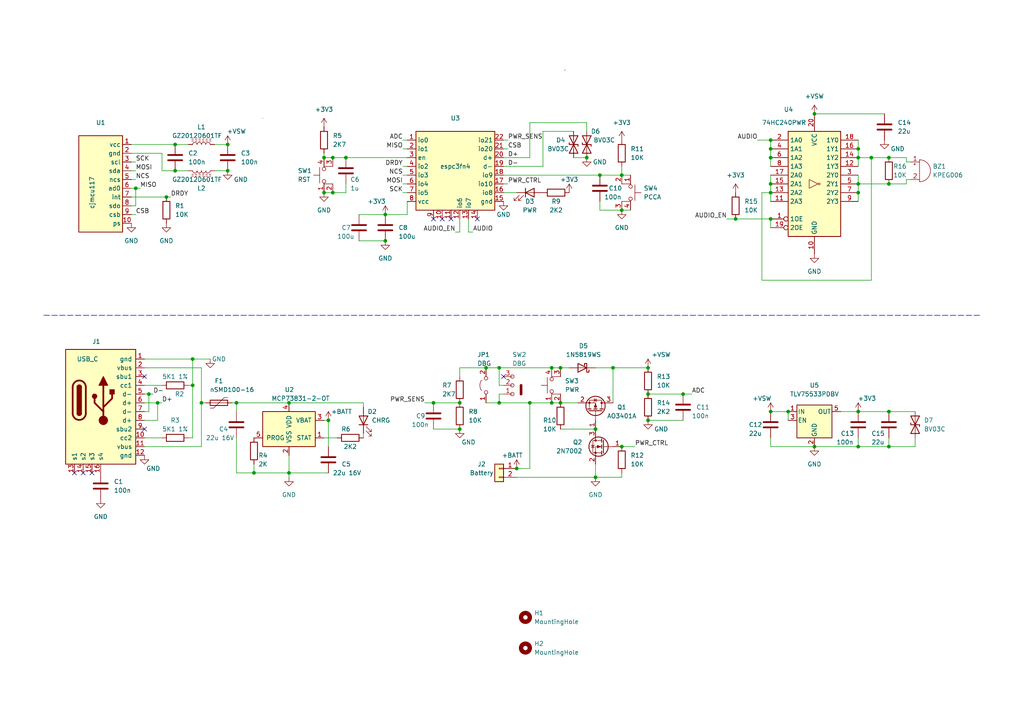
<source format=kicad_sch>
(kicad_sch (version 20211123) (generator eeschema)

  (uuid 240be62d-df4a-472a-b45b-530982fdd9e3)

  (paper "A4")

  (title_block
    (title "VhARIO_ESPC3 Rev B")
    (rev "B")
  )

  (lib_symbols
    (symbol "0-vhario-espc3:+3.3V" (power) (pin_names (offset 0)) (in_bom yes) (on_board yes)
      (property "Reference" "#PWR" (id 0) (at 0 -3.81 0)
        (effects (font (size 1.27 1.27)) hide)
      )
      (property "Value" "+3.3V" (id 1) (at 0 3.556 0)
        (effects (font (size 1.27 1.27)))
      )
      (property "Footprint" "" (id 2) (at 0 0 0)
        (effects (font (size 1.27 1.27)) hide)
      )
      (property "Datasheet" "" (id 3) (at 0 0 0)
        (effects (font (size 1.27 1.27)) hide)
      )
      (property "ki_keywords" "power-flag" (id 4) (at 0 0 0)
        (effects (font (size 1.27 1.27)) hide)
      )
      (property "ki_description" "Power symbol creates a global label with name \"+3.3V\"" (id 5) (at 0 0 0)
        (effects (font (size 1.27 1.27)) hide)
      )
      (symbol "+3.3V_0_1"
        (polyline
          (pts
            (xy -0.762 1.27)
            (xy 0 2.54)
          )
          (stroke (width 0) (type default) (color 0 0 0 0))
          (fill (type none))
        )
        (polyline
          (pts
            (xy 0 0)
            (xy 0 2.54)
          )
          (stroke (width 0) (type default) (color 0 0 0 0))
          (fill (type none))
        )
        (polyline
          (pts
            (xy 0 2.54)
            (xy 0.762 1.27)
          )
          (stroke (width 0) (type default) (color 0 0 0 0))
          (fill (type none))
        )
      )
      (symbol "+3.3V_1_1"
        (pin power_in line (at 0 0 90) (length 0) hide
          (name "+3V3" (effects (font (size 1.27 1.27))))
          (number "1" (effects (font (size 1.27 1.27))))
        )
      )
    )
    (symbol "0-vhario-espc3:+BATT" (power) (pin_names (offset 0)) (in_bom yes) (on_board yes)
      (property "Reference" "#PWR" (id 0) (at 0 -3.81 0)
        (effects (font (size 1.27 1.27)) hide)
      )
      (property "Value" "+BATT" (id 1) (at 0 3.556 0)
        (effects (font (size 1.27 1.27)))
      )
      (property "Footprint" "" (id 2) (at 0 0 0)
        (effects (font (size 1.27 1.27)) hide)
      )
      (property "Datasheet" "" (id 3) (at 0 0 0)
        (effects (font (size 1.27 1.27)) hide)
      )
      (property "ki_keywords" "power-flag battery" (id 4) (at 0 0 0)
        (effects (font (size 1.27 1.27)) hide)
      )
      (property "ki_description" "Power symbol creates a global label with name \"+BATT\"" (id 5) (at 0 0 0)
        (effects (font (size 1.27 1.27)) hide)
      )
      (symbol "+BATT_0_1"
        (polyline
          (pts
            (xy -0.762 1.27)
            (xy 0 2.54)
          )
          (stroke (width 0) (type default) (color 0 0 0 0))
          (fill (type none))
        )
        (polyline
          (pts
            (xy 0 0)
            (xy 0 2.54)
          )
          (stroke (width 0) (type default) (color 0 0 0 0))
          (fill (type none))
        )
        (polyline
          (pts
            (xy 0 2.54)
            (xy 0.762 1.27)
          )
          (stroke (width 0) (type default) (color 0 0 0 0))
          (fill (type none))
        )
      )
      (symbol "+BATT_1_1"
        (pin power_in line (at 0 0 90) (length 0) hide
          (name "+BATT" (effects (font (size 1.27 1.27))))
          (number "1" (effects (font (size 1.27 1.27))))
        )
      )
    )
    (symbol "0-vhario-espc3:+VSW" (power) (pin_names (offset 0)) (in_bom yes) (on_board yes)
      (property "Reference" "#PWR" (id 0) (at 0 -3.81 0)
        (effects (font (size 1.27 1.27)) hide)
      )
      (property "Value" "+VSW" (id 1) (at 0 3.556 0)
        (effects (font (size 1.27 1.27)))
      )
      (property "Footprint" "" (id 2) (at 0 0 0)
        (effects (font (size 1.27 1.27)) hide)
      )
      (property "Datasheet" "" (id 3) (at 0 0 0)
        (effects (font (size 1.27 1.27)) hide)
      )
      (property "ki_keywords" "power-flag" (id 4) (at 0 0 0)
        (effects (font (size 1.27 1.27)) hide)
      )
      (property "ki_description" "Power symbol creates a global label with name \"+VSW\"" (id 5) (at 0 0 0)
        (effects (font (size 1.27 1.27)) hide)
      )
      (symbol "+VSW_0_1"
        (polyline
          (pts
            (xy -0.762 1.27)
            (xy 0 2.54)
          )
          (stroke (width 0) (type default) (color 0 0 0 0))
          (fill (type none))
        )
        (polyline
          (pts
            (xy 0 0)
            (xy 0 2.54)
          )
          (stroke (width 0) (type default) (color 0 0 0 0))
          (fill (type none))
        )
        (polyline
          (pts
            (xy 0 2.54)
            (xy 0.762 1.27)
          )
          (stroke (width 0) (type default) (color 0 0 0 0))
          (fill (type none))
        )
      )
      (symbol "+VSW_1_1"
        (pin power_in line (at 0 0 90) (length 0) hide
          (name "+VSW" (effects (font (size 1.27 1.27))))
          (number "1" (effects (font (size 1.27 1.27))))
        )
      )
    )
    (symbol "0-vhario-espc3:2N7002" (pin_names hide) (in_bom yes) (on_board yes)
      (property "Reference" "Q" (id 0) (at 5.08 1.905 0)
        (effects (font (size 1.27 1.27)) (justify left))
      )
      (property "Value" "2N7002" (id 1) (at 5.08 0 0)
        (effects (font (size 1.27 1.27)) (justify left))
      )
      (property "Footprint" "Package_TO_SOT_SMD:SOT-23" (id 2) (at 5.08 -1.905 0)
        (effects (font (size 1.27 1.27) italic) (justify left) hide)
      )
      (property "Datasheet" "https://www.onsemi.com/pub/Collateral/NDS7002A-D.PDF" (id 3) (at 0 0 0)
        (effects (font (size 1.27 1.27)) (justify left) hide)
      )
      (property "ki_keywords" "N-Channel Switching MOSFET" (id 4) (at 0 0 0)
        (effects (font (size 1.27 1.27)) hide)
      )
      (property "ki_description" "0.115A Id, 60V Vds, N-Channel MOSFET, SOT-23" (id 5) (at 0 0 0)
        (effects (font (size 1.27 1.27)) hide)
      )
      (property "ki_fp_filters" "SOT?23*" (id 6) (at 0 0 0)
        (effects (font (size 1.27 1.27)) hide)
      )
      (symbol "2N7002_0_1"
        (polyline
          (pts
            (xy 0.254 0)
            (xy -2.54 0)
          )
          (stroke (width 0) (type default) (color 0 0 0 0))
          (fill (type none))
        )
        (polyline
          (pts
            (xy 0.254 1.905)
            (xy 0.254 -1.905)
          )
          (stroke (width 0.254) (type default) (color 0 0 0 0))
          (fill (type none))
        )
        (polyline
          (pts
            (xy 0.762 -1.27)
            (xy 0.762 -2.286)
          )
          (stroke (width 0.254) (type default) (color 0 0 0 0))
          (fill (type none))
        )
        (polyline
          (pts
            (xy 0.762 0.508)
            (xy 0.762 -0.508)
          )
          (stroke (width 0.254) (type default) (color 0 0 0 0))
          (fill (type none))
        )
        (polyline
          (pts
            (xy 0.762 2.286)
            (xy 0.762 1.27)
          )
          (stroke (width 0.254) (type default) (color 0 0 0 0))
          (fill (type none))
        )
        (polyline
          (pts
            (xy 2.54 2.54)
            (xy 2.54 1.778)
          )
          (stroke (width 0) (type default) (color 0 0 0 0))
          (fill (type none))
        )
        (polyline
          (pts
            (xy 2.54 -2.54)
            (xy 2.54 0)
            (xy 0.762 0)
          )
          (stroke (width 0) (type default) (color 0 0 0 0))
          (fill (type none))
        )
        (polyline
          (pts
            (xy 0.762 -1.778)
            (xy 3.302 -1.778)
            (xy 3.302 1.778)
            (xy 0.762 1.778)
          )
          (stroke (width 0) (type default) (color 0 0 0 0))
          (fill (type none))
        )
        (polyline
          (pts
            (xy 1.016 0)
            (xy 2.032 0.381)
            (xy 2.032 -0.381)
            (xy 1.016 0)
          )
          (stroke (width 0) (type default) (color 0 0 0 0))
          (fill (type outline))
        )
        (polyline
          (pts
            (xy 2.794 0.508)
            (xy 2.921 0.381)
            (xy 3.683 0.381)
            (xy 3.81 0.254)
          )
          (stroke (width 0) (type default) (color 0 0 0 0))
          (fill (type none))
        )
        (polyline
          (pts
            (xy 3.302 0.381)
            (xy 2.921 -0.254)
            (xy 3.683 -0.254)
            (xy 3.302 0.381)
          )
          (stroke (width 0) (type default) (color 0 0 0 0))
          (fill (type none))
        )
        (circle (center 1.651 0) (radius 2.794)
          (stroke (width 0.254) (type default) (color 0 0 0 0))
          (fill (type none))
        )
        (circle (center 2.54 -1.778) (radius 0.254)
          (stroke (width 0) (type default) (color 0 0 0 0))
          (fill (type outline))
        )
        (circle (center 2.54 1.778) (radius 0.254)
          (stroke (width 0) (type default) (color 0 0 0 0))
          (fill (type outline))
        )
      )
      (symbol "2N7002_1_1"
        (pin input line (at -5.08 0 0) (length 2.54)
          (name "G" (effects (font (size 1.27 1.27))))
          (number "1" (effects (font (size 1.27 1.27))))
        )
        (pin passive line (at 2.54 -5.08 90) (length 2.54)
          (name "S" (effects (font (size 1.27 1.27))))
          (number "2" (effects (font (size 1.27 1.27))))
        )
        (pin passive line (at 2.54 5.08 270) (length 2.54)
          (name "D" (effects (font (size 1.27 1.27))))
          (number "3" (effects (font (size 1.27 1.27))))
        )
      )
    )
    (symbol "0-vhario-espc3:74HC240" (in_bom yes) (on_board yes)
      (property "Reference" "U" (id 0) (at -7.62 16.51 0)
        (effects (font (size 1.27 1.27)))
      )
      (property "Value" "74HC240" (id 1) (at -7.62 -16.51 0)
        (effects (font (size 1.27 1.27)))
      )
      (property "Footprint" "" (id 2) (at 0 0 0)
        (effects (font (size 1.27 1.27)) hide)
      )
      (property "Datasheet" "https://assets.nexperia.com/documents/data-sheet/74HC_HCT240.pdf" (id 3) (at 0 0 0)
        (effects (font (size 1.27 1.27)) hide)
      )
      (property "ki_keywords" "HCMOS BUFFER 3State inv" (id 4) (at 0 0 0)
        (effects (font (size 1.27 1.27)) hide)
      )
      (property "ki_description" "8-bit Buffer/Line Driver 3-state Inverting" (id 5) (at 0 0 0)
        (effects (font (size 1.27 1.27)) hide)
      )
      (property "ki_fp_filters" "DIP*W7.62mm* SOIC*7.5x12.8mm*P1.27mm* TSSOP*4.4x6.5mm*P0.65mm* SSOP*4.4x6.5mm*P0.65mm*" (id 6) (at 0 0 0)
        (effects (font (size 1.27 1.27)) hide)
      )
      (symbol "74HC240_1_0"
        (polyline
          (pts
            (xy 1.016 0)
            (xy -1.524 1.27)
            (xy -1.524 -1.27)
            (xy 1.016 0)
          )
          (stroke (width 0.1524) (type default) (color 0 0 0 0))
          (fill (type none))
        )
        (circle (center 1.397 0) (radius 0.254)
          (stroke (width 0.1524) (type default) (color 0 0 0 0))
          (fill (type none))
        )
        (pin input inverted (at -12.7 -10.16 0) (length 5.08)
          (name "1OE" (effects (font (size 1.27 1.27))))
          (number "1" (effects (font (size 1.27 1.27))))
        )
        (pin power_in line (at 0 -20.32 90) (length 5.08)
          (name "GND" (effects (font (size 1.27 1.27))))
          (number "10" (effects (font (size 1.27 1.27))))
        )
        (pin input line (at -12.7 -5.08 0) (length 5.08)
          (name "2A3" (effects (font (size 1.27 1.27))))
          (number "11" (effects (font (size 1.27 1.27))))
        )
        (pin tri_state line (at 12.7 5.08 180) (length 5.08)
          (name "1Y3" (effects (font (size 1.27 1.27))))
          (number "12" (effects (font (size 1.27 1.27))))
        )
        (pin input line (at -12.7 -2.54 0) (length 5.08)
          (name "2A2" (effects (font (size 1.27 1.27))))
          (number "13" (effects (font (size 1.27 1.27))))
        )
        (pin tri_state line (at 12.7 7.62 180) (length 5.08)
          (name "1Y2" (effects (font (size 1.27 1.27))))
          (number "14" (effects (font (size 1.27 1.27))))
        )
        (pin input line (at -12.7 0 0) (length 5.08)
          (name "2A1" (effects (font (size 1.27 1.27))))
          (number "15" (effects (font (size 1.27 1.27))))
        )
        (pin tri_state line (at 12.7 10.16 180) (length 5.08)
          (name "1Y1" (effects (font (size 1.27 1.27))))
          (number "16" (effects (font (size 1.27 1.27))))
        )
        (pin input line (at -12.7 2.54 0) (length 5.08)
          (name "2A0" (effects (font (size 1.27 1.27))))
          (number "17" (effects (font (size 1.27 1.27))))
        )
        (pin tri_state line (at 12.7 12.7 180) (length 5.08)
          (name "1Y0" (effects (font (size 1.27 1.27))))
          (number "18" (effects (font (size 1.27 1.27))))
        )
        (pin input inverted (at -12.7 -12.7 0) (length 5.08)
          (name "2OE" (effects (font (size 1.27 1.27))))
          (number "19" (effects (font (size 1.27 1.27))))
        )
        (pin input line (at -12.7 12.7 0) (length 5.08)
          (name "1A0" (effects (font (size 1.27 1.27))))
          (number "2" (effects (font (size 1.27 1.27))))
        )
        (pin power_in line (at 0 20.32 270) (length 5.08)
          (name "VCC" (effects (font (size 1.27 1.27))))
          (number "20" (effects (font (size 1.27 1.27))))
        )
        (pin tri_state line (at 12.7 2.54 180) (length 5.08)
          (name "2Y0" (effects (font (size 1.27 1.27))))
          (number "3" (effects (font (size 1.27 1.27))))
        )
        (pin input line (at -12.7 10.16 0) (length 5.08)
          (name "1A1" (effects (font (size 1.27 1.27))))
          (number "4" (effects (font (size 1.27 1.27))))
        )
        (pin tri_state line (at 12.7 0 180) (length 5.08)
          (name "2Y1" (effects (font (size 1.27 1.27))))
          (number "5" (effects (font (size 1.27 1.27))))
        )
        (pin input line (at -12.7 7.62 0) (length 5.08)
          (name "1A2" (effects (font (size 1.27 1.27))))
          (number "6" (effects (font (size 1.27 1.27))))
        )
        (pin tri_state line (at 12.7 -2.54 180) (length 5.08)
          (name "2Y2" (effects (font (size 1.27 1.27))))
          (number "7" (effects (font (size 1.27 1.27))))
        )
        (pin input line (at -12.7 5.08 0) (length 5.08)
          (name "1A3" (effects (font (size 1.27 1.27))))
          (number "8" (effects (font (size 1.27 1.27))))
        )
        (pin tri_state line (at 12.7 -5.08 180) (length 5.08)
          (name "2Y3" (effects (font (size 1.27 1.27))))
          (number "9" (effects (font (size 1.27 1.27))))
        )
      )
      (symbol "74HC240_1_1"
        (rectangle (start -7.62 15.24) (end 7.62 -15.24)
          (stroke (width 0.254) (type default) (color 0 0 0 0))
          (fill (type background))
        )
      )
    )
    (symbol "0-vhario-espc3:AO3401A" (pin_names hide) (in_bom yes) (on_board yes)
      (property "Reference" "Q" (id 0) (at 5.08 1.905 0)
        (effects (font (size 1.27 1.27)) (justify left))
      )
      (property "Value" "AO3401A" (id 1) (at 5.08 0 0)
        (effects (font (size 1.27 1.27)) (justify left))
      )
      (property "Footprint" "Package_TO_SOT_SMD:SOT-23" (id 2) (at 5.08 -1.905 0)
        (effects (font (size 1.27 1.27) italic) (justify left) hide)
      )
      (property "Datasheet" "http://www.aosmd.com/pdfs/datasheet/AO3401A.pdf" (id 3) (at 0 0 0)
        (effects (font (size 1.27 1.27)) (justify left) hide)
      )
      (property "ki_keywords" "P-Channel MOSFET" (id 4) (at 0 0 0)
        (effects (font (size 1.27 1.27)) hide)
      )
      (property "ki_description" "-4.0A Id, -30V Vds, P-Channel MOSFET, SOT-23" (id 5) (at 0 0 0)
        (effects (font (size 1.27 1.27)) hide)
      )
      (property "ki_fp_filters" "SOT?23*" (id 6) (at 0 0 0)
        (effects (font (size 1.27 1.27)) hide)
      )
      (symbol "AO3401A_0_1"
        (polyline
          (pts
            (xy 0.254 0)
            (xy -2.54 0)
          )
          (stroke (width 0) (type default) (color 0 0 0 0))
          (fill (type none))
        )
        (polyline
          (pts
            (xy 0.254 1.905)
            (xy 0.254 -1.905)
          )
          (stroke (width 0.254) (type default) (color 0 0 0 0))
          (fill (type none))
        )
        (polyline
          (pts
            (xy 0.762 -1.27)
            (xy 0.762 -2.286)
          )
          (stroke (width 0.254) (type default) (color 0 0 0 0))
          (fill (type none))
        )
        (polyline
          (pts
            (xy 0.762 0.508)
            (xy 0.762 -0.508)
          )
          (stroke (width 0.254) (type default) (color 0 0 0 0))
          (fill (type none))
        )
        (polyline
          (pts
            (xy 0.762 2.286)
            (xy 0.762 1.27)
          )
          (stroke (width 0.254) (type default) (color 0 0 0 0))
          (fill (type none))
        )
        (polyline
          (pts
            (xy 2.54 2.54)
            (xy 2.54 1.778)
          )
          (stroke (width 0) (type default) (color 0 0 0 0))
          (fill (type none))
        )
        (polyline
          (pts
            (xy 2.54 -2.54)
            (xy 2.54 0)
            (xy 0.762 0)
          )
          (stroke (width 0) (type default) (color 0 0 0 0))
          (fill (type none))
        )
        (polyline
          (pts
            (xy 0.762 1.778)
            (xy 3.302 1.778)
            (xy 3.302 -1.778)
            (xy 0.762 -1.778)
          )
          (stroke (width 0) (type default) (color 0 0 0 0))
          (fill (type none))
        )
        (polyline
          (pts
            (xy 2.286 0)
            (xy 1.27 0.381)
            (xy 1.27 -0.381)
            (xy 2.286 0)
          )
          (stroke (width 0) (type default) (color 0 0 0 0))
          (fill (type outline))
        )
        (polyline
          (pts
            (xy 2.794 -0.508)
            (xy 2.921 -0.381)
            (xy 3.683 -0.381)
            (xy 3.81 -0.254)
          )
          (stroke (width 0) (type default) (color 0 0 0 0))
          (fill (type none))
        )
        (polyline
          (pts
            (xy 3.302 -0.381)
            (xy 2.921 0.254)
            (xy 3.683 0.254)
            (xy 3.302 -0.381)
          )
          (stroke (width 0) (type default) (color 0 0 0 0))
          (fill (type none))
        )
        (circle (center 1.651 0) (radius 2.794)
          (stroke (width 0.254) (type default) (color 0 0 0 0))
          (fill (type none))
        )
        (circle (center 2.54 -1.778) (radius 0.254)
          (stroke (width 0) (type default) (color 0 0 0 0))
          (fill (type outline))
        )
        (circle (center 2.54 1.778) (radius 0.254)
          (stroke (width 0) (type default) (color 0 0 0 0))
          (fill (type outline))
        )
      )
      (symbol "AO3401A_1_1"
        (pin input line (at -5.08 0 0) (length 2.54)
          (name "G" (effects (font (size 1.27 1.27))))
          (number "1" (effects (font (size 1.27 1.27))))
        )
        (pin passive line (at 2.54 -5.08 90) (length 2.54)
          (name "S" (effects (font (size 1.27 1.27))))
          (number "2" (effects (font (size 1.27 1.27))))
        )
        (pin passive line (at 2.54 5.08 270) (length 2.54)
          (name "D" (effects (font (size 1.27 1.27))))
          (number "3" (effects (font (size 1.27 1.27))))
        )
      )
    )
    (symbol "0-vhario-espc3:Buzzer" (pin_names (offset 0.0254) hide) (in_bom yes) (on_board yes)
      (property "Reference" "BZ" (id 0) (at 3.81 1.27 0)
        (effects (font (size 1.27 1.27)) (justify left))
      )
      (property "Value" "Buzzer" (id 1) (at 3.81 -1.27 0)
        (effects (font (size 1.27 1.27)) (justify left))
      )
      (property "Footprint" "" (id 2) (at -0.635 2.54 90)
        (effects (font (size 1.27 1.27)) hide)
      )
      (property "Datasheet" "~" (id 3) (at -0.635 2.54 90)
        (effects (font (size 1.27 1.27)) hide)
      )
      (property "ki_keywords" "quartz resonator ceramic" (id 4) (at 0 0 0)
        (effects (font (size 1.27 1.27)) hide)
      )
      (property "ki_description" "Buzzer, polarized" (id 5) (at 0 0 0)
        (effects (font (size 1.27 1.27)) hide)
      )
      (property "ki_fp_filters" "*Buzzer*" (id 6) (at 0 0 0)
        (effects (font (size 1.27 1.27)) hide)
      )
      (symbol "Buzzer_0_1"
        (arc (start 0 -3.175) (mid 3.175 0) (end 0 3.175)
          (stroke (width 0) (type default) (color 0 0 0 0))
          (fill (type none))
        )
        (polyline
          (pts
            (xy -1.651 1.905)
            (xy -1.143 1.905)
          )
          (stroke (width 0) (type default) (color 0 0 0 0))
          (fill (type none))
        )
        (polyline
          (pts
            (xy -1.397 2.159)
            (xy -1.397 1.651)
          )
          (stroke (width 0) (type default) (color 0 0 0 0))
          (fill (type none))
        )
        (polyline
          (pts
            (xy 0 3.175)
            (xy 0 -3.175)
          )
          (stroke (width 0) (type default) (color 0 0 0 0))
          (fill (type none))
        )
      )
      (symbol "Buzzer_1_1"
        (pin passive line (at -2.54 2.54 0) (length 2.54)
          (name "-" (effects (font (size 1.27 1.27))))
          (number "1" (effects (font (size 1.27 1.27))))
        )
        (pin passive line (at -2.54 -2.54 0) (length 2.54)
          (name "+" (effects (font (size 1.27 1.27))))
          (number "2" (effects (font (size 1.27 1.27))))
        )
      )
    )
    (symbol "0-vhario-espc3:C" (pin_numbers hide) (pin_names (offset 0.254)) (in_bom yes) (on_board yes)
      (property "Reference" "C" (id 0) (at 0.635 2.54 0)
        (effects (font (size 1.27 1.27)) (justify left))
      )
      (property "Value" "C" (id 1) (at 0.635 -2.54 0)
        (effects (font (size 1.27 1.27)) (justify left))
      )
      (property "Footprint" "" (id 2) (at 0.9652 -3.81 0)
        (effects (font (size 1.27 1.27)) hide)
      )
      (property "Datasheet" "~" (id 3) (at 0 0 0)
        (effects (font (size 1.27 1.27)) hide)
      )
      (property "ki_keywords" "cap capacitor" (id 4) (at 0 0 0)
        (effects (font (size 1.27 1.27)) hide)
      )
      (property "ki_description" "Unpolarized capacitor" (id 5) (at 0 0 0)
        (effects (font (size 1.27 1.27)) hide)
      )
      (property "ki_fp_filters" "C_*" (id 6) (at 0 0 0)
        (effects (font (size 1.27 1.27)) hide)
      )
      (symbol "C_0_1"
        (polyline
          (pts
            (xy -2.032 -0.762)
            (xy 2.032 -0.762)
          )
          (stroke (width 0.508) (type default) (color 0 0 0 0))
          (fill (type none))
        )
        (polyline
          (pts
            (xy -2.032 0.762)
            (xy 2.032 0.762)
          )
          (stroke (width 0.508) (type default) (color 0 0 0 0))
          (fill (type none))
        )
      )
      (symbol "C_1_1"
        (pin passive line (at 0 3.81 270) (length 2.794)
          (name "~" (effects (font (size 1.27 1.27))))
          (number "1" (effects (font (size 1.27 1.27))))
        )
        (pin passive line (at 0 -3.81 90) (length 2.794)
          (name "~" (effects (font (size 1.27 1.27))))
          (number "2" (effects (font (size 1.27 1.27))))
        )
      )
    )
    (symbol "0-vhario-espc3:Conn_01x02" (pin_names (offset 1.016) hide) (in_bom yes) (on_board yes)
      (property "Reference" "J" (id 0) (at 0 2.54 0)
        (effects (font (size 1.27 1.27)))
      )
      (property "Value" "Conn_01x02" (id 1) (at 0 -5.08 0)
        (effects (font (size 1.27 1.27)))
      )
      (property "Footprint" "" (id 2) (at 0 0 0)
        (effects (font (size 1.27 1.27)) hide)
      )
      (property "Datasheet" "~" (id 3) (at 0 0 0)
        (effects (font (size 1.27 1.27)) hide)
      )
      (property "ki_keywords" "connector" (id 4) (at 0 0 0)
        (effects (font (size 1.27 1.27)) hide)
      )
      (property "ki_description" "Generic connector, single row, 01x02, script generated (kicad-library-utils/schlib/autogen/connector/)" (id 5) (at 0 0 0)
        (effects (font (size 1.27 1.27)) hide)
      )
      (property "ki_fp_filters" "Connector*:*_1x??_*" (id 6) (at 0 0 0)
        (effects (font (size 1.27 1.27)) hide)
      )
      (symbol "Conn_01x02_1_1"
        (rectangle (start -1.27 -2.413) (end 0 -2.667)
          (stroke (width 0.1524) (type default) (color 0 0 0 0))
          (fill (type none))
        )
        (rectangle (start -1.27 0.127) (end 0 -0.127)
          (stroke (width 0.1524) (type default) (color 0 0 0 0))
          (fill (type none))
        )
        (rectangle (start -1.27 1.27) (end 1.27 -3.81)
          (stroke (width 0.254) (type default) (color 0 0 0 0))
          (fill (type background))
        )
        (pin passive line (at -5.08 0 0) (length 3.81)
          (name "Pin_1" (effects (font (size 1.27 1.27))))
          (number "1" (effects (font (size 1.27 1.27))))
        )
        (pin passive line (at -5.08 -2.54 0) (length 3.81)
          (name "Pin_2" (effects (font (size 1.27 1.27))))
          (number "2" (effects (font (size 1.27 1.27))))
        )
      )
    )
    (symbol "0-vhario-espc3:D_Schottky" (pin_numbers hide) (pin_names (offset 1.016) hide) (in_bom yes) (on_board yes)
      (property "Reference" "D" (id 0) (at 0 2.54 0)
        (effects (font (size 1.27 1.27)))
      )
      (property "Value" "D_Schottky" (id 1) (at 0 -2.54 0)
        (effects (font (size 1.27 1.27)))
      )
      (property "Footprint" "" (id 2) (at 0 0 0)
        (effects (font (size 1.27 1.27)) hide)
      )
      (property "Datasheet" "~" (id 3) (at 0 0 0)
        (effects (font (size 1.27 1.27)) hide)
      )
      (property "ki_keywords" "diode Schottky" (id 4) (at 0 0 0)
        (effects (font (size 1.27 1.27)) hide)
      )
      (property "ki_description" "Schottky diode" (id 5) (at 0 0 0)
        (effects (font (size 1.27 1.27)) hide)
      )
      (property "ki_fp_filters" "TO-???* *_Diode_* *SingleDiode* D_*" (id 6) (at 0 0 0)
        (effects (font (size 1.27 1.27)) hide)
      )
      (symbol "D_Schottky_0_1"
        (polyline
          (pts
            (xy 1.27 0)
            (xy -1.27 0)
          )
          (stroke (width 0) (type default) (color 0 0 0 0))
          (fill (type none))
        )
        (polyline
          (pts
            (xy 1.27 1.27)
            (xy 1.27 -1.27)
            (xy -1.27 0)
            (xy 1.27 1.27)
          )
          (stroke (width 0.254) (type default) (color 0 0 0 0))
          (fill (type none))
        )
        (polyline
          (pts
            (xy -1.905 0.635)
            (xy -1.905 1.27)
            (xy -1.27 1.27)
            (xy -1.27 -1.27)
            (xy -0.635 -1.27)
            (xy -0.635 -0.635)
          )
          (stroke (width 0.254) (type default) (color 0 0 0 0))
          (fill (type none))
        )
      )
      (symbol "D_Schottky_1_1"
        (pin passive line (at -3.81 0 0) (length 2.54)
          (name "K" (effects (font (size 1.27 1.27))))
          (number "1" (effects (font (size 1.27 1.27))))
        )
        (pin passive line (at 3.81 0 180) (length 2.54)
          (name "A" (effects (font (size 1.27 1.27))))
          (number "2" (effects (font (size 1.27 1.27))))
        )
      )
    )
    (symbol "0-vhario-espc3:D_TVS" (pin_numbers hide) (pin_names (offset 1.016) hide) (in_bom yes) (on_board yes)
      (property "Reference" "D" (id 0) (at 0 2.54 0)
        (effects (font (size 1.27 1.27)))
      )
      (property "Value" "D_TVS" (id 1) (at 0 -2.54 0)
        (effects (font (size 1.27 1.27)))
      )
      (property "Footprint" "" (id 2) (at 0 0 0)
        (effects (font (size 1.27 1.27)) hide)
      )
      (property "Datasheet" "~" (id 3) (at 0 0 0)
        (effects (font (size 1.27 1.27)) hide)
      )
      (property "ki_keywords" "diode TVS thyrector" (id 4) (at 0 0 0)
        (effects (font (size 1.27 1.27)) hide)
      )
      (property "ki_description" "Bidirectional transient-voltage-suppression diode" (id 5) (at 0 0 0)
        (effects (font (size 1.27 1.27)) hide)
      )
      (property "ki_fp_filters" "TO-???* *_Diode_* *SingleDiode* D_*" (id 6) (at 0 0 0)
        (effects (font (size 1.27 1.27)) hide)
      )
      (symbol "D_TVS_0_1"
        (polyline
          (pts
            (xy 1.27 0)
            (xy -1.27 0)
          )
          (stroke (width 0) (type default) (color 0 0 0 0))
          (fill (type none))
        )
        (polyline
          (pts
            (xy 0.508 1.27)
            (xy 0 1.27)
            (xy 0 -1.27)
            (xy -0.508 -1.27)
          )
          (stroke (width 0.254) (type default) (color 0 0 0 0))
          (fill (type none))
        )
        (polyline
          (pts
            (xy -2.54 1.27)
            (xy -2.54 -1.27)
            (xy 2.54 1.27)
            (xy 2.54 -1.27)
            (xy -2.54 1.27)
          )
          (stroke (width 0.254) (type default) (color 0 0 0 0))
          (fill (type none))
        )
      )
      (symbol "D_TVS_1_1"
        (pin passive line (at -3.81 0 0) (length 2.54)
          (name "A1" (effects (font (size 1.27 1.27))))
          (number "1" (effects (font (size 1.27 1.27))))
        )
        (pin passive line (at 3.81 0 180) (length 2.54)
          (name "A2" (effects (font (size 1.27 1.27))))
          (number "2" (effects (font (size 1.27 1.27))))
        )
      )
    )
    (symbol "0-vhario-espc3:GND" (power) (pin_names (offset 0)) (in_bom yes) (on_board yes)
      (property "Reference" "#PWR" (id 0) (at 0 -6.35 0)
        (effects (font (size 1.27 1.27)) hide)
      )
      (property "Value" "GND" (id 1) (at 0 -3.81 0)
        (effects (font (size 1.27 1.27)))
      )
      (property "Footprint" "" (id 2) (at 0 0 0)
        (effects (font (size 1.27 1.27)) hide)
      )
      (property "Datasheet" "" (id 3) (at 0 0 0)
        (effects (font (size 1.27 1.27)) hide)
      )
      (property "ki_keywords" "power-flag" (id 4) (at 0 0 0)
        (effects (font (size 1.27 1.27)) hide)
      )
      (property "ki_description" "Power symbol creates a global label with name \"GND\" , ground" (id 5) (at 0 0 0)
        (effects (font (size 1.27 1.27)) hide)
      )
      (symbol "GND_0_1"
        (polyline
          (pts
            (xy 0 0)
            (xy 0 -1.27)
            (xy 1.27 -1.27)
            (xy 0 -2.54)
            (xy -1.27 -1.27)
            (xy 0 -1.27)
          )
          (stroke (width 0) (type default) (color 0 0 0 0))
          (fill (type none))
        )
      )
      (symbol "GND_1_1"
        (pin power_in line (at 0 0 270) (length 0) hide
          (name "GND" (effects (font (size 1.27 1.27))))
          (number "1" (effects (font (size 1.27 1.27))))
        )
      )
    )
    (symbol "0-vhario-espc3:Jumper_2_Open" (pin_names (offset 0) hide) (in_bom yes) (on_board yes)
      (property "Reference" "JP" (id 0) (at 0 2.794 0)
        (effects (font (size 1.27 1.27)))
      )
      (property "Value" "Jumper_2_Open" (id 1) (at 0 -2.286 0)
        (effects (font (size 1.27 1.27)))
      )
      (property "Footprint" "" (id 2) (at 0 0 0)
        (effects (font (size 1.27 1.27)) hide)
      )
      (property "Datasheet" "~" (id 3) (at 0 0 0)
        (effects (font (size 1.27 1.27)) hide)
      )
      (property "ki_keywords" "Jumper SPST" (id 4) (at 0 0 0)
        (effects (font (size 1.27 1.27)) hide)
      )
      (property "ki_description" "Jumper, 2-pole, open" (id 5) (at 0 0 0)
        (effects (font (size 1.27 1.27)) hide)
      )
      (property "ki_fp_filters" "Jumper* TestPoint*2Pads* TestPoint*Bridge*" (id 6) (at 0 0 0)
        (effects (font (size 1.27 1.27)) hide)
      )
      (symbol "Jumper_2_Open_0_0"
        (circle (center -2.032 0) (radius 0.508)
          (stroke (width 0) (type default) (color 0 0 0 0))
          (fill (type none))
        )
        (circle (center 2.032 0) (radius 0.508)
          (stroke (width 0) (type default) (color 0 0 0 0))
          (fill (type none))
        )
      )
      (symbol "Jumper_2_Open_0_1"
        (arc (start 1.524 1.27) (mid 0 1.778) (end -1.524 1.27)
          (stroke (width 0) (type default) (color 0 0 0 0))
          (fill (type none))
        )
      )
      (symbol "Jumper_2_Open_1_1"
        (pin passive line (at -5.08 0 0) (length 2.54)
          (name "A" (effects (font (size 1.27 1.27))))
          (number "1" (effects (font (size 1.27 1.27))))
        )
        (pin passive line (at 5.08 0 180) (length 2.54)
          (name "B" (effects (font (size 1.27 1.27))))
          (number "2" (effects (font (size 1.27 1.27))))
        )
      )
    )
    (symbol "0-vhario-espc3:LED" (pin_numbers hide) (pin_names (offset 1.016) hide) (in_bom yes) (on_board yes)
      (property "Reference" "D" (id 0) (at 0 2.54 0)
        (effects (font (size 1.27 1.27)))
      )
      (property "Value" "LED" (id 1) (at 0 -2.54 0)
        (effects (font (size 1.27 1.27)))
      )
      (property "Footprint" "" (id 2) (at 0 0 0)
        (effects (font (size 1.27 1.27)) hide)
      )
      (property "Datasheet" "~" (id 3) (at 0 0 0)
        (effects (font (size 1.27 1.27)) hide)
      )
      (property "ki_keywords" "LED diode" (id 4) (at 0 0 0)
        (effects (font (size 1.27 1.27)) hide)
      )
      (property "ki_description" "Light emitting diode" (id 5) (at 0 0 0)
        (effects (font (size 1.27 1.27)) hide)
      )
      (property "ki_fp_filters" "LED* LED_SMD:* LED_THT:*" (id 6) (at 0 0 0)
        (effects (font (size 1.27 1.27)) hide)
      )
      (symbol "LED_0_1"
        (polyline
          (pts
            (xy -1.27 -1.27)
            (xy -1.27 1.27)
          )
          (stroke (width 0.254) (type default) (color 0 0 0 0))
          (fill (type none))
        )
        (polyline
          (pts
            (xy -1.27 0)
            (xy 1.27 0)
          )
          (stroke (width 0) (type default) (color 0 0 0 0))
          (fill (type none))
        )
        (polyline
          (pts
            (xy 1.27 -1.27)
            (xy 1.27 1.27)
            (xy -1.27 0)
            (xy 1.27 -1.27)
          )
          (stroke (width 0.254) (type default) (color 0 0 0 0))
          (fill (type none))
        )
        (polyline
          (pts
            (xy -3.048 -0.762)
            (xy -4.572 -2.286)
            (xy -3.81 -2.286)
            (xy -4.572 -2.286)
            (xy -4.572 -1.524)
          )
          (stroke (width 0) (type default) (color 0 0 0 0))
          (fill (type none))
        )
        (polyline
          (pts
            (xy -1.778 -0.762)
            (xy -3.302 -2.286)
            (xy -2.54 -2.286)
            (xy -3.302 -2.286)
            (xy -3.302 -1.524)
          )
          (stroke (width 0) (type default) (color 0 0 0 0))
          (fill (type none))
        )
      )
      (symbol "LED_1_1"
        (pin passive line (at -3.81 0 0) (length 2.54)
          (name "K" (effects (font (size 1.27 1.27))))
          (number "1" (effects (font (size 1.27 1.27))))
        )
        (pin passive line (at 3.81 0 180) (length 2.54)
          (name "A" (effects (font (size 1.27 1.27))))
          (number "2" (effects (font (size 1.27 1.27))))
        )
      )
    )
    (symbol "0-vhario-espc3:L_Ferrite" (pin_numbers hide) (pin_names (offset 1.016) hide) (in_bom yes) (on_board yes)
      (property "Reference" "L" (id 0) (at -1.27 0 90)
        (effects (font (size 1.27 1.27)))
      )
      (property "Value" "L_Ferrite" (id 1) (at 2.794 0 90)
        (effects (font (size 1.27 1.27)))
      )
      (property "Footprint" "" (id 2) (at 0 0 0)
        (effects (font (size 1.27 1.27)) hide)
      )
      (property "Datasheet" "~" (id 3) (at 0 0 0)
        (effects (font (size 1.27 1.27)) hide)
      )
      (property "ki_keywords" "inductor choke coil reactor magnetic" (id 4) (at 0 0 0)
        (effects (font (size 1.27 1.27)) hide)
      )
      (property "ki_description" "Inductor with ferrite core" (id 5) (at 0 0 0)
        (effects (font (size 1.27 1.27)) hide)
      )
      (property "ki_fp_filters" "Choke_* *Coil* Inductor_* L_*" (id 6) (at 0 0 0)
        (effects (font (size 1.27 1.27)) hide)
      )
      (symbol "L_Ferrite_0_1"
        (arc (start 0 -2.54) (mid 0.635 -1.905) (end 0 -1.27)
          (stroke (width 0) (type default) (color 0 0 0 0))
          (fill (type none))
        )
        (arc (start 0 -1.27) (mid 0.635 -0.635) (end 0 0)
          (stroke (width 0) (type default) (color 0 0 0 0))
          (fill (type none))
        )
        (polyline
          (pts
            (xy 1.016 -2.794)
            (xy 1.016 -2.286)
          )
          (stroke (width 0) (type default) (color 0 0 0 0))
          (fill (type none))
        )
        (polyline
          (pts
            (xy 1.016 -1.778)
            (xy 1.016 -1.27)
          )
          (stroke (width 0) (type default) (color 0 0 0 0))
          (fill (type none))
        )
        (polyline
          (pts
            (xy 1.016 -0.762)
            (xy 1.016 -0.254)
          )
          (stroke (width 0) (type default) (color 0 0 0 0))
          (fill (type none))
        )
        (polyline
          (pts
            (xy 1.016 0.254)
            (xy 1.016 0.762)
          )
          (stroke (width 0) (type default) (color 0 0 0 0))
          (fill (type none))
        )
        (polyline
          (pts
            (xy 1.016 1.27)
            (xy 1.016 1.778)
          )
          (stroke (width 0) (type default) (color 0 0 0 0))
          (fill (type none))
        )
        (polyline
          (pts
            (xy 1.016 2.286)
            (xy 1.016 2.794)
          )
          (stroke (width 0) (type default) (color 0 0 0 0))
          (fill (type none))
        )
        (polyline
          (pts
            (xy 1.524 -2.286)
            (xy 1.524 -2.794)
          )
          (stroke (width 0) (type default) (color 0 0 0 0))
          (fill (type none))
        )
        (polyline
          (pts
            (xy 1.524 -1.27)
            (xy 1.524 -1.778)
          )
          (stroke (width 0) (type default) (color 0 0 0 0))
          (fill (type none))
        )
        (polyline
          (pts
            (xy 1.524 -0.254)
            (xy 1.524 -0.762)
          )
          (stroke (width 0) (type default) (color 0 0 0 0))
          (fill (type none))
        )
        (polyline
          (pts
            (xy 1.524 0.762)
            (xy 1.524 0.254)
          )
          (stroke (width 0) (type default) (color 0 0 0 0))
          (fill (type none))
        )
        (polyline
          (pts
            (xy 1.524 1.778)
            (xy 1.524 1.27)
          )
          (stroke (width 0) (type default) (color 0 0 0 0))
          (fill (type none))
        )
        (polyline
          (pts
            (xy 1.524 2.794)
            (xy 1.524 2.286)
          )
          (stroke (width 0) (type default) (color 0 0 0 0))
          (fill (type none))
        )
        (arc (start 0 0) (mid 0.635 0.635) (end 0 1.27)
          (stroke (width 0) (type default) (color 0 0 0 0))
          (fill (type none))
        )
        (arc (start 0 1.27) (mid 0.635 1.905) (end 0 2.54)
          (stroke (width 0) (type default) (color 0 0 0 0))
          (fill (type none))
        )
      )
      (symbol "L_Ferrite_1_1"
        (pin passive line (at 0 3.81 270) (length 1.27)
          (name "1" (effects (font (size 1.27 1.27))))
          (number "1" (effects (font (size 1.27 1.27))))
        )
        (pin passive line (at 0 -3.81 90) (length 1.27)
          (name "2" (effects (font (size 1.27 1.27))))
          (number "2" (effects (font (size 1.27 1.27))))
        )
      )
    )
    (symbol "0-vhario-espc3:MCP73831-2-OT" (pin_names (offset 1.016)) (in_bom yes) (on_board yes)
      (property "Reference" "U" (id 0) (at -7.62 6.35 0)
        (effects (font (size 1.27 1.27)) (justify left))
      )
      (property "Value" "MCP73831-2-OT" (id 1) (at 1.27 6.35 0)
        (effects (font (size 1.27 1.27)) (justify left))
      )
      (property "Footprint" "Package_TO_SOT_SMD:SOT-23-5" (id 2) (at 1.27 -6.35 0)
        (effects (font (size 1.27 1.27) italic) (justify left) hide)
      )
      (property "Datasheet" "http://ww1.microchip.com/downloads/en/DeviceDoc/20001984g.pdf" (id 3) (at -3.81 -1.27 0)
        (effects (font (size 1.27 1.27)) hide)
      )
      (property "ki_keywords" "battery charger lithium" (id 4) (at 0 0 0)
        (effects (font (size 1.27 1.27)) hide)
      )
      (property "ki_description" "Single cell, Li-Ion/Li-Po charge management controller, 4.20V, Tri-State Status Output, in SOT23-5 package" (id 5) (at 0 0 0)
        (effects (font (size 1.27 1.27)) hide)
      )
      (property "ki_fp_filters" "SOT?23*" (id 6) (at 0 0 0)
        (effects (font (size 1.27 1.27)) hide)
      )
      (symbol "MCP73831-2-OT_0_1"
        (rectangle (start -7.62 5.08) (end 7.62 -5.08)
          (stroke (width 0.254) (type default) (color 0 0 0 0))
          (fill (type background))
        )
      )
      (symbol "MCP73831-2-OT_1_1"
        (pin output line (at 10.16 -2.54 180) (length 2.54)
          (name "STAT" (effects (font (size 1.27 1.27))))
          (number "1" (effects (font (size 1.27 1.27))))
        )
        (pin power_in line (at 0 -7.62 90) (length 2.54)
          (name "VSS" (effects (font (size 1.27 1.27))))
          (number "2" (effects (font (size 1.27 1.27))))
        )
        (pin power_out line (at 10.16 2.54 180) (length 2.54)
          (name "VBAT" (effects (font (size 1.27 1.27))))
          (number "3" (effects (font (size 1.27 1.27))))
        )
        (pin power_in line (at 0 7.62 270) (length 2.54)
          (name "VDD" (effects (font (size 1.27 1.27))))
          (number "4" (effects (font (size 1.27 1.27))))
        )
        (pin input line (at -10.16 -2.54 0) (length 2.54)
          (name "PROG" (effects (font (size 1.27 1.27))))
          (number "5" (effects (font (size 1.27 1.27))))
        )
      )
    )
    (symbol "0-vhario-espc3:MountingHole" (pin_names (offset 1.016)) (in_bom yes) (on_board yes)
      (property "Reference" "H" (id 0) (at 0 5.08 0)
        (effects (font (size 1.27 1.27)))
      )
      (property "Value" "MountingHole" (id 1) (at 0 3.175 0)
        (effects (font (size 1.27 1.27)))
      )
      (property "Footprint" "" (id 2) (at 0 0 0)
        (effects (font (size 1.27 1.27)) hide)
      )
      (property "Datasheet" "~" (id 3) (at 0 0 0)
        (effects (font (size 1.27 1.27)) hide)
      )
      (property "ki_keywords" "mounting hole" (id 4) (at 0 0 0)
        (effects (font (size 1.27 1.27)) hide)
      )
      (property "ki_description" "Mounting Hole without connection" (id 5) (at 0 0 0)
        (effects (font (size 1.27 1.27)) hide)
      )
      (property "ki_fp_filters" "MountingHole*" (id 6) (at 0 0 0)
        (effects (font (size 1.27 1.27)) hide)
      )
      (symbol "MountingHole_0_1"
        (circle (center 0 0) (radius 1.27)
          (stroke (width 1.27) (type default) (color 0 0 0 0))
          (fill (type none))
        )
      )
    )
    (symbol "0-vhario-espc3:Polyfuse" (pin_numbers hide) (pin_names (offset 0)) (in_bom yes) (on_board yes)
      (property "Reference" "F" (id 0) (at -2.54 0 90)
        (effects (font (size 1.27 1.27)))
      )
      (property "Value" "Polyfuse" (id 1) (at 2.54 0 90)
        (effects (font (size 1.27 1.27)))
      )
      (property "Footprint" "" (id 2) (at 1.27 -5.08 0)
        (effects (font (size 1.27 1.27)) (justify left) hide)
      )
      (property "Datasheet" "~" (id 3) (at 0 0 0)
        (effects (font (size 1.27 1.27)) hide)
      )
      (property "ki_keywords" "resettable fuse PTC PPTC polyfuse polyswitch" (id 4) (at 0 0 0)
        (effects (font (size 1.27 1.27)) hide)
      )
      (property "ki_description" "Resettable fuse, polymeric positive temperature coefficient" (id 5) (at 0 0 0)
        (effects (font (size 1.27 1.27)) hide)
      )
      (property "ki_fp_filters" "*polyfuse* *PTC*" (id 6) (at 0 0 0)
        (effects (font (size 1.27 1.27)) hide)
      )
      (symbol "Polyfuse_0_1"
        (rectangle (start -0.762 2.54) (end 0.762 -2.54)
          (stroke (width 0.254) (type default) (color 0 0 0 0))
          (fill (type none))
        )
        (polyline
          (pts
            (xy 0 2.54)
            (xy 0 -2.54)
          )
          (stroke (width 0) (type default) (color 0 0 0 0))
          (fill (type none))
        )
        (polyline
          (pts
            (xy -1.524 2.54)
            (xy -1.524 1.524)
            (xy 1.524 -1.524)
            (xy 1.524 -2.54)
          )
          (stroke (width 0) (type default) (color 0 0 0 0))
          (fill (type none))
        )
      )
      (symbol "Polyfuse_1_1"
        (pin passive line (at 0 3.81 270) (length 1.27)
          (name "~" (effects (font (size 1.27 1.27))))
          (number "1" (effects (font (size 1.27 1.27))))
        )
        (pin passive line (at 0 -3.81 90) (length 1.27)
          (name "~" (effects (font (size 1.27 1.27))))
          (number "2" (effects (font (size 1.27 1.27))))
        )
      )
    )
    (symbol "0-vhario-espc3:R" (pin_numbers hide) (pin_names (offset 0)) (in_bom yes) (on_board yes)
      (property "Reference" "R" (id 0) (at 2.032 0 90)
        (effects (font (size 1.27 1.27)))
      )
      (property "Value" "R" (id 1) (at 0 0 90)
        (effects (font (size 1.27 1.27)))
      )
      (property "Footprint" "" (id 2) (at -1.778 0 90)
        (effects (font (size 1.27 1.27)) hide)
      )
      (property "Datasheet" "~" (id 3) (at 0 0 0)
        (effects (font (size 1.27 1.27)) hide)
      )
      (property "ki_keywords" "R res resistor" (id 4) (at 0 0 0)
        (effects (font (size 1.27 1.27)) hide)
      )
      (property "ki_description" "Resistor" (id 5) (at 0 0 0)
        (effects (font (size 1.27 1.27)) hide)
      )
      (property "ki_fp_filters" "R_*" (id 6) (at 0 0 0)
        (effects (font (size 1.27 1.27)) hide)
      )
      (symbol "R_0_1"
        (rectangle (start -1.016 -2.54) (end 1.016 2.54)
          (stroke (width 0.254) (type default) (color 0 0 0 0))
          (fill (type none))
        )
      )
      (symbol "R_1_1"
        (pin passive line (at 0 3.81 270) (length 1.27)
          (name "~" (effects (font (size 1.27 1.27))))
          (number "1" (effects (font (size 1.27 1.27))))
        )
        (pin passive line (at 0 -3.81 90) (length 1.27)
          (name "~" (effects (font (size 1.27 1.27))))
          (number "2" (effects (font (size 1.27 1.27))))
        )
      )
    )
    (symbol "0-vhario-espc3:SW_MEC_5E" (pin_names (offset 1.016) hide) (in_bom yes) (on_board yes)
      (property "Reference" "SW" (id 0) (at 0.635 5.715 0)
        (effects (font (size 1.27 1.27)) (justify left))
      )
      (property "Value" "SW_MEC_5E" (id 1) (at 0 -3.175 0)
        (effects (font (size 1.27 1.27)))
      )
      (property "Footprint" "" (id 2) (at 0 7.62 0)
        (effects (font (size 1.27 1.27)) hide)
      )
      (property "Datasheet" "" (id 3) (at 0 7.62 0)
        (effects (font (size 1.27 1.27)) hide)
      )
      (property "ki_keywords" "switch normally-open pushbutton push-button" (id 4) (at 0 0 0)
        (effects (font (size 1.27 1.27)) hide)
      )
      (property "ki_description" "MEC 5E single pole normally-open tactile switch" (id 5) (at 0 0 0)
        (effects (font (size 1.27 1.27)) hide)
      )
      (property "ki_fp_filters" "SW*MEC*5G*" (id 6) (at 0 0 0)
        (effects (font (size 1.27 1.27)) hide)
      )
      (symbol "SW_MEC_5E_0_1"
        (circle (center -1.778 2.54) (radius 0.508)
          (stroke (width 0) (type default) (color 0 0 0 0))
          (fill (type none))
        )
        (polyline
          (pts
            (xy -2.286 3.81)
            (xy 2.286 3.81)
          )
          (stroke (width 0) (type default) (color 0 0 0 0))
          (fill (type none))
        )
        (polyline
          (pts
            (xy 0 3.81)
            (xy 0 5.588)
          )
          (stroke (width 0) (type default) (color 0 0 0 0))
          (fill (type none))
        )
        (polyline
          (pts
            (xy -2.54 0)
            (xy -2.54 2.54)
            (xy -2.286 2.54)
          )
          (stroke (width 0) (type default) (color 0 0 0 0))
          (fill (type none))
        )
        (polyline
          (pts
            (xy 2.54 0)
            (xy 2.54 2.54)
            (xy 2.286 2.54)
          )
          (stroke (width 0) (type default) (color 0 0 0 0))
          (fill (type none))
        )
        (circle (center 1.778 2.54) (radius 0.508)
          (stroke (width 0) (type default) (color 0 0 0 0))
          (fill (type none))
        )
        (pin passive line (at -5.08 2.54 0) (length 2.54)
          (name "1" (effects (font (size 1.27 1.27))))
          (number "1" (effects (font (size 1.27 1.27))))
        )
        (pin passive line (at -5.08 0 0) (length 2.54)
          (name "2" (effects (font (size 1.27 1.27))))
          (number "2" (effects (font (size 1.27 1.27))))
        )
        (pin passive line (at 5.08 0 180) (length 2.54)
          (name "K" (effects (font (size 1.27 1.27))))
          (number "3" (effects (font (size 1.27 1.27))))
        )
        (pin passive line (at 5.08 2.54 180) (length 2.54)
          (name "A" (effects (font (size 1.27 1.27))))
          (number "4" (effects (font (size 1.27 1.27))))
        )
      )
    )
    (symbol "0-vhario-espc3:SW_SPDT" (pin_names (offset 0) hide) (in_bom yes) (on_board yes)
      (property "Reference" "SW" (id 0) (at 0 4.318 0)
        (effects (font (size 1.27 1.27)))
      )
      (property "Value" "SW_SPDT" (id 1) (at 0 7.62 0)
        (effects (font (size 1.27 1.27)))
      )
      (property "Footprint" "" (id 2) (at 0 0 0)
        (effects (font (size 1.27 1.27)) hide)
      )
      (property "Datasheet" "" (id 3) (at 0 0 0)
        (effects (font (size 1.27 1.27)) hide)
      )
      (property "ki_keywords" "switch single-pole double-throw spdt ON-ON" (id 4) (at 0 0 0)
        (effects (font (size 1.27 1.27)) hide)
      )
      (property "ki_description" "Switch, single pole double throw" (id 5) (at 0 0 0)
        (effects (font (size 1.27 1.27)) hide)
      )
      (symbol "SW_SPDT_0_0"
        (circle (center 2.54 -2.54) (radius 0.508)
          (stroke (width 0) (type default) (color 0 0 0 0))
          (fill (type none))
        )
        (circle (center 2.54 0) (radius 0.508)
          (stroke (width 0) (type default) (color 0 0 0 0))
          (fill (type none))
        )
      )
      (symbol "SW_SPDT_0_1"
        (polyline
          (pts
            (xy 0 0)
            (xy 0 2.54)
          )
          (stroke (width 0.762) (type default) (color 0 0 0 0))
          (fill (type none))
        )
        (circle (center 2.54 2.54) (radius 0.508)
          (stroke (width 0) (type default) (color 0 0 0 0))
          (fill (type none))
        )
      )
      (symbol "SW_SPDT_1_1"
        (pin passive line (at 5.08 2.54 180) (length 2.54)
          (name "A" (effects (font (size 1.27 1.27))))
          (number "1" (effects (font (size 1.27 1.27))))
        )
        (pin passive line (at 5.08 0 180) (length 2.54)
          (name "B" (effects (font (size 1.27 1.27))))
          (number "2" (effects (font (size 1.27 1.27))))
        )
        (pin passive line (at 5.08 -2.54 180) (length 2.54)
          (name "C" (effects (font (size 1.27 1.27))))
          (number "3" (effects (font (size 1.27 1.27))))
        )
        (pin no_connect line (at 5.08 5.08 180) (length 2.54) hide
          (name "nc" (effects (font (size 1.27 1.27))))
          (number "4" (effects (font (size 1.27 1.27))))
        )
        (pin no_connect line (at 5.08 -5.08 180) (length 2.54) hide
          (name "nc" (effects (font (size 1.27 1.27))))
          (number "5" (effects (font (size 1.27 1.27))))
        )
      )
    )
    (symbol "0-vhario-espc3:TLV75533PDBV" (pin_names (offset 0.254)) (in_bom yes) (on_board yes)
      (property "Reference" "U" (id 0) (at -3.81 5.715 0)
        (effects (font (size 1.27 1.27)))
      )
      (property "Value" "TLV75533PDBV" (id 1) (at 0 5.715 0)
        (effects (font (size 1.27 1.27)) (justify left))
      )
      (property "Footprint" "Package_TO_SOT_SMD:SOT-23-5" (id 2) (at 0 8.255 0)
        (effects (font (size 1.27 1.27) italic) hide)
      )
      (property "Datasheet" "http://www.ti.com/lit/ds/symlink/tlv755p.pdf" (id 3) (at 0 1.27 0)
        (effects (font (size 1.27 1.27)) hide)
      )
      (property "ki_keywords" "LDO Regulator Fixed Positive" (id 4) (at 0 0 0)
        (effects (font (size 1.27 1.27)) hide)
      )
      (property "ki_description" "500mA Low Dropout Voltage Regulator, Fixed Output 3.3V, SOT-23-5" (id 5) (at 0 0 0)
        (effects (font (size 1.27 1.27)) hide)
      )
      (property "ki_fp_filters" "SOT?23*" (id 6) (at 0 0 0)
        (effects (font (size 1.27 1.27)) hide)
      )
      (symbol "TLV75533PDBV_0_1"
        (rectangle (start -5.08 4.445) (end 5.08 -5.08)
          (stroke (width 0.254) (type default) (color 0 0 0 0))
          (fill (type background))
        )
      )
      (symbol "TLV75533PDBV_1_1"
        (pin power_in line (at -7.62 2.54 0) (length 2.54)
          (name "IN" (effects (font (size 1.27 1.27))))
          (number "1" (effects (font (size 1.27 1.27))))
        )
        (pin power_in line (at 0 -7.62 90) (length 2.54)
          (name "GND" (effects (font (size 1.27 1.27))))
          (number "2" (effects (font (size 1.27 1.27))))
        )
        (pin input line (at -7.62 0 0) (length 2.54)
          (name "EN" (effects (font (size 1.27 1.27))))
          (number "3" (effects (font (size 1.27 1.27))))
        )
        (pin no_connect line (at 5.08 0 180) (length 2.54) hide
          (name "NC" (effects (font (size 1.27 1.27))))
          (number "4" (effects (font (size 1.27 1.27))))
        )
        (pin power_out line (at 7.62 2.54 180) (length 2.54)
          (name "OUT" (effects (font (size 1.27 1.27))))
          (number "5" (effects (font (size 1.27 1.27))))
        )
      )
    )
    (symbol "0-vhario-espc3:USB_C" (pin_names (offset 1.016)) (in_bom yes) (on_board yes)
      (property "Reference" "J" (id 0) (at -10.16 29.21 0)
        (effects (font (size 1.27 1.27)) (justify left))
      )
      (property "Value" "USB_C" (id 1) (at 10.16 29.21 0)
        (effects (font (size 1.27 1.27)) (justify right))
      )
      (property "Footprint" "" (id 2) (at 4.572 10.922 0)
        (effects (font (size 1.27 1.27)) hide)
      )
      (property "Datasheet" "" (id 3) (at 3.81 0 0)
        (effects (font (size 1.27 1.27)) hide)
      )
      (property "ki_keywords" "usb universal serial bus type-C full-featured" (id 4) (at 0 0 0)
        (effects (font (size 1.27 1.27)) hide)
      )
      (property "ki_description" "USB Full-Featured Type-C Receptacle connector" (id 5) (at 0 0 0)
        (effects (font (size 1.27 1.27)) hide)
      )
      (property "ki_fp_filters" "USB*C*Receptacle*" (id 6) (at 0 0 0)
        (effects (font (size 1.27 1.27)) hide)
      )
      (symbol "USB_C_0_1"
        (rectangle (start -10.16 25.654) (end 10.16 -7.62)
          (stroke (width 0.254) (type default) (color 0 0 0 0))
          (fill (type background))
        )
        (arc (start -8.128 7.112) (mid -6.223 5.207) (end -4.318 7.112)
          (stroke (width 0.508) (type default) (color 0 0 0 0))
          (fill (type none))
        )
        (arc (start -6.858 7.112) (mid -6.223 6.477) (end -5.588 7.112)
          (stroke (width 0.254) (type default) (color 0 0 0 0))
          (fill (type none))
        )
        (arc (start -6.858 7.112) (mid -6.223 6.477) (end -5.588 7.112)
          (stroke (width 0.254) (type default) (color 0 0 0 0))
          (fill (type outline))
        )
        (rectangle (start -6.858 7.112) (end -5.588 14.732)
          (stroke (width 0.254) (type default) (color 0 0 0 0))
          (fill (type outline))
        )
        (arc (start -5.588 14.732) (mid -6.223 15.367) (end -6.858 14.732)
          (stroke (width 0.254) (type default) (color 0 0 0 0))
          (fill (type none))
        )
        (arc (start -5.588 14.732) (mid -6.223 15.367) (end -6.858 14.732)
          (stroke (width 0.254) (type default) (color 0 0 0 0))
          (fill (type outline))
        )
        (arc (start -4.318 14.732) (mid -6.223 16.637) (end -8.128 14.732)
          (stroke (width 0.508) (type default) (color 0 0 0 0))
          (fill (type none))
        )
        (polyline
          (pts
            (xy -8.128 7.112)
            (xy -8.128 14.732)
          )
          (stroke (width 0.508) (type default) (color 0 0 0 0))
          (fill (type none))
        )
        (polyline
          (pts
            (xy -4.318 14.732)
            (xy -4.318 7.112)
          )
          (stroke (width 0.508) (type default) (color 0 0 0 0))
          (fill (type none))
        )
      )
      (symbol "USB_C_1_1"
        (circle (center -1.778 12.065) (radius 0.635)
          (stroke (width 0.254) (type default) (color 0 0 0 0))
          (fill (type outline))
        )
        (polyline
          (pts
            (xy 0.762 5.08)
            (xy 0.762 15.24)
          )
          (stroke (width 0.508) (type default) (color 0 0 0 0))
          (fill (type none))
        )
        (polyline
          (pts
            (xy 0.762 7.62)
            (xy -1.778 10.16)
            (xy -1.778 11.43)
          )
          (stroke (width 0.508) (type default) (color 0 0 0 0))
          (fill (type none))
        )
        (polyline
          (pts
            (xy 0.762 8.89)
            (xy 3.302 11.43)
            (xy 3.302 12.7)
          )
          (stroke (width 0.508) (type default) (color 0 0 0 0))
          (fill (type none))
        )
        (polyline
          (pts
            (xy -0.508 15.24)
            (xy 0.762 17.78)
            (xy 2.032 15.24)
            (xy -0.508 15.24)
          )
          (stroke (width 0.254) (type default) (color 0 0 0 0))
          (fill (type outline))
        )
        (circle (center 0.762 5.08) (radius 1.27)
          (stroke (width 0) (type default) (color 0 0 0 0))
          (fill (type outline))
        )
        (rectangle (start 2.667 12.7) (end 3.937 13.97)
          (stroke (width 0.254) (type default) (color 0 0 0 0))
          (fill (type outline))
        )
        (pin input line (at 12.7 22.86 180) (length 2.54)
          (name "gnd" (effects (font (size 1.27 1.27))))
          (number "1" (effects (font (size 1.27 1.27))))
        )
        (pin input line (at 12.7 0 180) (length 2.54)
          (name "cc2" (effects (font (size 1.27 1.27))))
          (number "10" (effects (font (size 1.27 1.27))))
        )
        (pin input line (at 12.7 -2.54 180) (length 2.54)
          (name "vbus" (effects (font (size 1.27 1.27))))
          (number "11" (effects (font (size 1.27 1.27))))
        )
        (pin input line (at 12.7 -5.08 180) (length 2.54)
          (name "gnd" (effects (font (size 1.27 1.27))))
          (number "12" (effects (font (size 1.27 1.27))))
        )
        (pin input line (at -7.62 -10.16 90) (length 2.54)
          (name "s1" (effects (font (size 1.27 1.27))))
          (number "13" (effects (font (size 1.27 1.27))))
        )
        (pin input line (at -5.08 -10.16 90) (length 2.54)
          (name "s2" (effects (font (size 1.27 1.27))))
          (number "14" (effects (font (size 1.27 1.27))))
        )
        (pin input line (at -2.54 -10.16 90) (length 2.54)
          (name "s3" (effects (font (size 1.27 1.27))))
          (number "15" (effects (font (size 1.27 1.27))))
        )
        (pin input line (at 0 -10.16 90) (length 2.54)
          (name "s4" (effects (font (size 1.27 1.27))))
          (number "16" (effects (font (size 1.27 1.27))))
        )
        (pin input line (at 12.7 20.32 180) (length 2.54)
          (name "vbus" (effects (font (size 1.27 1.27))))
          (number "2" (effects (font (size 1.27 1.27))))
        )
        (pin input line (at 12.7 17.78 180) (length 2.54)
          (name "sbu1" (effects (font (size 1.27 1.27))))
          (number "3" (effects (font (size 1.27 1.27))))
        )
        (pin input line (at 12.7 15.24 180) (length 2.54)
          (name "cc1" (effects (font (size 1.27 1.27))))
          (number "4" (effects (font (size 1.27 1.27))))
        )
        (pin input line (at 12.7 12.7 180) (length 2.54)
          (name "d-" (effects (font (size 1.27 1.27))))
          (number "5" (effects (font (size 1.27 1.27))))
        )
        (pin input line (at 12.7 10.16 180) (length 2.54)
          (name "d+" (effects (font (size 1.27 1.27))))
          (number "6" (effects (font (size 1.27 1.27))))
        )
        (pin input line (at 12.7 7.62 180) (length 2.54)
          (name "d-" (effects (font (size 1.27 1.27))))
          (number "7" (effects (font (size 1.27 1.27))))
        )
        (pin input line (at 12.7 5.08 180) (length 2.54)
          (name "d+" (effects (font (size 1.27 1.27))))
          (number "8" (effects (font (size 1.27 1.27))))
        )
        (pin input line (at 12.7 2.54 180) (length 2.54)
          (name "sbu2" (effects (font (size 1.27 1.27))))
          (number "9" (effects (font (size 1.27 1.27))))
        )
      )
    )
    (symbol "0-vhario-espc3:cjmcu117" (in_bom yes) (on_board yes)
      (property "Reference" "U" (id 0) (at -2.54 5.08 0)
        (effects (font (size 1.27 1.27)))
      )
      (property "Value" "cjmcu117" (id 1) (at -2.54 -12.7 90)
        (effects (font (size 1.27 1.27)))
      )
      (property "Footprint" "" (id 2) (at 7.62 0 0)
        (effects (font (size 1.27 1.27)) hide)
      )
      (property "Datasheet" "" (id 3) (at 7.62 0 0)
        (effects (font (size 1.27 1.27)) hide)
      )
      (symbol "cjmcu117_0_1"
        (rectangle (start -7.62 2.54) (end 5.08 -25.4)
          (stroke (width 0.254) (type default) (color 0 0 0 0))
          (fill (type background))
        )
        (rectangle (start 45.72 7.62) (end 45.72 7.62)
          (stroke (width 0) (type default) (color 0 0 0 0))
          (fill (type none))
        )
        (arc (start 45.72 7.62) (mid 45.72 7.62) (end 45.72 7.62)
          (stroke (width 0) (type default) (color 0 0 0 0))
          (fill (type none))
        )
      )
      (symbol "cjmcu117_1_1"
        (pin input line (at 7.62 0 180) (length 2.54)
          (name "vcc" (effects (font (size 1.27 1.27))))
          (number "1" (effects (font (size 1.27 1.27))))
        )
        (pin input line (at 7.62 -22.86 180) (length 2.54)
          (name "ps" (effects (font (size 1.27 1.27))))
          (number "10" (effects (font (size 1.27 1.27))))
        )
        (pin input line (at 7.62 -2.54 180) (length 2.54)
          (name "gnd" (effects (font (size 1.27 1.27))))
          (number "2" (effects (font (size 1.27 1.27))))
        )
        (pin input line (at 7.62 -5.08 180) (length 2.54)
          (name "scl" (effects (font (size 1.27 1.27))))
          (number "3" (effects (font (size 1.27 1.27))))
        )
        (pin input line (at 7.62 -7.62 180) (length 2.54)
          (name "sda" (effects (font (size 1.27 1.27))))
          (number "4" (effects (font (size 1.27 1.27))))
        )
        (pin input line (at 7.62 -10.16 180) (length 2.54)
          (name "ncs" (effects (font (size 1.27 1.27))))
          (number "5" (effects (font (size 1.27 1.27))))
        )
        (pin input line (at 7.62 -12.7 180) (length 2.54)
          (name "ad0" (effects (font (size 1.27 1.27))))
          (number "6" (effects (font (size 1.27 1.27))))
        )
        (pin input line (at 7.62 -15.24 180) (length 2.54)
          (name "int" (effects (font (size 1.27 1.27))))
          (number "7" (effects (font (size 1.27 1.27))))
        )
        (pin input line (at 7.62 -17.78 180) (length 2.54)
          (name "sdo" (effects (font (size 1.27 1.27))))
          (number "8" (effects (font (size 1.27 1.27))))
        )
        (pin input line (at 7.62 -20.32 180) (length 2.54)
          (name "csb" (effects (font (size 1.27 1.27))))
          (number "9" (effects (font (size 1.27 1.27))))
        )
      )
    )
    (symbol "0-vhario-espc3:espc3fn4" (in_bom yes) (on_board yes)
      (property "Reference" "U" (id 0) (at 10.16 5.08 0)
        (effects (font (size 1.27 1.27)))
      )
      (property "Value" "espc3fn4" (id 1) (at 10.16 -7.62 0)
        (effects (font (size 1.27 1.27)))
      )
      (property "Footprint" "" (id 2) (at 0 0 0)
        (effects (font (size 1.27 1.27)) hide)
      )
      (property "Datasheet" "" (id 3) (at 0 0 0)
        (effects (font (size 1.27 1.27)) hide)
      )
      (symbol "espc3fn4_0_1"
        (polyline
          (pts
            (xy 43.18 20.32)
            (xy 43.18 20.32)
          )
          (stroke (width 0) (type default) (color 0 0 0 0))
          (fill (type none))
        )
        (polyline
          (pts
            (xy 43.18 20.32)
            (xy 43.18 20.32)
          )
          (stroke (width 0) (type default) (color 0 0 0 0))
          (fill (type none))
        )
        (rectangle (start 0 2.54) (end 22.86 -20.32)
          (stroke (width 0.254) (type default) (color 0 0 0 0))
          (fill (type background))
        )
        (rectangle (start 43.18 20.32) (end 43.18 20.32)
          (stroke (width 0) (type default) (color 0 0 0 0))
          (fill (type none))
        )
        (rectangle (start 43.18 20.32) (end 43.18 20.32)
          (stroke (width 0) (type default) (color 0 0 0 0))
          (fill (type none))
        )
        (rectangle (start 43.18 20.32) (end 43.18 20.32)
          (stroke (width 0) (type default) (color 0 0 0 0))
          (fill (type none))
        )
        (rectangle (start 43.18 20.32) (end 43.18 20.32)
          (stroke (width 0) (type default) (color 0 0 0 0))
          (fill (type none))
        )
      )
      (symbol "espc3fn4_1_1"
        (pin input line (at -2.54 0 0) (length 2.54)
          (name "io0" (effects (font (size 1.27 1.27))))
          (number "1" (effects (font (size 1.27 1.27))))
        )
        (pin input line (at 7.62 -22.86 90) (length 2.54)
          (name "" (effects (font (size 1.27 1.27))))
          (number "10" (effects (font (size 1.27 1.27))))
        )
        (pin input line (at 10.16 -22.86 90) (length 2.54)
          (name "" (effects (font (size 1.27 1.27))))
          (number "11" (effects (font (size 1.27 1.27))))
        )
        (pin input line (at 12.7 -22.86 90) (length 2.54)
          (name "io6" (effects (font (size 1.27 1.27))))
          (number "12" (effects (font (size 1.27 1.27))))
        )
        (pin input line (at 15.24 -22.86 90) (length 2.54)
          (name "io7" (effects (font (size 1.27 1.27))))
          (number "13" (effects (font (size 1.27 1.27))))
        )
        (pin input line (at 17.78 -22.86 90) (length 2.54)
          (name "" (effects (font (size 1.27 1.27))))
          (number "14" (effects (font (size 1.27 1.27))))
        )
        (pin input line (at 25.4 -17.78 180) (length 2.54)
          (name "gnd" (effects (font (size 1.27 1.27))))
          (number "15" (effects (font (size 1.27 1.27))))
        )
        (pin input line (at 25.4 -15.24 180) (length 2.54)
          (name "io8" (effects (font (size 1.27 1.27))))
          (number "16" (effects (font (size 1.27 1.27))))
        )
        (pin input line (at 25.4 -12.7 180) (length 2.54)
          (name "io10" (effects (font (size 1.27 1.27))))
          (number "17" (effects (font (size 1.27 1.27))))
        )
        (pin input line (at 25.4 -10.16 180) (length 2.54)
          (name "io9" (effects (font (size 1.27 1.27))))
          (number "18" (effects (font (size 1.27 1.27))))
        )
        (pin input line (at 25.4 -7.62 180) (length 2.54)
          (name "d-" (effects (font (size 1.27 1.27))))
          (number "19" (effects (font (size 1.27 1.27))))
        )
        (pin input line (at -2.54 -2.54 0) (length 2.54)
          (name "io1" (effects (font (size 1.27 1.27))))
          (number "2" (effects (font (size 1.27 1.27))))
        )
        (pin input line (at 25.4 -5.08 180) (length 2.54)
          (name "d+" (effects (font (size 1.27 1.27))))
          (number "20" (effects (font (size 1.27 1.27))))
        )
        (pin input line (at 25.4 -2.54 180) (length 2.54)
          (name "io20" (effects (font (size 1.27 1.27))))
          (number "21" (effects (font (size 1.27 1.27))))
        )
        (pin input line (at 25.4 0 180) (length 2.54)
          (name "io21" (effects (font (size 1.27 1.27))))
          (number "22" (effects (font (size 1.27 1.27))))
        )
        (pin input line (at -2.54 -5.08 0) (length 2.54)
          (name "en" (effects (font (size 1.27 1.27))))
          (number "3" (effects (font (size 1.27 1.27))))
        )
        (pin input line (at -2.54 -7.62 0) (length 2.54)
          (name "io2" (effects (font (size 1.27 1.27))))
          (number "4" (effects (font (size 1.27 1.27))))
        )
        (pin input line (at -2.54 -10.16 0) (length 2.54)
          (name "io3" (effects (font (size 1.27 1.27))))
          (number "5" (effects (font (size 1.27 1.27))))
        )
        (pin input line (at -2.54 -12.7 0) (length 2.54)
          (name "io4" (effects (font (size 1.27 1.27))))
          (number "6" (effects (font (size 1.27 1.27))))
        )
        (pin input line (at -2.54 -15.24 0) (length 2.54)
          (name "io5" (effects (font (size 1.27 1.27))))
          (number "7" (effects (font (size 1.27 1.27))))
        )
        (pin input line (at -2.54 -17.78 0) (length 2.54)
          (name "vcc" (effects (font (size 1.27 1.27))))
          (number "8" (effects (font (size 1.27 1.27))))
        )
        (pin input line (at 5.08 -22.86 90) (length 2.54)
          (name "" (effects (font (size 1.27 1.27))))
          (number "9" (effects (font (size 1.27 1.27))))
        )
      )
    )
  )

  (junction (at 93.98 45.72) (diameter 0) (color 0 0 0 0)
    (uuid 0f086e05-9bba-46a3-8c56-4941a9fe9dd6)
  )
  (junction (at 223.52 45.72) (diameter 0) (color 0 0 0 0)
    (uuid 20a15402-bfb3-4200-912d-b65a07c6c1b7)
  )
  (junction (at 153.67 116.84) (diameter 0) (color 0 0 0 0)
    (uuid 21ba308f-33eb-44dd-9086-8ac6743f33ba)
  )
  (junction (at 58.42 116.84) (diameter 0) (color 0 0 0 0)
    (uuid 257ed65c-8d07-4bd6-b50c-751eac39c2ac)
  )
  (junction (at 160.02 106.68) (diameter 0) (color 0 0 0 0)
    (uuid 28be397d-8769-422d-aaad-519044446a2c)
  )
  (junction (at 248.92 45.72) (diameter 0) (color 0 0 0 0)
    (uuid 2a42117f-3553-43b7-9070-3608f3990e14)
  )
  (junction (at 66.04 49.53) (diameter 0) (color 0 0 0 0)
    (uuid 2a8b099a-f079-4c14-a870-da8cd6b9abdd)
  )
  (junction (at 248.92 43.18) (diameter 0) (color 0 0 0 0)
    (uuid 2d97a436-9729-41ad-8608-94b5bf59a30e)
  )
  (junction (at 180.34 60.96) (diameter 0) (color 0 0 0 0)
    (uuid 3338a1d8-3eb1-4575-abbd-0ad494b4b485)
  )
  (junction (at 236.22 33.02) (diameter 0) (color 0 0 0 0)
    (uuid 36174824-b2d9-4f54-8bd9-bf25f147bbb7)
  )
  (junction (at 68.58 116.84) (diameter 0) (color 0 0 0 0)
    (uuid 3a13e280-1a2a-426a-808b-a2a1dc241f37)
  )
  (junction (at 248.92 55.88) (diameter 0) (color 0 0 0 0)
    (uuid 42c3d3b0-ee2f-4fa0-b575-984ca34b26a1)
  )
  (junction (at 133.35 124.46) (diameter 0) (color 0 0 0 0)
    (uuid 48981a1c-de0d-4027-96fb-224c27103050)
  )
  (junction (at 162.56 116.84) (diameter 0) (color 0 0 0 0)
    (uuid 4c5165f5-9055-498d-bd97-e72efef2f419)
  )
  (junction (at 111.76 62.23) (diameter 0) (color 0 0 0 0)
    (uuid 4e45f005-1b4c-4444-845d-153eb4b14802)
  )
  (junction (at 180.34 129.54) (diameter 0) (color 0 0 0 0)
    (uuid 52b0e9cf-951a-4fc3-98e2-7575d9742ebc)
  )
  (junction (at 170.18 45.72) (diameter 0) (color 0 0 0 0)
    (uuid 55af2e6b-89df-49ba-a35a-ce4182a445f3)
  )
  (junction (at 198.12 114.3) (diameter 0) (color 0 0 0 0)
    (uuid 584c3ab0-b4c4-408b-92b2-8730b8041db0)
  )
  (junction (at 93.98 55.88) (diameter 0) (color 0 0 0 0)
    (uuid 58e95454-5327-4910-ad92-42755239395d)
  )
  (junction (at 144.78 116.84) (diameter 0) (color 0 0 0 0)
    (uuid 5a13eaeb-acc5-4818-9c07-91ff8b116f69)
  )
  (junction (at 125.73 116.84) (diameter 0) (color 0 0 0 0)
    (uuid 5c41f1c9-5261-4b59-91fa-55f33f78b37e)
  )
  (junction (at 187.96 121.92) (diameter 0) (color 0 0 0 0)
    (uuid 5fc60039-b74e-48a3-b9b8-eea7195c02c0)
  )
  (junction (at 172.72 138.43) (diameter 0) (color 0 0 0 0)
    (uuid 622aa19a-15f3-406c-a97f-2f6669bfffe4)
  )
  (junction (at 257.81 129.54) (diameter 0) (color 0 0 0 0)
    (uuid 64eb6d14-4b2d-4658-8e1d-5e9c8fdbbaac)
  )
  (junction (at 223.52 63.5) (diameter 0) (color 0 0 0 0)
    (uuid 66641757-c537-440f-aae8-c3ce3bd07125)
  )
  (junction (at 50.8 49.53) (diameter 0) (color 0 0 0 0)
    (uuid 68b3c348-b9e6-49e4-b162-6f18246c6805)
  )
  (junction (at 73.66 137.16) (diameter 0) (color 0 0 0 0)
    (uuid 6ce9790c-059f-43e2-a219-949a8da337b6)
  )
  (junction (at 45.72 116.84) (diameter 0) (color 0 0 0 0)
    (uuid 751a4987-157c-445c-ac63-a016c56073d8)
  )
  (junction (at 39.37 54.61) (diameter 0) (color 0 0 0 0)
    (uuid 7a7fe337-2003-44ea-b0e2-d58ec5314aa9)
  )
  (junction (at 228.6 119.38) (diameter 0) (color 0 0 0 0)
    (uuid 7baaba7e-8752-43d0-ae3e-bd16a76a9d09)
  )
  (junction (at 144.78 106.68) (diameter 0) (color 0 0 0 0)
    (uuid 7c7b0b06-44e3-4089-bc91-d21ec80bff6d)
  )
  (junction (at 96.52 45.72) (diameter 0) (color 0 0 0 0)
    (uuid 8489cc47-af84-4b68-97ea-998ba13f29cd)
  )
  (junction (at 95.25 121.92) (diameter 0) (color 0 0 0 0)
    (uuid 85450209-be56-42d4-a3c9-ecdd46cadb41)
  )
  (junction (at 66.04 41.91) (diameter 0) (color 0 0 0 0)
    (uuid 87d39819-8d8b-41fe-aaf7-7fe5bae1f6c0)
  )
  (junction (at 48.26 57.15) (diameter 0) (color 0 0 0 0)
    (uuid 8db4467c-1f7e-4022-9beb-e9544a154944)
  )
  (junction (at 162.56 106.68) (diameter 0) (color 0 0 0 0)
    (uuid 8ea00081-c582-4413-a841-56e9c5e846b2)
  )
  (junction (at 223.52 43.18) (diameter 0) (color 0 0 0 0)
    (uuid 90ce6456-931f-434b-967a-4684838c20d5)
  )
  (junction (at 187.96 114.3) (diameter 0) (color 0 0 0 0)
    (uuid 91b45d76-c607-4dd5-b488-05a2a6b6be5b)
  )
  (junction (at 83.82 116.84) (diameter 0) (color 0 0 0 0)
    (uuid 9684d058-1907-4ebd-9f0b-7f78d8bd6ff8)
  )
  (junction (at 248.92 119.38) (diameter 0) (color 0 0 0 0)
    (uuid 9d445f24-bb13-435b-a414-95d5f5788289)
  )
  (junction (at 50.8 41.91) (diameter 0) (color 0 0 0 0)
    (uuid 9ee12a33-d1c2-47e9-aa9b-52b9b94fc43c)
  )
  (junction (at 257.81 45.72) (diameter 0) (color 0 0 0 0)
    (uuid 9f163fe5-7e01-4ed2-aa2d-147856ba63af)
  )
  (junction (at 252.73 45.72) (diameter 0) (color 0 0 0 0)
    (uuid a07f371a-5bad-464f-bf8d-572e8cb4adb7)
  )
  (junction (at 160.02 116.84) (diameter 0) (color 0 0 0 0)
    (uuid a0e747f9-094f-4d0a-9cb8-fce04ad14a77)
  )
  (junction (at 100.33 45.72) (diameter 0) (color 0 0 0 0)
    (uuid a2b50ca4-adc3-4d74-becf-c8f69ed73047)
  )
  (junction (at 213.36 63.5) (diameter 0) (color 0 0 0 0)
    (uuid a6f64d44-1d14-42ff-a9a6-5efcdd82bf7e)
  )
  (junction (at 223.52 53.34) (diameter 0) (color 0 0 0 0)
    (uuid a762e070-d9a5-452e-b79a-af3fbf9ce74c)
  )
  (junction (at 257.81 53.34) (diameter 0) (color 0 0 0 0)
    (uuid aa602dd2-cf90-4df4-904e-a59b00bf7d07)
  )
  (junction (at 177.8 106.68) (diameter 0) (color 0 0 0 0)
    (uuid b41eb3df-604a-4402-a815-78415e8bbd4e)
  )
  (junction (at 248.92 129.54) (diameter 0) (color 0 0 0 0)
    (uuid b4cbc24c-284c-475a-bd2d-49ddc5d23029)
  )
  (junction (at 172.72 124.46) (diameter 0) (color 0 0 0 0)
    (uuid b6a17bf0-ec4f-413a-a7bd-6e0a0cb96da5)
  )
  (junction (at 236.22 129.54) (diameter 0) (color 0 0 0 0)
    (uuid ba43edfe-1ba3-4d85-afe5-47d7fdd7040d)
  )
  (junction (at 43.18 114.3) (diameter 0) (color 0 0 0 0)
    (uuid bfb24444-0d37-484a-a3fc-b42c7bf02def)
  )
  (junction (at 83.82 137.16) (diameter 0) (color 0 0 0 0)
    (uuid c0ec1744-ec90-4769-bac1-510716afc402)
  )
  (junction (at 223.52 55.88) (diameter 0) (color 0 0 0 0)
    (uuid cc5085ff-3605-49f2-a5cd-a19637a64662)
  )
  (junction (at 187.96 106.68) (diameter 0) (color 0 0 0 0)
    (uuid ccfc9d1f-0a55-479c-b05b-3eec8d9bd592)
  )
  (junction (at 55.88 111.76) (diameter 0) (color 0 0 0 0)
    (uuid cf256b9c-74f0-467e-bf1e-b65cf482bfbf)
  )
  (junction (at 223.52 119.38) (diameter 0) (color 0 0 0 0)
    (uuid cfdd89dd-ebfc-4a2f-9ede-3eb7bbbe7cf5)
  )
  (junction (at 180.34 50.8) (diameter 0) (color 0 0 0 0)
    (uuid d279b45f-246d-43d8-9ed6-2d6cde699d2c)
  )
  (junction (at 257.81 119.38) (diameter 0) (color 0 0 0 0)
    (uuid d4adcb32-a5dc-4f5d-8ee2-a4d3b5649a03)
  )
  (junction (at 223.52 40.64) (diameter 0) (color 0 0 0 0)
    (uuid d5e5ed43-cebd-446c-92fc-868b1e2ba5c0)
  )
  (junction (at 55.88 104.14) (diameter 0) (color 0 0 0 0)
    (uuid e4351000-5918-40a1-85b9-2eb034c781b0)
  )
  (junction (at 133.35 116.84) (diameter 0) (color 0 0 0 0)
    (uuid e824565c-8975-4d35-9775-c523a637795f)
  )
  (junction (at 140.97 106.68) (diameter 0) (color 0 0 0 0)
    (uuid ee9176e4-de9b-420a-80c2-507ca3770ee6)
  )
  (junction (at 149.86 135.89) (diameter 0) (color 0 0 0 0)
    (uuid f2d17de0-9fbf-4e99-aa76-06cd0fc986f8)
  )
  (junction (at 96.52 55.88) (diameter 0) (color 0 0 0 0)
    (uuid f5fceb0e-5fab-415a-a2ce-201579c38ed6)
  )
  (junction (at 173.99 50.8) (diameter 0) (color 0 0 0 0)
    (uuid f670710f-752c-4692-880e-d846c6f76060)
  )
  (junction (at 111.76 69.85) (diameter 0) (color 0 0 0 0)
    (uuid f6dfa893-aacf-494c-87e4-b2bd2c62de0e)
  )
  (junction (at 248.92 53.34) (diameter 0) (color 0 0 0 0)
    (uuid fcc97172-2cc2-4fc8-b554-52d63c51f8d5)
  )

  (no_connect (at 146.05 109.22) (uuid 4834d271-823e-4d2f-adeb-b65c100d11e5))
  (no_connect (at 26.67 137.16) (uuid 6debe2c1-04a2-4d85-91fd-63dae665decd))
  (no_connect (at 24.13 137.16) (uuid 6debe2c1-04a2-4d85-91fd-63dae665dece))
  (no_connect (at 21.59 137.16) (uuid 6debe2c1-04a2-4d85-91fd-63dae665decf))
  (no_connect (at 130.81 63.5) (uuid 7a1455f7-e966-4190-8a23-39d01477c554))
  (no_connect (at 128.27 63.5) (uuid 7a1455f7-e966-4190-8a23-39d01477c555))
  (no_connect (at 125.73 63.5) (uuid 7a1455f7-e966-4190-8a23-39d01477c556))
  (no_connect (at 138.43 63.5) (uuid 7a1455f7-e966-4190-8a23-39d01477c557))
  (no_connect (at 41.91 109.22) (uuid d0997406-f89f-486e-b0f9-89895d7c7438))
  (no_connect (at 41.91 124.46) (uuid d0997406-f89f-486e-b0f9-89895d7c7439))

  (wire (pts (xy 248.92 129.54) (xy 248.92 127))
    (stroke (width 0) (type default) (color 0 0 0 0))
    (uuid 009dd93b-3747-4f64-b925-5d8821407b80)
  )
  (wire (pts (xy 223.52 40.64) (xy 223.52 43.18))
    (stroke (width 0) (type default) (color 0 0 0 0))
    (uuid 01a3cd2d-8f18-43bf-bfe4-a865ce17d74d)
  )
  (wire (pts (xy 38.1 57.15) (xy 48.26 57.15))
    (stroke (width 0) (type default) (color 0 0 0 0))
    (uuid 0206a0ac-cd37-47b0-8ed2-ffd905ea2ac9)
  )
  (wire (pts (xy 104.14 62.23) (xy 111.76 62.23))
    (stroke (width 0) (type default) (color 0 0 0 0))
    (uuid 02491579-fb20-4052-a1de-502de5a7f7a3)
  )
  (wire (pts (xy 123.19 116.84) (xy 125.73 116.84))
    (stroke (width 0) (type default) (color 0 0 0 0))
    (uuid 081d7f7a-c934-4d71-a4f8-c319c3f164c8)
  )
  (wire (pts (xy 135.89 67.31) (xy 135.89 63.5))
    (stroke (width 0) (type default) (color 0 0 0 0))
    (uuid 0b5c8feb-e398-42c8-8bb6-85a0ac3f806f)
  )
  (wire (pts (xy 248.92 50.8) (xy 248.92 53.34))
    (stroke (width 0) (type default) (color 0 0 0 0))
    (uuid 0c91551a-3efe-405d-8c50-67accbfc8ab9)
  )
  (wire (pts (xy 96.52 45.72) (xy 100.33 45.72))
    (stroke (width 0) (type default) (color 0 0 0 0))
    (uuid 0d83d877-251e-4811-82fb-afced1439e0c)
  )
  (wire (pts (xy 95.25 129.54) (xy 95.25 121.92))
    (stroke (width 0) (type default) (color 0 0 0 0))
    (uuid 0ea44d9c-cdcc-4b8f-b54f-d0e26270d0c1)
  )
  (wire (pts (xy 45.72 121.92) (xy 45.72 116.84))
    (stroke (width 0) (type default) (color 0 0 0 0))
    (uuid 0f744bc6-6ef9-447d-a871-1fe03cb405fc)
  )
  (wire (pts (xy 140.97 106.68) (xy 144.78 106.68))
    (stroke (width 0) (type default) (color 0 0 0 0))
    (uuid 105b1f0e-c10a-4cb9-9e31-bb45fbc77b79)
  )
  (wire (pts (xy 146.05 53.34) (xy 147.32 53.34))
    (stroke (width 0) (type default) (color 0 0 0 0))
    (uuid 113bc485-a506-4b67-a6ce-ed25a1d1b324)
  )
  (wire (pts (xy 41.91 121.92) (xy 45.72 121.92))
    (stroke (width 0) (type default) (color 0 0 0 0))
    (uuid 11dec3c4-8aba-45e7-8201-0352bf2493f2)
  )
  (wire (pts (xy 45.72 116.84) (xy 41.91 116.84))
    (stroke (width 0) (type default) (color 0 0 0 0))
    (uuid 155c420f-9a75-4bcc-96e9-7b2588c4dc5f)
  )
  (wire (pts (xy 257.81 53.34) (xy 262.89 53.34))
    (stroke (width 0) (type default) (color 0 0 0 0))
    (uuid 1574422d-2bb5-4178-b97a-3f58f2d2cdd6)
  )
  (wire (pts (xy 96.52 55.88) (xy 100.33 55.88))
    (stroke (width 0) (type default) (color 0 0 0 0))
    (uuid 16a65a6b-3fc5-4352-8f47-36caedefdfa6)
  )
  (wire (pts (xy 257.81 129.54) (xy 257.81 127))
    (stroke (width 0) (type default) (color 0 0 0 0))
    (uuid 16fa1ac3-e4ef-4d40-acd2-ea62bd13349f)
  )
  (wire (pts (xy 248.92 53.34) (xy 248.92 55.88))
    (stroke (width 0) (type default) (color 0 0 0 0))
    (uuid 17a20e6d-6346-4d17-be3d-495d5bcc0a58)
  )
  (wire (pts (xy 73.66 137.16) (xy 83.82 137.16))
    (stroke (width 0) (type default) (color 0 0 0 0))
    (uuid 180a3908-54b5-4d08-843a-c71d2f5a5de7)
  )
  (wire (pts (xy 41.91 106.68) (xy 58.42 106.68))
    (stroke (width 0) (type default) (color 0 0 0 0))
    (uuid 1e7ce508-d8b5-4d8d-b0be-e6da72f323dc)
  )
  (wire (pts (xy 180.34 129.54) (xy 184.15 129.54))
    (stroke (width 0) (type default) (color 0 0 0 0))
    (uuid 1f19b950-16c3-4bf2-aff6-8e2297c14280)
  )
  (wire (pts (xy 153.67 135.89) (xy 153.67 116.84))
    (stroke (width 0) (type default) (color 0 0 0 0))
    (uuid 2036355f-8d8f-4668-9802-c05b207d11c0)
  )
  (wire (pts (xy 125.73 124.46) (xy 133.35 124.46))
    (stroke (width 0) (type default) (color 0 0 0 0))
    (uuid 20b893a1-cee4-45d6-a212-911b82567d76)
  )
  (wire (pts (xy 219.71 40.64) (xy 223.52 40.64))
    (stroke (width 0) (type default) (color 0 0 0 0))
    (uuid 21d42760-ee32-4a21-9328-1a59879a9221)
  )
  (wire (pts (xy 162.56 124.46) (xy 172.72 124.46))
    (stroke (width 0) (type default) (color 0 0 0 0))
    (uuid 236b4734-9084-44f0-9ddc-a7cf2320aed7)
  )
  (wire (pts (xy 177.8 106.68) (xy 187.96 106.68))
    (stroke (width 0) (type default) (color 0 0 0 0))
    (uuid 2a8897c8-6c51-4a52-b2b9-080b7f4dbb80)
  )
  (wire (pts (xy 248.92 45.72) (xy 252.73 45.72))
    (stroke (width 0) (type default) (color 0 0 0 0))
    (uuid 2b0764a2-8ee3-4f43-9a45-7fe37a43767e)
  )
  (wire (pts (xy 58.42 106.68) (xy 58.42 116.84))
    (stroke (width 0) (type default) (color 0 0 0 0))
    (uuid 336865d2-a4d8-41db-9af8-7ad9655f65c1)
  )
  (wire (pts (xy 38.1 49.53) (xy 39.37 49.53))
    (stroke (width 0) (type default) (color 0 0 0 0))
    (uuid 348317fd-f2a9-448f-940b-75f6bc2340f5)
  )
  (wire (pts (xy 116.84 48.26) (xy 118.11 48.26))
    (stroke (width 0) (type default) (color 0 0 0 0))
    (uuid 356aa473-3981-484b-ba22-df3ebc821840)
  )
  (wire (pts (xy 243.84 119.38) (xy 248.92 119.38))
    (stroke (width 0) (type default) (color 0 0 0 0))
    (uuid 3834fb22-d57b-4e34-85df-7aadf1e5958c)
  )
  (wire (pts (xy 173.99 50.8) (xy 180.34 50.8))
    (stroke (width 0) (type default) (color 0 0 0 0))
    (uuid 39ab9605-c28a-409e-89aa-e6dcaf693148)
  )
  (wire (pts (xy 146.05 55.88) (xy 149.86 55.88))
    (stroke (width 0) (type default) (color 0 0 0 0))
    (uuid 3a129994-7a9f-496a-ac52-cac4bdf9699e)
  )
  (wire (pts (xy 45.72 116.84) (xy 46.99 116.84))
    (stroke (width 0) (type default) (color 0 0 0 0))
    (uuid 3af1307d-b435-44f8-8466-78636415ab6d)
  )
  (wire (pts (xy 223.52 119.38) (xy 228.6 119.38))
    (stroke (width 0) (type default) (color 0 0 0 0))
    (uuid 3c6ba92d-5056-48c7-a88d-5e0795cd5850)
  )
  (wire (pts (xy 93.98 55.88) (xy 96.52 55.88))
    (stroke (width 0) (type default) (color 0 0 0 0))
    (uuid 3f232024-699d-42f2-ba1e-93364d7b334a)
  )
  (wire (pts (xy 160.02 106.68) (xy 162.56 106.68))
    (stroke (width 0) (type default) (color 0 0 0 0))
    (uuid 3f4fd25b-bc7a-41e2-8754-03eff82a4b1e)
  )
  (wire (pts (xy 68.58 137.16) (xy 73.66 137.16))
    (stroke (width 0) (type default) (color 0 0 0 0))
    (uuid 403cb412-115e-4479-9360-2de600f4839d)
  )
  (wire (pts (xy 38.1 54.61) (xy 39.37 54.61))
    (stroke (width 0) (type default) (color 0 0 0 0))
    (uuid 44385d5c-e7c5-4452-bdbc-b697f4cc8762)
  )
  (wire (pts (xy 248.92 43.18) (xy 248.92 45.72))
    (stroke (width 0) (type default) (color 0 0 0 0))
    (uuid 454716c1-8f7b-487e-a1b6-3743cde5a126)
  )
  (wire (pts (xy 170.18 35.56) (xy 170.18 38.1))
    (stroke (width 0) (type default) (color 0 0 0 0))
    (uuid 45eec30b-4cb8-43b7-b64a-80baf0197186)
  )
  (wire (pts (xy 55.88 111.76) (xy 55.88 127))
    (stroke (width 0) (type default) (color 0 0 0 0))
    (uuid 46616917-e857-4a41-90c5-77719a86ffdc)
  )
  (wire (pts (xy 187.96 121.92) (xy 198.12 121.92))
    (stroke (width 0) (type default) (color 0 0 0 0))
    (uuid 4cc5ded8-50be-4076-9ca6-82886e774d64)
  )
  (wire (pts (xy 116.84 50.8) (xy 118.11 50.8))
    (stroke (width 0) (type default) (color 0 0 0 0))
    (uuid 4e7b1d26-0ce0-47c5-b8eb-acb86b330abc)
  )
  (wire (pts (xy 228.6 119.38) (xy 228.6 121.92))
    (stroke (width 0) (type default) (color 0 0 0 0))
    (uuid 4fb5f6de-b40b-4851-90bc-f05efb3b972a)
  )
  (wire (pts (xy 210.82 63.5) (xy 213.36 63.5))
    (stroke (width 0) (type default) (color 0 0 0 0))
    (uuid 4fd6f02b-0225-4248-a3c8-a5ec1dbaa7b5)
  )
  (wire (pts (xy 83.82 132.08) (xy 83.82 137.16))
    (stroke (width 0) (type default) (color 0 0 0 0))
    (uuid 518575ca-bf91-4ca7-9872-7b0ad28aab27)
  )
  (wire (pts (xy 46.99 49.53) (xy 50.8 49.53))
    (stroke (width 0) (type default) (color 0 0 0 0))
    (uuid 535642a8-fda2-4239-8e73-d234eca05730)
  )
  (wire (pts (xy 55.88 104.14) (xy 60.96 104.14))
    (stroke (width 0) (type default) (color 0 0 0 0))
    (uuid 557622d8-3dab-48ac-9733-a45951378793)
  )
  (wire (pts (xy 140.97 116.84) (xy 144.78 116.84))
    (stroke (width 0) (type default) (color 0 0 0 0))
    (uuid 56e3815c-a1f4-4e9d-85e1-b5fcced02457)
  )
  (wire (pts (xy 50.8 49.53) (xy 54.61 49.53))
    (stroke (width 0) (type default) (color 0 0 0 0))
    (uuid 5837ef67-70b3-42d9-a024-664df6626185)
  )
  (wire (pts (xy 62.23 49.53) (xy 66.04 49.53))
    (stroke (width 0) (type default) (color 0 0 0 0))
    (uuid 58f9a460-23f9-4e96-a649-2eaa23a49717)
  )
  (wire (pts (xy 43.18 119.38) (xy 43.18 114.3))
    (stroke (width 0) (type default) (color 0 0 0 0))
    (uuid 59ce1ad6-e5c1-4919-b8fc-50e1d3523ad3)
  )
  (wire (pts (xy 223.52 129.54) (xy 223.52 127))
    (stroke (width 0) (type default) (color 0 0 0 0))
    (uuid 5a0f1b00-1fc4-4739-baa0-fbc1a966db5e)
  )
  (wire (pts (xy 133.35 106.68) (xy 140.97 106.68))
    (stroke (width 0) (type default) (color 0 0 0 0))
    (uuid 5ac99599-e251-4f83-9d37-711daab3da35)
  )
  (wire (pts (xy 73.66 137.16) (xy 73.66 134.62))
    (stroke (width 0) (type default) (color 0 0 0 0))
    (uuid 5ae25162-8920-4fb4-a773-751a33aa86f2)
  )
  (wire (pts (xy 157.48 38.1) (xy 166.37 38.1))
    (stroke (width 0) (type default) (color 0 0 0 0))
    (uuid 5b5228cd-d826-4076-ba29-fc19a3910528)
  )
  (wire (pts (xy 146.05 50.8) (xy 173.99 50.8))
    (stroke (width 0) (type default) (color 0 0 0 0))
    (uuid 5d6e002b-c42d-47c4-847e-d2a4b2279ff6)
  )
  (wire (pts (xy 39.37 59.69) (xy 38.1 59.69))
    (stroke (width 0) (type default) (color 0 0 0 0))
    (uuid 60167377-4819-41a3-979a-9ef2a9d040e1)
  )
  (wire (pts (xy 62.23 41.91) (xy 66.04 41.91))
    (stroke (width 0) (type default) (color 0 0 0 0))
    (uuid 60455e89-d6d8-41c1-a5af-59260499a5ad)
  )
  (wire (pts (xy 146.05 114.3) (xy 144.78 114.3))
    (stroke (width 0) (type default) (color 0 0 0 0))
    (uuid 608b960a-adce-40ff-95be-23bda07832e8)
  )
  (wire (pts (xy 133.35 109.22) (xy 133.35 106.68))
    (stroke (width 0) (type default) (color 0 0 0 0))
    (uuid 60d31edd-629d-4c2e-a044-39792ea5d64d)
  )
  (wire (pts (xy 144.78 111.76) (xy 144.78 106.68))
    (stroke (width 0) (type default) (color 0 0 0 0))
    (uuid 61e76a0a-82e4-426a-96c7-253a801d0e2d)
  )
  (wire (pts (xy 100.33 45.72) (xy 118.11 45.72))
    (stroke (width 0) (type default) (color 0 0 0 0))
    (uuid 633d6689-c948-40fa-804b-6e7c06df3e54)
  )
  (wire (pts (xy 149.86 138.43) (xy 172.72 138.43))
    (stroke (width 0) (type default) (color 0 0 0 0))
    (uuid 63979040-51a6-401d-89dd-5c83d2119753)
  )
  (wire (pts (xy 252.73 45.72) (xy 257.81 45.72))
    (stroke (width 0) (type default) (color 0 0 0 0))
    (uuid 67580007-3bf8-4bf0-8e14-c871cb71d769)
  )
  (wire (pts (xy 262.89 46.99) (xy 264.16 46.99))
    (stroke (width 0) (type default) (color 0 0 0 0))
    (uuid 676e2558-417f-4d87-b4ea-50d4d0a8cab2)
  )
  (wire (pts (xy 153.67 35.56) (xy 170.18 35.56))
    (stroke (width 0) (type default) (color 0 0 0 0))
    (uuid 67d7edac-5371-42e6-9319-390596d9828e)
  )
  (wire (pts (xy 41.91 111.76) (xy 46.99 111.76))
    (stroke (width 0) (type default) (color 0 0 0 0))
    (uuid 6976100d-cc08-4d56-9a4e-3817cd79f9c6)
  )
  (wire (pts (xy 160.02 116.84) (xy 162.56 116.84))
    (stroke (width 0) (type default) (color 0 0 0 0))
    (uuid 6c6b3282-5867-4aad-9f7e-77d975e11bc1)
  )
  (wire (pts (xy 41.91 104.14) (xy 55.88 104.14))
    (stroke (width 0) (type default) (color 0 0 0 0))
    (uuid 70fb3217-372d-4662-9afe-f04c24da2fd1)
  )
  (wire (pts (xy 149.86 135.89) (xy 153.67 135.89))
    (stroke (width 0) (type default) (color 0 0 0 0))
    (uuid 725f3ac2-bc37-4e64-a229-86fc04a6f915)
  )
  (wire (pts (xy 68.58 119.38) (xy 68.58 116.84))
    (stroke (width 0) (type default) (color 0 0 0 0))
    (uuid 75081c50-adaa-4225-8ff9-7c2cc034035a)
  )
  (wire (pts (xy 180.34 138.43) (xy 180.34 137.16))
    (stroke (width 0) (type default) (color 0 0 0 0))
    (uuid 78d05358-ee81-44ee-9036-8bf5718adcae)
  )
  (wire (pts (xy 55.88 111.76) (xy 54.61 111.76))
    (stroke (width 0) (type default) (color 0 0 0 0))
    (uuid 7a72c125-ccb6-4606-aa2a-2b4533539c95)
  )
  (wire (pts (xy 118.11 62.23) (xy 111.76 62.23))
    (stroke (width 0) (type default) (color 0 0 0 0))
    (uuid 7cc40193-9efa-4670-9af8-adace1b39451)
  )
  (wire (pts (xy 67.31 116.84) (xy 68.58 116.84))
    (stroke (width 0) (type default) (color 0 0 0 0))
    (uuid 7dfa8974-fd39-407d-96f0-04d0986f4040)
  )
  (wire (pts (xy 43.18 114.3) (xy 41.91 114.3))
    (stroke (width 0) (type default) (color 0 0 0 0))
    (uuid 7f904621-2b13-49ab-b390-6a46a4fb9c57)
  )
  (wire (pts (xy 83.82 138.43) (xy 83.82 137.16))
    (stroke (width 0) (type default) (color 0 0 0 0))
    (uuid 80cdde9f-86e5-4e39-abff-a82dfe878755)
  )
  (wire (pts (xy 125.73 116.84) (xy 133.35 116.84))
    (stroke (width 0) (type default) (color 0 0 0 0))
    (uuid 814d84f7-7922-4d0e-9292-a622df865095)
  )
  (wire (pts (xy 104.14 69.85) (xy 111.76 69.85))
    (stroke (width 0) (type default) (color 0 0 0 0))
    (uuid 82486397-4c64-45e7-a73c-f5df0308f9f3)
  )
  (wire (pts (xy 118.11 58.42) (xy 118.11 62.23))
    (stroke (width 0) (type default) (color 0 0 0 0))
    (uuid 83268bc5-6395-407e-8f6a-74792d2cc3ca)
  )
  (wire (pts (xy 248.92 53.34) (xy 257.81 53.34))
    (stroke (width 0) (type default) (color 0 0 0 0))
    (uuid 8355ca30-32d4-47ed-b118-f2bba85c43d4)
  )
  (wire (pts (xy 220.98 81.28) (xy 252.73 81.28))
    (stroke (width 0) (type default) (color 0 0 0 0))
    (uuid 85462270-4b5c-48ed-a612-4f1dc06e8be3)
  )
  (wire (pts (xy 41.91 119.38) (xy 43.18 119.38))
    (stroke (width 0) (type default) (color 0 0 0 0))
    (uuid 85d39699-ffef-4e9f-addf-16aba40f458e)
  )
  (wire (pts (xy 68.58 127) (xy 68.58 137.16))
    (stroke (width 0) (type default) (color 0 0 0 0))
    (uuid 869e1765-d347-4221-8a8d-6b9f737cec92)
  )
  (wire (pts (xy 265.43 129.54) (xy 265.43 127))
    (stroke (width 0) (type default) (color 0 0 0 0))
    (uuid 88541d0c-a30e-45fb-8276-cec5bf7521f1)
  )
  (wire (pts (xy 180.34 48.26) (xy 180.34 50.8))
    (stroke (width 0) (type default) (color 0 0 0 0))
    (uuid 8c9c65bf-eb26-4226-918e-0944b41d96b4)
  )
  (wire (pts (xy 172.72 106.68) (xy 177.8 106.68))
    (stroke (width 0) (type default) (color 0 0 0 0))
    (uuid 8d002394-8b37-4970-a152-c07541b5870b)
  )
  (wire (pts (xy 95.25 121.92) (xy 93.98 121.92))
    (stroke (width 0) (type default) (color 0 0 0 0))
    (uuid 8ef14a09-fc94-46ad-820f-72411b52546f)
  )
  (wire (pts (xy 93.98 44.45) (xy 93.98 45.72))
    (stroke (width 0) (type default) (color 0 0 0 0))
    (uuid 8f4d759f-e62d-414c-89f9-911eb7c25db1)
  )
  (wire (pts (xy 162.56 106.68) (xy 165.1 106.68))
    (stroke (width 0) (type default) (color 0 0 0 0))
    (uuid 926bf89a-9839-4f42-bdb5-de119051f56d)
  )
  (wire (pts (xy 38.1 62.23) (xy 39.37 62.23))
    (stroke (width 0) (type default) (color 0 0 0 0))
    (uuid 938c8c99-0254-467f-855e-647a7e7341a4)
  )
  (wire (pts (xy 38.1 44.45) (xy 46.99 44.45))
    (stroke (width 0) (type default) (color 0 0 0 0))
    (uuid 95302c35-b466-41e4-9f77-cf747be5c1d1)
  )
  (wire (pts (xy 248.92 55.88) (xy 248.92 58.42))
    (stroke (width 0) (type default) (color 0 0 0 0))
    (uuid 96c61fb6-5dcd-4bb0-ba26-c741a4fa37f6)
  )
  (wire (pts (xy 153.67 116.84) (xy 160.02 116.84))
    (stroke (width 0) (type default) (color 0 0 0 0))
    (uuid 98c0d7e0-0b09-4597-a132-fe21fb73b661)
  )
  (wire (pts (xy 116.84 55.88) (xy 118.11 55.88))
    (stroke (width 0) (type default) (color 0 0 0 0))
    (uuid 9bf3fccc-ab35-4e91-be6d-0ab731451036)
  )
  (wire (pts (xy 223.52 63.5) (xy 223.52 66.04))
    (stroke (width 0) (type default) (color 0 0 0 0))
    (uuid 9e3fe410-2528-4c56-837c-05ff05752a71)
  )
  (wire (pts (xy 68.58 116.84) (xy 83.82 116.84))
    (stroke (width 0) (type default) (color 0 0 0 0))
    (uuid 9ef2ac45-6ed4-4d73-bc04-4c062074ec32)
  )
  (wire (pts (xy 252.73 81.28) (xy 252.73 45.72))
    (stroke (width 0) (type default) (color 0 0 0 0))
    (uuid 9f4dba49-a4f9-4ca2-8f7e-2a3cf24ad7b1)
  )
  (wire (pts (xy 39.37 54.61) (xy 39.37 59.69))
    (stroke (width 0) (type default) (color 0 0 0 0))
    (uuid a1398a83-3bf3-443b-b466-33194f1e711d)
  )
  (wire (pts (xy 180.34 50.8) (xy 182.88 50.8))
    (stroke (width 0) (type default) (color 0 0 0 0))
    (uuid a1ad3965-9ed9-4510-90d7-08dd9e5a4760)
  )
  (wire (pts (xy 132.08 67.31) (xy 133.35 67.31))
    (stroke (width 0) (type default) (color 0 0 0 0))
    (uuid a265a5de-8943-486a-b0a1-61f2609911ab)
  )
  (wire (pts (xy 50.8 41.91) (xy 54.61 41.91))
    (stroke (width 0) (type default) (color 0 0 0 0))
    (uuid a2c2c6e4-4efa-4d5e-8f84-fddcde069be1)
  )
  (wire (pts (xy 46.99 44.45) (xy 46.99 49.53))
    (stroke (width 0) (type default) (color 0 0 0 0))
    (uuid a2f39de4-c391-4ff3-9152-caeee5c7ca4e)
  )
  (wire (pts (xy 55.88 127) (xy 54.61 127))
    (stroke (width 0) (type default) (color 0 0 0 0))
    (uuid a47ed25e-ba4c-47eb-b663-22ee902914bf)
  )
  (wire (pts (xy 262.89 52.07) (xy 264.16 52.07))
    (stroke (width 0) (type default) (color 0 0 0 0))
    (uuid a52f2478-f355-4dbc-a59f-c23a612d1885)
  )
  (wire (pts (xy 262.89 53.34) (xy 262.89 52.07))
    (stroke (width 0) (type default) (color 0 0 0 0))
    (uuid a578aa75-b1e8-4b0f-98f6-589d7961f825)
  )
  (wire (pts (xy 116.84 40.64) (xy 118.11 40.64))
    (stroke (width 0) (type default) (color 0 0 0 0))
    (uuid a90eca21-9bbc-443d-aa29-d0d58889fc6c)
  )
  (wire (pts (xy 43.18 114.3) (xy 44.45 114.3))
    (stroke (width 0) (type default) (color 0 0 0 0))
    (uuid a92c7d11-64a1-4337-8098-561d86d43a72)
  )
  (wire (pts (xy 144.78 114.3) (xy 144.78 116.84))
    (stroke (width 0) (type default) (color 0 0 0 0))
    (uuid a9dbb327-b96f-4f32-9646-ad7a1a226fb9)
  )
  (wire (pts (xy 248.92 119.38) (xy 257.81 119.38))
    (stroke (width 0) (type default) (color 0 0 0 0))
    (uuid abac1ea7-ea52-44cf-a78b-122070648a6f)
  )
  (wire (pts (xy 146.05 43.18) (xy 147.32 43.18))
    (stroke (width 0) (type default) (color 0 0 0 0))
    (uuid acbc58dd-ea0a-4483-960b-671d70f4dbd1)
  )
  (wire (pts (xy 137.16 67.31) (xy 135.89 67.31))
    (stroke (width 0) (type default) (color 0 0 0 0))
    (uuid adc61b6e-9490-4328-9389-4976b1f7a403)
  )
  (wire (pts (xy 172.72 138.43) (xy 180.34 138.43))
    (stroke (width 0) (type default) (color 0 0 0 0))
    (uuid ae4709b4-0282-4a6f-95ea-fe926f340185)
  )
  (wire (pts (xy 41.91 127) (xy 46.99 127))
    (stroke (width 0) (type default) (color 0 0 0 0))
    (uuid b1439c8f-1c10-46cd-98fb-4545766b3959)
  )
  (wire (pts (xy 39.37 54.61) (xy 40.64 54.61))
    (stroke (width 0) (type default) (color 0 0 0 0))
    (uuid b54d2354-7707-4cbd-a25a-981505f32f15)
  )
  (wire (pts (xy 248.92 45.72) (xy 248.92 48.26))
    (stroke (width 0) (type default) (color 0 0 0 0))
    (uuid ba84600b-c614-4528-bbcc-844d26deeb1c)
  )
  (wire (pts (xy 100.33 55.88) (xy 100.33 53.34))
    (stroke (width 0) (type default) (color 0 0 0 0))
    (uuid bd3e1074-69fb-4266-a066-00181fb5fe6a)
  )
  (wire (pts (xy 38.1 46.99) (xy 39.37 46.99))
    (stroke (width 0) (type default) (color 0 0 0 0))
    (uuid bd7f4546-2ae4-4548-9f27-44b3a0ebf39c)
  )
  (wire (pts (xy 83.82 137.16) (xy 95.25 137.16))
    (stroke (width 0) (type default) (color 0 0 0 0))
    (uuid be5c8101-f921-49f1-b4bb-99912092b021)
  )
  (wire (pts (xy 213.36 63.5) (xy 223.52 63.5))
    (stroke (width 0) (type default) (color 0 0 0 0))
    (uuid c17a6722-27a5-452f-926d-71a9bf491360)
  )
  (wire (pts (xy 105.41 116.84) (xy 83.82 116.84))
    (stroke (width 0) (type default) (color 0 0 0 0))
    (uuid c278b5e4-aa99-489a-bedb-9a13502b24e9)
  )
  (wire (pts (xy 146.05 45.72) (xy 153.67 45.72))
    (stroke (width 0) (type default) (color 0 0 0 0))
    (uuid c38331ee-7ee9-4024-88aa-df9e427b929d)
  )
  (wire (pts (xy 146.05 48.26) (xy 157.48 48.26))
    (stroke (width 0) (type default) (color 0 0 0 0))
    (uuid c3bc2252-daf9-444c-9901-54de0cdc9be4)
  )
  (wire (pts (xy 198.12 114.3) (xy 200.66 114.3))
    (stroke (width 0) (type default) (color 0 0 0 0))
    (uuid c3c26b73-930d-46cc-870e-97161b919019)
  )
  (wire (pts (xy 146.05 40.64) (xy 147.32 40.64))
    (stroke (width 0) (type default) (color 0 0 0 0))
    (uuid c49d83ac-1bed-483e-86bd-55374e8d4a5d)
  )
  (wire (pts (xy 146.05 111.76) (xy 144.78 111.76))
    (stroke (width 0) (type default) (color 0 0 0 0))
    (uuid c4bca7ee-c150-45a8-907c-249c9a671f96)
  )
  (wire (pts (xy 41.91 129.54) (xy 58.42 129.54))
    (stroke (width 0) (type default) (color 0 0 0 0))
    (uuid c4ef2adc-0f9f-410f-9b1e-2dc9e1eb69cb)
  )
  (wire (pts (xy 166.37 45.72) (xy 170.18 45.72))
    (stroke (width 0) (type default) (color 0 0 0 0))
    (uuid c5b5c483-766d-4165-9724-b739c6787c2b)
  )
  (wire (pts (xy 257.81 119.38) (xy 265.43 119.38))
    (stroke (width 0) (type default) (color 0 0 0 0))
    (uuid c6748556-2ff1-4c48-8dce-a6d2034d075c)
  )
  (wire (pts (xy 223.52 45.72) (xy 223.52 48.26))
    (stroke (width 0) (type default) (color 0 0 0 0))
    (uuid c75f665b-a35b-4455-9fe5-c23a4ba15bb5)
  )
  (wire (pts (xy 144.78 116.84) (xy 153.67 116.84))
    (stroke (width 0) (type default) (color 0 0 0 0))
    (uuid c916008e-3655-4938-abcd-9112ea135556)
  )
  (wire (pts (xy 38.1 41.91) (xy 50.8 41.91))
    (stroke (width 0) (type default) (color 0 0 0 0))
    (uuid cade0fd5-6c64-4d98-9613-fed577c4a635)
  )
  (wire (pts (xy 223.52 55.88) (xy 223.52 58.42))
    (stroke (width 0) (type default) (color 0 0 0 0))
    (uuid cca2d48f-a80e-4560-a5ae-3de2010ef89c)
  )
  (wire (pts (xy 55.88 104.14) (xy 55.88 111.76))
    (stroke (width 0) (type default) (color 0 0 0 0))
    (uuid cf125362-7987-4ee3-ba32-58cba6047c12)
  )
  (wire (pts (xy 116.84 53.34) (xy 118.11 53.34))
    (stroke (width 0) (type default) (color 0 0 0 0))
    (uuid d0bc0b49-5d38-4d79-aa13-59757faa37b7)
  )
  (wire (pts (xy 257.81 129.54) (xy 265.43 129.54))
    (stroke (width 0) (type default) (color 0 0 0 0))
    (uuid d1c0e23e-af15-439f-a169-c3f0f1df842e)
  )
  (wire (pts (xy 105.41 118.11) (xy 105.41 116.84))
    (stroke (width 0) (type default) (color 0 0 0 0))
    (uuid d365e5d4-2d5a-4a92-85f7-899a1180e15e)
  )
  (wire (pts (xy 93.98 45.72) (xy 96.52 45.72))
    (stroke (width 0) (type default) (color 0 0 0 0))
    (uuid d48cd444-c061-4155-add8-57b9c7e3b196)
  )
  (wire (pts (xy 187.96 114.3) (xy 198.12 114.3))
    (stroke (width 0) (type default) (color 0 0 0 0))
    (uuid d4a4103b-04aa-4271-8196-a798d59c99c7)
  )
  (wire (pts (xy 93.98 127) (xy 97.79 127))
    (stroke (width 0) (type default) (color 0 0 0 0))
    (uuid d6ca897e-0821-4892-94d3-43c73b1050d5)
  )
  (wire (pts (xy 223.52 50.8) (xy 223.52 53.34))
    (stroke (width 0) (type default) (color 0 0 0 0))
    (uuid d8a384ff-d755-42f5-8242-c9e66071149c)
  )
  (wire (pts (xy 236.22 129.54) (xy 223.52 129.54))
    (stroke (width 0) (type default) (color 0 0 0 0))
    (uuid dcb3ef76-0c5a-46cd-9eec-1f06725c0dab)
  )
  (wire (pts (xy 236.22 129.54) (xy 248.92 129.54))
    (stroke (width 0) (type default) (color 0 0 0 0))
    (uuid dddcb4cf-6901-45da-a211-787b46d0a722)
  )
  (wire (pts (xy 257.81 45.72) (xy 262.89 45.72))
    (stroke (width 0) (type default) (color 0 0 0 0))
    (uuid de377a8f-6b4b-4776-a8fc-1f5d344def74)
  )
  (wire (pts (xy 173.99 60.96) (xy 173.99 58.42))
    (stroke (width 0) (type default) (color 0 0 0 0))
    (uuid e07749fe-4d61-436d-b947-5ef6a779c0ed)
  )
  (wire (pts (xy 220.98 55.88) (xy 220.98 81.28))
    (stroke (width 0) (type default) (color 0 0 0 0))
    (uuid e23a6b0a-9087-41fe-8fac-1d23c6614ae4)
  )
  (wire (pts (xy 223.52 53.34) (xy 223.52 55.88))
    (stroke (width 0) (type default) (color 0 0 0 0))
    (uuid e4dda95d-39d5-41ca-bed8-77eb611ff546)
  )
  (wire (pts (xy 162.56 116.84) (xy 167.64 116.84))
    (stroke (width 0) (type default) (color 0 0 0 0))
    (uuid e6dbc044-497b-4b7f-9a72-141e6ed3d64d)
  )
  (wire (pts (xy 58.42 129.54) (xy 58.42 116.84))
    (stroke (width 0) (type default) (color 0 0 0 0))
    (uuid e73f30e9-f3d7-4862-914e-70c95c986d50)
  )
  (wire (pts (xy 248.92 129.54) (xy 257.81 129.54))
    (stroke (width 0) (type default) (color 0 0 0 0))
    (uuid e846545a-d55a-40f6-8df5-7180c05fcfd6)
  )
  (polyline (pts (xy 12.7 91.44) (xy 284.48 91.44))
    (stroke (width 0) (type default) (color 0 0 0 0))
    (uuid ea2ded2e-36aa-4027-8a5e-37d09e561e5b)
  )

  (wire (pts (xy 116.84 43.18) (xy 118.11 43.18))
    (stroke (width 0) (type default) (color 0 0 0 0))
    (uuid eba22f5e-32c9-4e7b-83c0-19bceaabf8b9)
  )
  (wire (pts (xy 157.48 48.26) (xy 157.48 38.1))
    (stroke (width 0) (type default) (color 0 0 0 0))
    (uuid ebe26b0c-bc37-4bbb-a272-09948c489783)
  )
  (wire (pts (xy 248.92 40.64) (xy 248.92 43.18))
    (stroke (width 0) (type default) (color 0 0 0 0))
    (uuid ec6890f3-9626-48e5-91bf-da39acfd12c7)
  )
  (wire (pts (xy 177.8 106.68) (xy 177.8 116.84))
    (stroke (width 0) (type default) (color 0 0 0 0))
    (uuid ed1ef59c-cae6-48a8-8940-1326970ee62e)
  )
  (wire (pts (xy 59.69 116.84) (xy 58.42 116.84))
    (stroke (width 0) (type default) (color 0 0 0 0))
    (uuid ee20a2e5-ee18-48e4-9576-73edbb85e551)
  )
  (wire (pts (xy 105.41 125.73) (xy 105.41 127))
    (stroke (width 0) (type default) (color 0 0 0 0))
    (uuid ee53a51e-dd54-49c1-828f-d3c5c179e39c)
  )
  (wire (pts (xy 223.52 55.88) (xy 220.98 55.88))
    (stroke (width 0) (type default) (color 0 0 0 0))
    (uuid ee9b8ce0-69e6-4aea-96f1-0a46115a75f8)
  )
  (wire (pts (xy 223.52 43.18) (xy 223.52 45.72))
    (stroke (width 0) (type default) (color 0 0 0 0))
    (uuid eee8d003-ae28-49b5-91c7-1c8d0f8123d1)
  )
  (wire (pts (xy 180.34 60.96) (xy 182.88 60.96))
    (stroke (width 0) (type default) (color 0 0 0 0))
    (uuid f101051f-9d86-439b-9f4d-a0abb167ab6f)
  )
  (wire (pts (xy 48.26 57.15) (xy 49.53 57.15))
    (stroke (width 0) (type default) (color 0 0 0 0))
    (uuid f3b25f97-f377-41d1-955e-c7298e441833)
  )
  (wire (pts (xy 153.67 45.72) (xy 153.67 35.56))
    (stroke (width 0) (type default) (color 0 0 0 0))
    (uuid f471144c-d0b0-4259-a533-c1778a3a9e7e)
  )
  (wire (pts (xy 133.35 67.31) (xy 133.35 63.5))
    (stroke (width 0) (type default) (color 0 0 0 0))
    (uuid f616ff30-0e2d-4609-9b15-19a9d2c59e71)
  )
  (wire (pts (xy 38.1 52.07) (xy 39.37 52.07))
    (stroke (width 0) (type default) (color 0 0 0 0))
    (uuid f81a78ee-4933-492c-8dcc-56908bba750b)
  )
  (wire (pts (xy 262.89 45.72) (xy 262.89 46.99))
    (stroke (width 0) (type default) (color 0 0 0 0))
    (uuid f982e912-4adc-461d-9978-0bffb73a6491)
  )
  (wire (pts (xy 144.78 106.68) (xy 160.02 106.68))
    (stroke (width 0) (type default) (color 0 0 0 0))
    (uuid f9c70efc-2a4e-422b-8d95-cdae2d4ddfe3)
  )
  (wire (pts (xy 236.22 33.02) (xy 256.54 33.02))
    (stroke (width 0) (type default) (color 0 0 0 0))
    (uuid fbe1dfba-df3b-4fe7-bc2d-ab8b9e2e30e7)
  )
  (wire (pts (xy 172.72 134.62) (xy 172.72 138.43))
    (stroke (width 0) (type default) (color 0 0 0 0))
    (uuid fdb98f2c-875f-4845-8945-bf1a783b9a0f)
  )
  (wire (pts (xy 180.34 60.96) (xy 173.99 60.96))
    (stroke (width 0) (type default) (color 0 0 0 0))
    (uuid fdf929f4-2630-4a18-8905-6c645ce06a8e)
  )

  (label "PWR_SENS" (at 123.19 116.84 180)
    (effects (font (size 1.27 1.27)) (justify right bottom))
    (uuid 0b5096ba-ba09-4ed7-a76f-fe011bdbe2a5)
  )
  (label "PWR_CTRL" (at 147.32 53.34 0)
    (effects (font (size 1.27 1.27)) (justify left bottom))
    (uuid 108e2e7a-6ed0-4b68-b504-ff09dec82cbe)
  )
  (label "MISO" (at 116.84 43.18 180)
    (effects (font (size 1.27 1.27)) (justify right bottom))
    (uuid 1755969b-7d7b-4231-bcc9-91eb0214c655)
  )
  (label "MOSI" (at 116.84 53.34 180)
    (effects (font (size 1.27 1.27)) (justify right bottom))
    (uuid 210c033f-463c-4852-b975-bdea651a1fa3)
  )
  (label "D+" (at 147.32 45.72 0)
    (effects (font (size 1.27 1.27)) (justify left bottom))
    (uuid 36dc6289-d64d-4bba-ac76-15390c35e8cb)
  )
  (label "CSB" (at 39.37 62.23 0)
    (effects (font (size 1.27 1.27)) (justify left bottom))
    (uuid 411a9a35-921c-4016-a861-154cf48eae05)
  )
  (label "SCK" (at 116.84 55.88 180)
    (effects (font (size 1.27 1.27)) (justify right bottom))
    (uuid 41ff8753-3276-4eac-805b-82f86503ddb3)
  )
  (label "AUDIO_EN" (at 132.08 67.31 180)
    (effects (font (size 1.27 1.27)) (justify right bottom))
    (uuid 57288be2-ff57-4cb4-b529-8da1d3429367)
  )
  (label "NCS" (at 116.84 50.8 180)
    (effects (font (size 1.27 1.27)) (justify right bottom))
    (uuid 5da5abc5-2b10-4cd2-899c-60d8ceb632df)
  )
  (label "DRDY" (at 49.53 57.15 0)
    (effects (font (size 1.27 1.27)) (justify left bottom))
    (uuid 632cc285-162a-4c01-a423-76f8ad191d7b)
  )
  (label "DRDY" (at 116.84 48.26 180)
    (effects (font (size 1.27 1.27)) (justify right bottom))
    (uuid 72eb45d4-d1e4-43db-87b3-27fe8db2839e)
  )
  (label "PWR_SENS" (at 147.32 40.64 0)
    (effects (font (size 1.27 1.27)) (justify left bottom))
    (uuid 75a08e7a-ab6f-4d49-9cc1-1dea508e664b)
  )
  (label "AUDIO_EN" (at 210.82 63.5 180)
    (effects (font (size 1.27 1.27)) (justify right bottom))
    (uuid 85d3c01f-d10f-4aaa-b21b-b416a25db5fd)
  )
  (label "AUDIO" (at 219.71 40.64 180)
    (effects (font (size 1.27 1.27)) (justify right bottom))
    (uuid 8af84c4b-616f-42c1-a181-6fa72c36fcb5)
  )
  (label "D-" (at 44.45 114.3 0)
    (effects (font (size 1.27 1.27)) (justify left bottom))
    (uuid a2e868d9-3236-44be-abc6-724abcd38861)
  )
  (label "MOSI" (at 39.37 49.53 0)
    (effects (font (size 1.27 1.27)) (justify left bottom))
    (uuid a9aa0ed9-de9a-4ef0-bdfa-7521dda696be)
  )
  (label "ADC" (at 116.84 40.64 180)
    (effects (font (size 1.27 1.27)) (justify right bottom))
    (uuid ae58d0ff-70e9-4f7a-9d63-c1af813bdb1b)
  )
  (label "CSB" (at 147.32 43.18 0)
    (effects (font (size 1.27 1.27)) (justify left bottom))
    (uuid bffc8866-07a6-4b15-b2d9-fca83c620d95)
  )
  (label "ADC" (at 200.66 114.3 0)
    (effects (font (size 1.27 1.27)) (justify left bottom))
    (uuid c5386eff-384c-4fed-8ad3-36a1c7b07ecc)
  )
  (label "SCK" (at 39.37 46.99 0)
    (effects (font (size 1.27 1.27)) (justify left bottom))
    (uuid d2aacc8a-a9c7-4e2b-bcde-5473ea0c2146)
  )
  (label "D+" (at 46.99 116.84 0)
    (effects (font (size 1.27 1.27)) (justify left bottom))
    (uuid d493ea33-0503-4118-8716-583d75df5d53)
  )
  (label "MISO" (at 40.64 54.61 0)
    (effects (font (size 1.27 1.27)) (justify left bottom))
    (uuid d5dc66ff-5540-42a3-a324-a367a28b164d)
  )
  (label "AUDIO" (at 137.16 67.31 0)
    (effects (font (size 1.27 1.27)) (justify left bottom))
    (uuid d7c7ea5b-5926-41b9-b16b-e6dac127a32c)
  )
  (label "D-" (at 147.32 48.26 0)
    (effects (font (size 1.27 1.27)) (justify left bottom))
    (uuid dcdac5ba-7aca-4929-b0ef-c88b22408166)
  )
  (label "NCS" (at 39.37 52.07 0)
    (effects (font (size 1.27 1.27)) (justify left bottom))
    (uuid e49adf2a-ba48-40cc-90f6-8efd6eef884f)
  )
  (label "PWR_CTRL" (at 184.15 129.54 0)
    (effects (font (size 1.27 1.27)) (justify left bottom))
    (uuid f56d8090-e163-4ac7-90d4-0b925d80b0dc)
  )

  (symbol (lib_id "0-vhario-espc3:SW_MEC_5E") (at 162.56 111.76 90) (unit 1)
    (in_bom yes) (on_board yes)
    (uuid 00552552-01b1-4bda-824f-38b14640388c)
    (property "Reference" "SW3" (id 0) (at 163.83 110.49 90)
      (effects (font (size 1.27 1.27)) (justify right))
    )
    (property "Value" "PWR" (id 1) (at 163.83 113.03 90)
      (effects (font (size 1.27 1.27)) (justify right))
    )
    (property "Footprint" "0-vhario-espc3:smd_btn4" (id 2) (at 154.94 111.76 0)
      (effects (font (size 1.27 1.27)) hide)
    )
    (property "Datasheet" "" (id 3) (at 154.94 111.76 0)
      (effects (font (size 1.27 1.27)) hide)
    )
    (pin "1" (uuid 730eac6f-e67f-44da-bcb8-387b0dec4caf))
    (pin "2" (uuid 113244f3-0fa9-42e7-acb1-4b76b7eb8ef5))
    (pin "3" (uuid 0b2473fa-d44b-461f-914c-fcece17233f8))
    (pin "4" (uuid 7f9bba97-9b05-4fda-af92-5f8266014380))
  )

  (symbol (lib_id "0-vhario-espc3:Conn_01x02") (at 144.78 135.89 0) (mirror y) (unit 1)
    (in_bom yes) (on_board yes)
    (uuid 00984f86-66b3-44cb-95cd-8ea1962a277f)
    (property "Reference" "J2" (id 0) (at 139.7 134.62 0))
    (property "Value" "Battery" (id 1) (at 139.7 137.16 0))
    (property "Footprint" "0-vhario-espc3:JST_PH_B2B-PH-K_1x02_P2.00mm_Vertical" (id 2) (at 144.78 135.89 0)
      (effects (font (size 1.27 1.27)) hide)
    )
    (property "Datasheet" "~" (id 3) (at 144.78 135.89 0)
      (effects (font (size 1.27 1.27)) hide)
    )
    (pin "1" (uuid 3443ed8c-2985-4506-8ce6-502406cb3c77))
    (pin "2" (uuid 015275c8-66b1-4b51-882f-67f5a20103c4))
  )

  (symbol (lib_id "0-vhario-espc3:R") (at 257.81 49.53 0) (unit 1)
    (in_bom yes) (on_board yes)
    (uuid 07104d06-ae1b-47f7-be99-072883fd35cf)
    (property "Reference" "R16" (id 0) (at 259.08 48.26 0)
      (effects (font (size 1.27 1.27)) (justify left))
    )
    (property "Value" "10K" (id 1) (at 259.08 50.8 0)
      (effects (font (size 1.27 1.27)) (justify left))
    )
    (property "Footprint" "0-vhario-espc3:R_0603_1608Metric_Pad0.98x0.95mm_HandSolder" (id 2) (at 256.032 49.53 90)
      (effects (font (size 1.27 1.27)) hide)
    )
    (property "Datasheet" "~" (id 3) (at 257.81 49.53 0)
      (effects (font (size 1.27 1.27)) hide)
    )
    (pin "1" (uuid 7957e3e4-f6b9-4f42-a257-80704793d9ba))
    (pin "2" (uuid 61c392de-c002-4811-8eec-d04e672212e4))
  )

  (symbol (lib_id "0-vhario-espc3:+3.3V") (at 165.1 55.88 0) (unit 1)
    (in_bom yes) (on_board yes)
    (uuid 082a2dd7-eb10-4d79-a78e-963773fa25c5)
    (property "Reference" "#PWR0101" (id 0) (at 165.1 59.69 0)
      (effects (font (size 1.27 1.27)) hide)
    )
    (property "Value" "+3.3V" (id 1) (at 165.1 52.07 0))
    (property "Footprint" "" (id 2) (at 165.1 55.88 0)
      (effects (font (size 1.27 1.27)) hide)
    )
    (property "Datasheet" "" (id 3) (at 165.1 55.88 0)
      (effects (font (size 1.27 1.27)) hide)
    )
    (pin "1" (uuid 4b55fd29-7b3e-4486-a718-112cf018b1a1))
  )

  (symbol (lib_id "0-vhario-espc3:+3.3V") (at 111.76 62.23 0) (unit 1)
    (in_bom yes) (on_board yes)
    (uuid 08ac06af-3b9e-42f7-a962-5ca72be23724)
    (property "Reference" "#PWR012" (id 0) (at 111.76 66.04 0)
      (effects (font (size 1.27 1.27)) hide)
    )
    (property "Value" "+3.3V" (id 1) (at 109.22 58.42 0))
    (property "Footprint" "" (id 2) (at 111.76 62.23 0)
      (effects (font (size 1.27 1.27)) hide)
    )
    (property "Datasheet" "" (id 3) (at 111.76 62.23 0)
      (effects (font (size 1.27 1.27)) hide)
    )
    (pin "1" (uuid 4c5aebe0-e7dc-4229-88c7-317e9243019e))
  )

  (symbol (lib_id "0-vhario-espc3:74HC240") (at 236.22 53.34 0) (unit 1)
    (in_bom yes) (on_board yes)
    (uuid 094f1861-a83c-4553-b108-ccd4e0dcad59)
    (property "Reference" "U4" (id 0) (at 227.33 31.75 0)
      (effects (font (size 1.27 1.27)) (justify left))
    )
    (property "Value" "74HC240PWR" (id 1) (at 220.98 35.56 0)
      (effects (font (size 1.27 1.27)) (justify left))
    )
    (property "Footprint" "0-vhario-espc3:SSOP-20_4.4x6.5mm_P0.65mm" (id 2) (at 236.22 53.34 0)
      (effects (font (size 1.27 1.27)) hide)
    )
    (property "Datasheet" "https://assets.nexperia.com/documents/data-sheet/74HC_HCT240.pdf" (id 3) (at 236.22 53.34 0)
      (effects (font (size 1.27 1.27)) hide)
    )
    (pin "1" (uuid 01a625e8-69ee-44d8-83c7-e9400ba18411))
    (pin "10" (uuid 4b19ff77-64b5-4ae6-8db8-6d256522d648))
    (pin "11" (uuid 9406385e-720a-406a-a48b-03fba07c3058))
    (pin "12" (uuid 323a3dcc-f44f-4a35-9603-53d154bcbaf4))
    (pin "13" (uuid 3fecc17f-f001-46cd-898c-dec296c5ca7a))
    (pin "14" (uuid 3dd4f92d-9c05-4897-b71b-9db6d6a06201))
    (pin "15" (uuid eaf4ba07-6994-445c-8a62-6b875092d592))
    (pin "16" (uuid 4c6f63e2-c744-4cad-af12-9f5464ce49b5))
    (pin "17" (uuid c91af94d-4eb8-458d-b5c4-c3ee455f924b))
    (pin "18" (uuid 40b2c430-6ca2-44ef-adf8-8f0e1d7ca98e))
    (pin "19" (uuid d2fad55b-2352-436a-8025-f728fdb6b1a0))
    (pin "2" (uuid 1667247e-3a4e-4432-96da-58334c0e68ca))
    (pin "20" (uuid a9ad9648-eb30-45dc-bc74-4c1159b30486))
    (pin "3" (uuid 7522fb94-6e1c-4c56-aa54-9cc4b8a3e3a5))
    (pin "4" (uuid 25913d39-4d00-4388-90d3-627a29cab438))
    (pin "5" (uuid 85270889-f455-4a3f-95d3-1d36fa0b7a25))
    (pin "6" (uuid 691f65a6-bffd-4bea-9c04-82bcd8af893e))
    (pin "7" (uuid 6b30e0f9-f092-41dd-9851-e218ac0f3f8d))
    (pin "8" (uuid 2f6c78d0-5380-4fbb-bf24-3b5fae9c3956))
    (pin "9" (uuid 29ee7aff-6eaa-4d0d-a671-3c52a80035bd))
  )

  (symbol (lib_id "0-vhario-espc3:C") (at 66.04 45.72 0) (unit 1)
    (in_bom yes) (on_board yes) (fields_autoplaced)
    (uuid 0b959d7c-09a0-453a-adca-4e362417fc6d)
    (property "Reference" "C3" (id 0) (at 69.85 44.4499 0)
      (effects (font (size 1.27 1.27)) (justify left))
    )
    (property "Value" "100n" (id 1) (at 69.85 46.9899 0)
      (effects (font (size 1.27 1.27)) (justify left))
    )
    (property "Footprint" "0-vhario-espc3:C_0603_1608Metric_Pad1.08x0.95mm_HandSolder" (id 2) (at 67.0052 49.53 0)
      (effects (font (size 1.27 1.27)) hide)
    )
    (property "Datasheet" "~" (id 3) (at 66.04 45.72 0)
      (effects (font (size 1.27 1.27)) hide)
    )
    (pin "1" (uuid 7ab2f659-83bc-4f2e-95d3-9cdac9719f19))
    (pin "2" (uuid fc77d1a7-f637-41e6-bac4-b46858830509))
  )

  (symbol (lib_id "0-vhario-espc3:R") (at 180.34 44.45 0) (unit 1)
    (in_bom yes) (on_board yes) (fields_autoplaced)
    (uuid 0c8b4bc1-cfb7-4834-af38-eff91ce67c41)
    (property "Reference" "R11" (id 0) (at 182.88 43.1799 0)
      (effects (font (size 1.27 1.27)) (justify left))
    )
    (property "Value" "10K" (id 1) (at 182.88 45.7199 0)
      (effects (font (size 1.27 1.27)) (justify left))
    )
    (property "Footprint" "0-vhario-espc3:R_0603_1608Metric_Pad0.98x0.95mm_HandSolder" (id 2) (at 178.562 44.45 90)
      (effects (font (size 1.27 1.27)) hide)
    )
    (property "Datasheet" "~" (id 3) (at 180.34 44.45 0)
      (effects (font (size 1.27 1.27)) hide)
    )
    (pin "1" (uuid 869cfe18-c2de-470c-97a3-2770e08c9ccc))
    (pin "2" (uuid d2b60909-86e4-443c-8c41-d3a1b107dc8a))
  )

  (symbol (lib_id "0-vhario-espc3:C") (at 111.76 66.04 0) (unit 1)
    (in_bom yes) (on_board yes)
    (uuid 1d1e8208-be13-4553-b8e0-fa69960e8969)
    (property "Reference" "C8" (id 0) (at 115.57 66.04 0)
      (effects (font (size 1.27 1.27)) (justify left))
    )
    (property "Value" "100u" (id 1) (at 115.57 68.58 0)
      (effects (font (size 1.27 1.27)) (justify left))
    )
    (property "Footprint" "0-vhario-espc3:C_1206_3216Metric_Pad1.33x1.80mm_HandSolder" (id 2) (at 112.7252 69.85 0)
      (effects (font (size 1.27 1.27)) hide)
    )
    (property "Datasheet" "~" (id 3) (at 111.76 66.04 0)
      (effects (font (size 1.27 1.27)) hide)
    )
    (pin "1" (uuid 13b66b18-dc2d-456e-a80a-15125248fb6a))
    (pin "2" (uuid a56f7cb3-5e03-488c-a64e-262dc858d03c))
  )

  (symbol (lib_id "0-vhario-espc3:+3.3V") (at 180.34 40.64 0) (unit 1)
    (in_bom yes) (on_board yes) (fields_autoplaced)
    (uuid 1e10d613-d4e1-4931-afc4-004b0d4bb81c)
    (property "Reference" "#PWR020" (id 0) (at 180.34 44.45 0)
      (effects (font (size 1.27 1.27)) hide)
    )
    (property "Value" "+3.3V" (id 1) (at 180.34 35.56 0))
    (property "Footprint" "" (id 2) (at 180.34 40.64 0)
      (effects (font (size 1.27 1.27)) hide)
    )
    (property "Datasheet" "" (id 3) (at 180.34 40.64 0)
      (effects (font (size 1.27 1.27)) hide)
    )
    (pin "1" (uuid 5118be9d-0b69-47eb-a2b1-056da441fda3))
  )

  (symbol (lib_id "0-vhario-espc3:+VSW") (at 187.96 106.68 0) (unit 1)
    (in_bom yes) (on_board yes)
    (uuid 1f2d6bea-5762-44b8-ba2a-5f32775cf6bf)
    (property "Reference" "#PWR022" (id 0) (at 187.96 110.49 0)
      (effects (font (size 1.27 1.27)) hide)
    )
    (property "Value" "+VSW" (id 1) (at 191.77 102.87 0))
    (property "Footprint" "" (id 2) (at 187.96 106.68 0)
      (effects (font (size 1.27 1.27)) hide)
    )
    (property "Datasheet" "" (id 3) (at 187.96 106.68 0)
      (effects (font (size 1.27 1.27)) hide)
    )
    (pin "1" (uuid 5b74089c-7290-475f-ae9f-1f4c574d8ede))
  )

  (symbol (lib_id "0-vhario-espc3:+3.3V") (at 213.36 55.88 0) (unit 1)
    (in_bom yes) (on_board yes) (fields_autoplaced)
    (uuid 21705a1f-1b02-4fa6-bc14-61c8567e6c4e)
    (property "Reference" "#PWR024" (id 0) (at 213.36 59.69 0)
      (effects (font (size 1.27 1.27)) hide)
    )
    (property "Value" "+3.3V" (id 1) (at 213.36 50.8 0))
    (property "Footprint" "" (id 2) (at 213.36 55.88 0)
      (effects (font (size 1.27 1.27)) hide)
    )
    (property "Datasheet" "" (id 3) (at 213.36 55.88 0)
      (effects (font (size 1.27 1.27)) hide)
    )
    (pin "1" (uuid c179a0ab-8342-4546-9123-278932e59757))
  )

  (symbol (lib_id "0-vhario-espc3:R") (at 162.56 120.65 0) (unit 1)
    (in_bom yes) (on_board yes)
    (uuid 270497fd-4ccb-4a25-8ad6-37a652a87ce5)
    (property "Reference" "R10" (id 0) (at 157.48 121.92 0)
      (effects (font (size 1.27 1.27)) (justify left))
    )
    (property "Value" "10K" (id 1) (at 157.48 124.46 0)
      (effects (font (size 1.27 1.27)) (justify left))
    )
    (property "Footprint" "0-vhario-espc3:R_0603_1608Metric_Pad0.98x0.95mm_HandSolder" (id 2) (at 160.782 120.65 90)
      (effects (font (size 1.27 1.27)) hide)
    )
    (property "Datasheet" "~" (id 3) (at 162.56 120.65 0)
      (effects (font (size 1.27 1.27)) hide)
    )
    (pin "1" (uuid a0db4711-a30d-47ec-9f25-f2c863a13021))
    (pin "2" (uuid 9f4a0e22-1c70-4b8e-9a87-eedb18203089))
  )

  (symbol (lib_id "0-vhario-espc3:R") (at 213.36 59.69 0) (unit 1)
    (in_bom yes) (on_board yes) (fields_autoplaced)
    (uuid 2b6f3459-dea1-4574-90d9-bedbb1a32082)
    (property "Reference" "R15" (id 0) (at 215.9 58.4199 0)
      (effects (font (size 1.27 1.27)) (justify left))
    )
    (property "Value" "10K" (id 1) (at 215.9 60.9599 0)
      (effects (font (size 1.27 1.27)) (justify left))
    )
    (property "Footprint" "0-vhario-espc3:R_0603_1608Metric_Pad0.98x0.95mm_HandSolder" (id 2) (at 211.582 59.69 90)
      (effects (font (size 1.27 1.27)) hide)
    )
    (property "Datasheet" "~" (id 3) (at 213.36 59.69 0)
      (effects (font (size 1.27 1.27)) hide)
    )
    (pin "1" (uuid 81855226-af0b-49dc-b2a2-f833e690aaf2))
    (pin "2" (uuid f21b04c9-7b50-4d67-a999-8d8ff7e221e7))
  )

  (symbol (lib_id "0-vhario-espc3:C") (at 29.21 140.97 0) (unit 1)
    (in_bom yes) (on_board yes) (fields_autoplaced)
    (uuid 2cb09612-920f-4fbb-89e2-c33c266d422c)
    (property "Reference" "C1" (id 0) (at 33.02 139.6999 0)
      (effects (font (size 1.27 1.27)) (justify left))
    )
    (property "Value" "100n" (id 1) (at 33.02 142.2399 0)
      (effects (font (size 1.27 1.27)) (justify left))
    )
    (property "Footprint" "0-vhario-espc3:C_0603_1608Metric_Pad1.08x0.95mm_HandSolder" (id 2) (at 30.1752 144.78 0)
      (effects (font (size 1.27 1.27)) hide)
    )
    (property "Datasheet" "~" (id 3) (at 29.21 140.97 0)
      (effects (font (size 1.27 1.27)) hide)
    )
    (pin "1" (uuid 92202c73-1bd8-4a5d-bc24-54cbfbca0b52))
    (pin "2" (uuid 463ce289-5579-499b-8ae9-225a04012b96))
  )

  (symbol (lib_id "0-vhario-espc3:GND") (at 111.76 69.85 0) (unit 1)
    (in_bom yes) (on_board yes) (fields_autoplaced)
    (uuid 2d837658-6056-4d01-b4e1-055a7bca85c7)
    (property "Reference" "#PWR013" (id 0) (at 111.76 76.2 0)
      (effects (font (size 1.27 1.27)) hide)
    )
    (property "Value" "GND" (id 1) (at 111.76 74.93 0))
    (property "Footprint" "" (id 2) (at 111.76 69.85 0)
      (effects (font (size 1.27 1.27)) hide)
    )
    (property "Datasheet" "" (id 3) (at 111.76 69.85 0)
      (effects (font (size 1.27 1.27)) hide)
    )
    (pin "1" (uuid 68c35803-a07b-4f2c-b18e-cdbf8994cade))
  )

  (symbol (lib_id "0-vhario-espc3:L_Ferrite") (at 58.42 41.91 90) (unit 1)
    (in_bom yes) (on_board yes)
    (uuid 2e23988e-e742-47b0-b8ac-d5a1d368585e)
    (property "Reference" "L1" (id 0) (at 58.42 36.83 90))
    (property "Value" "GZ2012D601TF" (id 1) (at 57.15 39.37 90))
    (property "Footprint" "0-vhario-espc3:L_0805_2012Metric_Pad1.15x1.40mm_HandSolder" (id 2) (at 58.42 41.91 0)
      (effects (font (size 1.27 1.27)) hide)
    )
    (property "Datasheet" "~" (id 3) (at 58.42 41.91 0)
      (effects (font (size 1.27 1.27)) hide)
    )
    (pin "1" (uuid 26cdb8b7-bbbd-4adf-a191-cb56d0d7109a))
    (pin "2" (uuid de052e03-04f7-4c31-abbd-f36f0fbdc87b))
  )

  (symbol (lib_id "0-vhario-espc3:C") (at 95.25 133.35 0) (unit 1)
    (in_bom yes) (on_board yes)
    (uuid 2ea213c7-233c-44a0-b143-6943a5e4b391)
    (property "Reference" "C5" (id 0) (at 99.06 134.62 0)
      (effects (font (size 1.27 1.27)) (justify left))
    )
    (property "Value" "22u 16V" (id 1) (at 96.52 137.16 0)
      (effects (font (size 1.27 1.27)) (justify left))
    )
    (property "Footprint" "0-vhario-espc3:C_1206_3216Metric_Pad1.33x1.80mm_HandSolder" (id 2) (at 96.2152 137.16 0)
      (effects (font (size 1.27 1.27)) hide)
    )
    (property "Datasheet" "~" (id 3) (at 95.25 133.35 0)
      (effects (font (size 1.27 1.27)) hide)
    )
    (pin "1" (uuid f2378544-72a7-4ae2-81c9-0e430f32cbb4))
    (pin "2" (uuid b529fce9-75f5-4d8f-b2c4-5710f507c3a8))
  )

  (symbol (lib_id "0-vhario-espc3:+3.3V") (at 93.98 36.83 0) (unit 1)
    (in_bom yes) (on_board yes) (fields_autoplaced)
    (uuid 30175c05-dee2-4545-8df7-3d49ef14576b)
    (property "Reference" "#PWR09" (id 0) (at 93.98 40.64 0)
      (effects (font (size 1.27 1.27)) hide)
    )
    (property "Value" "+3.3V" (id 1) (at 93.98 31.75 0))
    (property "Footprint" "" (id 2) (at 93.98 36.83 0)
      (effects (font (size 1.27 1.27)) hide)
    )
    (property "Datasheet" "" (id 3) (at 93.98 36.83 0)
      (effects (font (size 1.27 1.27)) hide)
    )
    (pin "1" (uuid 9c6739e9-6544-40a5-b116-6d3a1ff75eff))
  )

  (symbol (lib_id "0-vhario-espc3:GND") (at 83.82 138.43 0) (unit 1)
    (in_bom yes) (on_board yes) (fields_autoplaced)
    (uuid 31e46193-e728-4003-a36a-c76a9589b35a)
    (property "Reference" "#PWR08" (id 0) (at 83.82 144.78 0)
      (effects (font (size 1.27 1.27)) hide)
    )
    (property "Value" "GND" (id 1) (at 83.82 143.51 0))
    (property "Footprint" "" (id 2) (at 83.82 138.43 0)
      (effects (font (size 1.27 1.27)) hide)
    )
    (property "Datasheet" "" (id 3) (at 83.82 138.43 0)
      (effects (font (size 1.27 1.27)) hide)
    )
    (pin "1" (uuid 1cb48243-e477-44f4-a44d-66967deefbcc))
  )

  (symbol (lib_id "0-vhario-espc3:D_Schottky") (at 168.91 106.68 180) (unit 1)
    (in_bom yes) (on_board yes) (fields_autoplaced)
    (uuid 391b56ed-6749-494f-8bc1-de49eb45e385)
    (property "Reference" "D5" (id 0) (at 169.2275 100.33 0))
    (property "Value" "1N5819WS" (id 1) (at 169.2275 102.87 0))
    (property "Footprint" "0-vhario-espc3:D_SOD-323_HandSoldering" (id 2) (at 168.91 106.68 0)
      (effects (font (size 1.27 1.27)) hide)
    )
    (property "Datasheet" "~" (id 3) (at 168.91 106.68 0)
      (effects (font (size 1.27 1.27)) hide)
    )
    (pin "1" (uuid 12c60829-3ed3-47fc-a9f3-9e59ed9367c3))
    (pin "2" (uuid 6cc72055-2e06-4f9c-b2f7-8b393d0264c2))
  )

  (symbol (lib_id "0-vhario-espc3:GND") (at 48.26 64.77 0) (unit 1)
    (in_bom yes) (on_board yes) (fields_autoplaced)
    (uuid 3ac10913-c262-4353-bc02-28dff1627fd1)
    (property "Reference" "#PWR04" (id 0) (at 48.26 71.12 0)
      (effects (font (size 1.27 1.27)) hide)
    )
    (property "Value" "GND" (id 1) (at 48.26 69.85 0))
    (property "Footprint" "" (id 2) (at 48.26 64.77 0)
      (effects (font (size 1.27 1.27)) hide)
    )
    (property "Datasheet" "" (id 3) (at 48.26 64.77 0)
      (effects (font (size 1.27 1.27)) hide)
    )
    (pin "1" (uuid e5fb029b-22b4-41e7-b98f-a1ae0db3d1e6))
  )

  (symbol (lib_id "0-vhario-espc3:R") (at 93.98 40.64 0) (unit 1)
    (in_bom yes) (on_board yes) (fields_autoplaced)
    (uuid 3ca5468c-3b56-4344-bf4c-2c2ba0a45a03)
    (property "Reference" "R5" (id 0) (at 96.52 39.3699 0)
      (effects (font (size 1.27 1.27)) (justify left))
    )
    (property "Value" "2K7" (id 1) (at 96.52 41.9099 0)
      (effects (font (size 1.27 1.27)) (justify left))
    )
    (property "Footprint" "0-vhario-espc3:R_0603_1608Metric_Pad0.98x0.95mm_HandSolder" (id 2) (at 92.202 40.64 90)
      (effects (font (size 1.27 1.27)) hide)
    )
    (property "Datasheet" "~" (id 3) (at 93.98 40.64 0)
      (effects (font (size 1.27 1.27)) hide)
    )
    (pin "1" (uuid aa3d4703-223c-46de-b933-cb02b8a813fd))
    (pin "2" (uuid 95e1b130-928a-4550-8539-7773ca69df9d))
  )

  (symbol (lib_id "0-vhario-espc3:R") (at 50.8 127 90) (unit 1)
    (in_bom yes) (on_board yes)
    (uuid 3e374889-f254-462b-931a-578aad59fbb6)
    (property "Reference" "R3" (id 0) (at 50.8 121.92 90))
    (property "Value" "5K1 1%" (id 1) (at 50.8 124.46 90))
    (property "Footprint" "0-vhario-espc3:R_0603_1608Metric_Pad0.98x0.95mm_HandSolder" (id 2) (at 50.8 128.778 90)
      (effects (font (size 1.27 1.27)) hide)
    )
    (property "Datasheet" "~" (id 3) (at 50.8 127 0)
      (effects (font (size 1.27 1.27)) hide)
    )
    (pin "1" (uuid b78d3e31-8d75-45e9-8f0c-d3eec6297e41))
    (pin "2" (uuid 7ced643c-b97b-4366-984e-423320be2e98))
  )

  (symbol (lib_id "0-vhario-espc3:+VSW") (at 66.04 41.91 0) (unit 1)
    (in_bom yes) (on_board yes)
    (uuid 3ffc460e-8fa6-4355-8c0c-f20a172d3c90)
    (property "Reference" "#PWR06" (id 0) (at 66.04 45.72 0)
      (effects (font (size 1.27 1.27)) hide)
    )
    (property "Value" "+VSW" (id 1) (at 68.58 38.1 0))
    (property "Footprint" "" (id 2) (at 66.04 41.91 0)
      (effects (font (size 1.27 1.27)) hide)
    )
    (property "Datasheet" "" (id 3) (at 66.04 41.91 0)
      (effects (font (size 1.27 1.27)) hide)
    )
    (pin "1" (uuid 48093aff-6a6b-42a2-add5-3fccb164017c))
  )

  (symbol (lib_id "0-vhario-espc3:SW_MEC_5E") (at 96.52 50.8 90) (unit 1)
    (in_bom yes) (on_board yes)
    (uuid 4120ec11-c6dc-486e-86d2-266e83a65f95)
    (property "Reference" "SW1" (id 0) (at 86.36 49.53 90)
      (effects (font (size 1.27 1.27)) (justify right))
    )
    (property "Value" "RST" (id 1) (at 86.36 52.07 90)
      (effects (font (size 1.27 1.27)) (justify right))
    )
    (property "Footprint" "0-vhario-espc3:smd_btn4" (id 2) (at 88.9 50.8 0)
      (effects (font (size 1.27 1.27)) hide)
    )
    (property "Datasheet" "" (id 3) (at 88.9 50.8 0)
      (effects (font (size 1.27 1.27)) hide)
    )
    (pin "1" (uuid 33c81842-93ed-48b5-81df-a92071b7f46b))
    (pin "2" (uuid bfddba2d-4253-4055-9e06-deecdc9a82e7))
    (pin "3" (uuid 83ee30c2-2192-48a2-903f-4e7685930b75))
    (pin "4" (uuid 0fbbf2de-d659-4775-bba1-506886169ac9))
  )

  (symbol (lib_id "0-vhario-espc3:+VSW") (at 223.52 119.38 0) (unit 1)
    (in_bom yes) (on_board yes)
    (uuid 4a2164bc-10e3-4303-8255-5e19780124c8)
    (property "Reference" "#PWR025" (id 0) (at 223.52 123.19 0)
      (effects (font (size 1.27 1.27)) hide)
    )
    (property "Value" "+VSW" (id 1) (at 220.98 115.57 0))
    (property "Footprint" "" (id 2) (at 223.52 119.38 0)
      (effects (font (size 1.27 1.27)) hide)
    )
    (property "Datasheet" "" (id 3) (at 223.52 119.38 0)
      (effects (font (size 1.27 1.27)) hide)
    )
    (pin "1" (uuid 6d46d9e8-82ff-47cd-b7d5-26111450a38c))
  )

  (symbol (lib_id "0-vhario-espc3:R") (at 133.35 113.03 0) (unit 1)
    (in_bom yes) (on_board yes)
    (uuid 4dbb0ae9-6c35-4ff3-bb2d-1a771293fdaa)
    (property "Reference" "R7" (id 0) (at 128.27 111.76 0)
      (effects (font (size 1.27 1.27)) (justify left))
    )
    (property "Value" "2K7" (id 1) (at 128.27 114.3 0)
      (effects (font (size 1.27 1.27)) (justify left))
    )
    (property "Footprint" "0-vhario-espc3:R_0603_1608Metric_Pad0.98x0.95mm_HandSolder" (id 2) (at 131.572 113.03 90)
      (effects (font (size 1.27 1.27)) hide)
    )
    (property "Datasheet" "~" (id 3) (at 133.35 113.03 0)
      (effects (font (size 1.27 1.27)) hide)
    )
    (pin "1" (uuid b5738aff-0c41-4aa0-b062-8942907fb2c1))
    (pin "2" (uuid 95d814f6-3f10-4fa7-a9fe-950f83045fe7))
  )

  (symbol (lib_id "0-vhario-espc3:USB_C") (at 29.21 127 0) (unit 1)
    (in_bom yes) (on_board yes)
    (uuid 4e526f0f-0fb2-49da-9082-a7dbd2b7897b)
    (property "Reference" "J1" (id 0) (at 27.94 99.06 0))
    (property "Value" "USB_C" (id 1) (at 25.4 104.14 0))
    (property "Footprint" "0-vhario-espc3:usb_c_16" (id 2) (at 33.782 116.078 0)
      (effects (font (size 1.27 1.27)) hide)
    )
    (property "Datasheet" "" (id 3) (at 33.02 127 0)
      (effects (font (size 1.27 1.27)) hide)
    )
    (pin "1" (uuid 9f584cb4-85b3-46d6-b248-b202ec8268c6))
    (pin "10" (uuid 192b64e3-e280-416e-b0cf-ee4f0192c67b))
    (pin "11" (uuid 0ecc9110-caa9-40ae-929c-5aa99455e106))
    (pin "12" (uuid 7c619636-5df7-45cd-999b-851d0162e0e7))
    (pin "13" (uuid aa4ec8aa-09ea-48ba-a026-9854aae3dbaf))
    (pin "14" (uuid 36b792f9-70fc-4d5e-b41f-145f8a6e3c15))
    (pin "15" (uuid b5b1d9ca-bfb4-44b7-91fc-c044291f6388))
    (pin "16" (uuid 0297d4fe-328f-4960-8c22-ea64b23beef6))
    (pin "2" (uuid 47414675-88ff-452a-945e-9cfd5bfd6290))
    (pin "3" (uuid a3ab4c7f-2457-41e3-aa7a-dcf720b1fb03))
    (pin "4" (uuid d0707bc2-7de2-4c70-bf34-57f5590a5373))
    (pin "5" (uuid e952443d-fc00-4eb6-ad23-1f23c66689ca))
    (pin "6" (uuid 394baec6-1d54-435b-b8e7-92348bdb1c75))
    (pin "7" (uuid c51943d0-f35a-4e2a-80fc-1ca3488e86f0))
    (pin "8" (uuid bbb23a20-cc28-46e6-baac-67c51875a69c))
    (pin "9" (uuid 7cb5816b-fecf-4ed4-aa5a-a33182a9647d))
  )

  (symbol (lib_id "0-vhario-espc3:C") (at 198.12 118.11 0) (unit 1)
    (in_bom yes) (on_board yes)
    (uuid 5444e033-85ca-496a-946d-f66a79a278a0)
    (property "Reference" "C11" (id 0) (at 201.93 118.11 0)
      (effects (font (size 1.27 1.27)) (justify left))
    )
    (property "Value" "100n" (id 1) (at 200.66 120.65 0)
      (effects (font (size 1.27 1.27)) (justify left))
    )
    (property "Footprint" "0-vhario-espc3:C_0603_1608Metric_Pad1.08x0.95mm_HandSolder" (id 2) (at 199.0852 121.92 0)
      (effects (font (size 1.27 1.27)) hide)
    )
    (property "Datasheet" "~" (id 3) (at 198.12 118.11 0)
      (effects (font (size 1.27 1.27)) hide)
    )
    (pin "1" (uuid d9d5233a-1367-4759-bd9f-3e7cb4e80af5))
    (pin "2" (uuid 70b687ec-f090-4f58-a451-86903086e837))
  )

  (symbol (lib_id "0-vhario-espc3:C") (at 257.81 123.19 0) (unit 1)
    (in_bom yes) (on_board yes)
    (uuid 5b75a86b-345b-4fe2-9f99-93eb8061ae18)
    (property "Reference" "C15" (id 0) (at 252.73 125.73 0)
      (effects (font (size 1.27 1.27)) (justify left))
    )
    (property "Value" "22u" (id 1) (at 252.73 128.27 0)
      (effects (font (size 1.27 1.27)) (justify left))
    )
    (property "Footprint" "0-vhario-espc3:C_1206_3216Metric_Pad1.33x1.80mm_HandSolder" (id 2) (at 258.7752 127 0)
      (effects (font (size 1.27 1.27)) hide)
    )
    (property "Datasheet" "~" (id 3) (at 257.81 123.19 0)
      (effects (font (size 1.27 1.27)) hide)
    )
    (pin "1" (uuid 2d8efeea-f105-43f9-8de2-8811c345f818))
    (pin "2" (uuid 6e6f55f4-2af1-4798-8074-f502d4901965))
  )

  (symbol (lib_id "0-vhario-espc3:R") (at 50.8 111.76 90) (unit 1)
    (in_bom yes) (on_board yes)
    (uuid 5e2ad507-8512-4c0c-9131-cdad9bbb14b4)
    (property "Reference" "R2" (id 0) (at 52.07 114.3 90))
    (property "Value" "5K1 1%" (id 1) (at 50.8 109.22 90))
    (property "Footprint" "0-vhario-espc3:R_0603_1608Metric_Pad0.98x0.95mm_HandSolder" (id 2) (at 50.8 113.538 90)
      (effects (font (size 1.27 1.27)) hide)
    )
    (property "Datasheet" "~" (id 3) (at 50.8 111.76 0)
      (effects (font (size 1.27 1.27)) hide)
    )
    (pin "1" (uuid afed6940-795e-4884-ba80-54d77b433db1))
    (pin "2" (uuid 9b19ea2a-f0df-4840-a15f-2e70c9f6b32b))
  )

  (symbol (lib_id "0-vhario-espc3:C") (at 223.52 123.19 0) (unit 1)
    (in_bom yes) (on_board yes)
    (uuid 5ee5eeda-6c76-46f1-83a1-ee487ea1aaca)
    (property "Reference" "C12" (id 0) (at 217.17 123.19 0)
      (effects (font (size 1.27 1.27)) (justify left))
    )
    (property "Value" "22u" (id 1) (at 217.17 125.73 0)
      (effects (font (size 1.27 1.27)) (justify left))
    )
    (property "Footprint" "0-vhario-espc3:C_1206_3216Metric_Pad1.33x1.80mm_HandSolder" (id 2) (at 224.4852 127 0)
      (effects (font (size 1.27 1.27)) hide)
    )
    (property "Datasheet" "~" (id 3) (at 223.52 123.19 0)
      (effects (font (size 1.27 1.27)) hide)
    )
    (pin "1" (uuid 59e21a54-06a6-4732-aa9a-abfd744d9a03))
    (pin "2" (uuid 9d80c5bf-b453-406c-af6c-4a1768e27dc2))
  )

  (symbol (lib_id "0-vhario-espc3:R") (at 187.96 118.11 0) (unit 1)
    (in_bom yes) (on_board yes) (fields_autoplaced)
    (uuid 5f7f02bb-1b84-4147-8db4-3c9a25e9b218)
    (property "Reference" "R14" (id 0) (at 190.5 116.8399 0)
      (effects (font (size 1.27 1.27)) (justify left))
    )
    (property "Value" "2K2" (id 1) (at 190.5 119.3799 0)
      (effects (font (size 1.27 1.27)) (justify left))
    )
    (property "Footprint" "0-vhario-espc3:R_0603_1608Metric_Pad0.98x0.95mm_HandSolder" (id 2) (at 186.182 118.11 90)
      (effects (font (size 1.27 1.27)) hide)
    )
    (property "Datasheet" "~" (id 3) (at 187.96 118.11 0)
      (effects (font (size 1.27 1.27)) hide)
    )
    (pin "1" (uuid 87f919e6-0d3f-4c6d-a414-3bfdc4ab903a))
    (pin "2" (uuid 9b611910-3991-4a83-9445-a18813941bc8))
  )

  (symbol (lib_id "0-vhario-espc3:LED") (at 153.67 55.88 0) (unit 1)
    (in_bom yes) (on_board yes)
    (uuid 5fb77f2a-a1d5-49be-b0d4-c31039c1a3a6)
    (property "Reference" "D3" (id 0) (at 153.67 58.42 0))
    (property "Value" "PWR" (id 1) (at 153.67 60.96 0))
    (property "Footprint" "0-vhario-espc3:LED_0805_2012Metric_Pad1.15x1.40mm_HandSolder" (id 2) (at 153.67 55.88 0)
      (effects (font (size 1.27 1.27)) hide)
    )
    (property "Datasheet" "~" (id 3) (at 153.67 55.88 0)
      (effects (font (size 1.27 1.27)) hide)
    )
    (pin "1" (uuid 70491985-f069-4e79-a689-79b2b217fdde))
    (pin "2" (uuid b03558ee-7e21-4431-b3c8-ab590362a1d5))
  )

  (symbol (lib_id "0-vhario-espc3:2N7002") (at 175.26 129.54 0) (mirror y) (unit 1)
    (in_bom yes) (on_board yes) (fields_autoplaced)
    (uuid 5ffb05fc-1ed5-4c2c-afa4-481d2996bda9)
    (property "Reference" "Q2" (id 0) (at 168.91 128.2699 0)
      (effects (font (size 1.27 1.27)) (justify left))
    )
    (property "Value" "2N7002" (id 1) (at 168.91 130.8099 0)
      (effects (font (size 1.27 1.27)) (justify left))
    )
    (property "Footprint" "Package_TO_SOT_SMD:SOT-23" (id 2) (at 170.18 131.445 0)
      (effects (font (size 1.27 1.27) italic) (justify left) hide)
    )
    (property "Datasheet" "https://www.onsemi.com/pub/Collateral/NDS7002A-D.PDF" (id 3) (at 175.26 129.54 0)
      (effects (font (size 1.27 1.27)) (justify left) hide)
    )
    (pin "1" (uuid ff718e78-d05c-4055-a447-f133f3ab3be4))
    (pin "2" (uuid 2a8f3f24-fc76-4bb3-96d3-b935b06faa74))
    (pin "3" (uuid 66f9f68e-8cc2-4a94-8837-1cda4359dd84))
  )

  (symbol (lib_id "0-vhario-espc3:R") (at 161.29 55.88 90) (unit 1)
    (in_bom yes) (on_board yes)
    (uuid 67d8b98b-1694-44e9-b51a-605ef380f5b8)
    (property "Reference" "R9" (id 0) (at 161.29 58.42 90))
    (property "Value" "2K2" (id 1) (at 161.29 60.96 90))
    (property "Footprint" "0-vhario-espc3:R_0603_1608Metric_Pad0.98x0.95mm_HandSolder" (id 2) (at 161.29 57.658 90)
      (effects (font (size 1.27 1.27)) hide)
    )
    (property "Datasheet" "~" (id 3) (at 161.29 55.88 0)
      (effects (font (size 1.27 1.27)) hide)
    )
    (pin "1" (uuid 92226080-67cd-47bf-bd0d-daf6eaaf637a))
    (pin "2" (uuid e9701c52-ac0c-4d80-a5f9-1280bc0d86a8))
  )

  (symbol (lib_id "0-vhario-espc3:R") (at 101.6 127 90) (unit 1)
    (in_bom yes) (on_board yes)
    (uuid 683cc9c8-6c10-4a32-9a10-6be65da11606)
    (property "Reference" "R6" (id 0) (at 100.33 124.46 90))
    (property "Value" "2K2" (id 1) (at 101.6 129.54 90))
    (property "Footprint" "0-vhario-espc3:C_0603_1608Metric_Pad1.08x0.95mm_HandSolder" (id 2) (at 101.6 128.778 90)
      (effects (font (size 1.27 1.27)) hide)
    )
    (property "Datasheet" "~" (id 3) (at 101.6 127 0)
      (effects (font (size 1.27 1.27)) hide)
    )
    (pin "1" (uuid 8bca9a21-27f3-4444-81d4-d327506b733d))
    (pin "2" (uuid 3f48e335-46ee-4d52-97fd-b077324003cf))
  )

  (symbol (lib_id "0-vhario-espc3:Polyfuse") (at 63.5 116.84 90) (unit 1)
    (in_bom yes) (on_board yes)
    (uuid 6c2635ea-4759-4924-aba2-a43f07416ae7)
    (property "Reference" "F1" (id 0) (at 63.5 110.49 90))
    (property "Value" "nSMD100-16" (id 1) (at 67.31 113.03 90))
    (property "Footprint" "0-vhario-espc3:Fuse_1812_4532Metric_Pad1.30x3.40mm_HandSolder" (id 2) (at 68.58 115.57 0)
      (effects (font (size 1.27 1.27)) (justify left) hide)
    )
    (property "Datasheet" "~" (id 3) (at 63.5 116.84 0)
      (effects (font (size 1.27 1.27)) hide)
    )
    (pin "1" (uuid fae9a482-61c1-4bae-83c2-1d9bfcbab31f))
    (pin "2" (uuid 2b4adbff-9ee7-4fdb-8d8d-ca24dd378a45))
  )

  (symbol (lib_id "0-vhario-espc3:TLV75533PDBV") (at 236.22 121.92 0) (unit 1)
    (in_bom yes) (on_board yes) (fields_autoplaced)
    (uuid 6daab85c-28e3-49a9-a07d-74316c34679a)
    (property "Reference" "U5" (id 0) (at 236.22 111.76 0))
    (property "Value" "TLV75533PDBV" (id 1) (at 236.22 114.3 0))
    (property "Footprint" "Package_TO_SOT_SMD:SOT-23-5" (id 2) (at 236.22 113.665 0)
      (effects (font (size 1.27 1.27) italic) hide)
    )
    (property "Datasheet" "http://www.ti.com/lit/ds/symlink/tlv755p.pdf" (id 3) (at 236.22 120.65 0)
      (effects (font (size 1.27 1.27)) hide)
    )
    (pin "1" (uuid 84a1619d-ed99-4c7f-9475-be964451e3db))
    (pin "2" (uuid 3dbbe706-8d72-4c44-85d2-3a8456d26d11))
    (pin "3" (uuid b681f97a-9f4b-4870-bd9e-8e0c7801c900))
    (pin "4" (uuid 9d101acd-556f-4722-b9b6-e8521115b12b))
    (pin "5" (uuid 65097133-9fb8-4922-9a38-a7ce76cb3516))
  )

  (symbol (lib_id "0-vhario-espc3:GND") (at 29.21 144.78 0) (unit 1)
    (in_bom yes) (on_board yes) (fields_autoplaced)
    (uuid 6f329ec3-bd93-4524-8868-51c8ad4bb4df)
    (property "Reference" "#PWR01" (id 0) (at 29.21 151.13 0)
      (effects (font (size 1.27 1.27)) hide)
    )
    (property "Value" "GND" (id 1) (at 29.21 149.86 0))
    (property "Footprint" "" (id 2) (at 29.21 144.78 0)
      (effects (font (size 1.27 1.27)) hide)
    )
    (property "Datasheet" "" (id 3) (at 29.21 144.78 0)
      (effects (font (size 1.27 1.27)) hide)
    )
    (pin "1" (uuid d467447f-c73b-465e-99b3-0cab0eb77c14))
  )

  (symbol (lib_id "0-vhario-espc3:MountingHole") (at 152.4 179.07 0) (unit 1)
    (in_bom yes) (on_board yes) (fields_autoplaced)
    (uuid 6f383bf9-6380-4e73-8a20-059e22788329)
    (property "Reference" "H1" (id 0) (at 154.94 177.7999 0)
      (effects (font (size 1.27 1.27)) (justify left))
    )
    (property "Value" "MountingHole" (id 1) (at 154.94 180.3399 0)
      (effects (font (size 1.27 1.27)) (justify left))
    )
    (property "Footprint" "0-vhario-espc3:MountingHole_2.5mm" (id 2) (at 152.4 179.07 0)
      (effects (font (size 1.27 1.27)) hide)
    )
    (property "Datasheet" "~" (id 3) (at 152.4 179.07 0)
      (effects (font (size 1.27 1.27)) hide)
    )
  )

  (symbol (lib_id "0-vhario-espc3:C") (at 173.99 54.61 0) (unit 1)
    (in_bom yes) (on_board yes)
    (uuid 721bb061-cde6-45b5-85ed-076ff6f5d88b)
    (property "Reference" "C10" (id 0) (at 176.53 54.61 0)
      (effects (font (size 1.27 1.27)) (justify left))
    )
    (property "Value" "100n" (id 1) (at 175.26 57.15 0)
      (effects (font (size 1.27 1.27)) (justify left))
    )
    (property "Footprint" "0-vhario-espc3:C_0603_1608Metric_Pad1.08x0.95mm_HandSolder" (id 2) (at 174.9552 58.42 0)
      (effects (font (size 1.27 1.27)) hide)
    )
    (property "Datasheet" "~" (id 3) (at 173.99 54.61 0)
      (effects (font (size 1.27 1.27)) hide)
    )
    (pin "1" (uuid be08ac20-3dc6-4a9c-850f-0b216944d927))
    (pin "2" (uuid 1c0ffc0a-501d-4b15-894e-1a3b5c0d222b))
  )

  (symbol (lib_id "0-vhario-espc3:Buzzer") (at 266.7 49.53 0) (unit 1)
    (in_bom yes) (on_board yes) (fields_autoplaced)
    (uuid 76900738-8ca9-4efa-91f4-9da061a51086)
    (property "Reference" "BZ1" (id 0) (at 270.51 48.2599 0)
      (effects (font (size 1.27 1.27)) (justify left))
    )
    (property "Value" "KPEG006" (id 1) (at 270.51 50.7999 0)
      (effects (font (size 1.27 1.27)) (justify left))
    )
    (property "Footprint" "0-vhario-espc3:conn_smd_1x2_2mm" (id 2) (at 266.065 46.99 90)
      (effects (font (size 1.27 1.27)) hide)
    )
    (property "Datasheet" "~" (id 3) (at 266.065 46.99 90)
      (effects (font (size 1.27 1.27)) hide)
    )
    (pin "1" (uuid f993fc7b-dd7a-46d3-92e4-137672ab1159))
    (pin "2" (uuid 9d10936d-4fde-4c53-af2c-5c099589a960))
  )

  (symbol (lib_id "0-vhario-espc3:espc3fn4") (at 120.65 40.64 0) (unit 1)
    (in_bom yes) (on_board yes)
    (uuid 771cddff-e134-4675-9613-6124686318a1)
    (property "Reference" "U3" (id 0) (at 132.08 34.29 0))
    (property "Value" "espc3fn4" (id 1) (at 132.08 48.26 0))
    (property "Footprint" "0-vhario-espc3:espc3fn4" (id 2) (at 120.65 40.64 0)
      (effects (font (size 1.27 1.27)) hide)
    )
    (property "Datasheet" "" (id 3) (at 120.65 40.64 0)
      (effects (font (size 1.27 1.27)) hide)
    )
    (pin "1" (uuid 10ab0543-29da-4d71-a033-74f3c79b7ae9))
    (pin "10" (uuid 214ac246-dc48-478f-8af1-6ec4d874e3a8))
    (pin "11" (uuid 98f8a27c-6e96-4c80-988b-79cbc874ab48))
    (pin "12" (uuid fb3f48c5-27f8-4ed1-bd66-0507738bdea4))
    (pin "13" (uuid 9236613b-c538-4cb3-929e-bd0728ca9e32))
    (pin "14" (uuid 20aaea0f-5194-4d96-ac9f-45eaf4aaa0f9))
    (pin "15" (uuid 33474c54-c2c6-4fc3-bcfc-2a83ae570315))
    (pin "16" (uuid 32ff019c-4bc3-492c-8d6b-9c48e8f06d90))
    (pin "17" (uuid cfb46201-3fcf-460e-9b3d-d306e763c8f3))
    (pin "18" (uuid dacb0eee-6f2b-4e49-a90e-45b00980be68))
    (pin "19" (uuid 05ba0bc2-0e1b-4097-9712-10fa8e194833))
    (pin "2" (uuid b1b23e0a-83b6-42f7-8bcf-5b2666d4f6a4))
    (pin "20" (uuid 045cbc9f-444f-44cb-8ff9-46dc6cb3daae))
    (pin "21" (uuid 4c6a365b-a2db-42fb-b065-5201591fc8e3))
    (pin "22" (uuid bef25cd3-d234-45b9-b1d5-28fee345f49d))
    (pin "3" (uuid 1a4a32cc-ae08-49bc-8e10-0973694b10cf))
    (pin "4" (uuid 662f6cd5-8b15-4c94-9de7-626712486e90))
    (pin "5" (uuid 5bfe19d6-4d40-4495-a1e1-8d1bcbabc044))
    (pin "6" (uuid 5fde44ed-5262-45a9-a748-975e164cb170))
    (pin "7" (uuid 782e5115-f3dc-47ff-b4bb-c4db0e9dc9b9))
    (pin "8" (uuid db8bfa15-5aba-4d0d-a19a-3cee97dedfea))
    (pin "9" (uuid 4746e761-d751-4f62-a98e-a1d7bb0dbfba))
  )

  (symbol (lib_id "0-vhario-espc3:R") (at 48.26 60.96 0) (unit 1)
    (in_bom yes) (on_board yes) (fields_autoplaced)
    (uuid 7ad7e5f6-b30b-41da-8817-04ec3420a126)
    (property "Reference" "R1" (id 0) (at 50.8 59.6899 0)
      (effects (font (size 1.27 1.27)) (justify left))
    )
    (property "Value" "10K" (id 1) (at 50.8 62.2299 0)
      (effects (font (size 1.27 1.27)) (justify left))
    )
    (property "Footprint" "0-vhario-espc3:R_0603_1608Metric_Pad0.98x0.95mm_HandSolder" (id 2) (at 46.482 60.96 90)
      (effects (font (size 1.27 1.27)) hide)
    )
    (property "Datasheet" "~" (id 3) (at 48.26 60.96 0)
      (effects (font (size 1.27 1.27)) hide)
    )
    (pin "1" (uuid 56b98cbd-a424-470d-a7b6-abfbfd77e526))
    (pin "2" (uuid b400ccb5-97cf-46b2-81d5-78fe221ac67d))
  )

  (symbol (lib_id "0-vhario-espc3:D_TVS") (at 170.18 41.91 270) (unit 1)
    (in_bom yes) (on_board yes)
    (uuid 7f9b634b-c121-4c22-9fb2-7090bc15a00f)
    (property "Reference" "D6" (id 0) (at 172.72 38.1 90))
    (property "Value" "BV03C" (id 1) (at 175.26 40.64 90))
    (property "Footprint" "0-vhario-espc3:D_SOD-323_HandSoldering" (id 2) (at 170.18 41.91 0)
      (effects (font (size 1.27 1.27)) hide)
    )
    (property "Datasheet" "~" (id 3) (at 170.18 41.91 0)
      (effects (font (size 1.27 1.27)) hide)
    )
    (pin "1" (uuid 2112d379-9fa7-441f-9af6-92aa81241688))
    (pin "2" (uuid 0f542294-caf5-404d-a8ad-6f41f2052c52))
  )

  (symbol (lib_id "0-vhario-espc3:C") (at 248.92 123.19 0) (unit 1)
    (in_bom yes) (on_board yes)
    (uuid 808e43d8-cdd4-4e22-baa0-669154d9c916)
    (property "Reference" "C13" (id 0) (at 243.84 125.73 0)
      (effects (font (size 1.27 1.27)) (justify left))
    )
    (property "Value" "100n" (id 1) (at 242.57 128.27 0)
      (effects (font (size 1.27 1.27)) (justify left))
    )
    (property "Footprint" "0-vhario-espc3:C_0603_1608Metric_Pad1.08x0.95mm_HandSolder" (id 2) (at 249.8852 127 0)
      (effects (font (size 1.27 1.27)) hide)
    )
    (property "Datasheet" "~" (id 3) (at 248.92 123.19 0)
      (effects (font (size 1.27 1.27)) hide)
    )
    (pin "1" (uuid f8898924-1a3d-442b-909a-0199344913e9))
    (pin "2" (uuid 4cdb9478-bf80-4fcb-9767-19d38e7936d1))
  )

  (symbol (lib_id "0-vhario-espc3:GND") (at 93.98 55.88 0) (unit 1)
    (in_bom yes) (on_board yes) (fields_autoplaced)
    (uuid 8188d222-c75a-4584-a097-acbab3c142cc)
    (property "Reference" "#PWR010" (id 0) (at 93.98 62.23 0)
      (effects (font (size 1.27 1.27)) hide)
    )
    (property "Value" "GND" (id 1) (at 93.98 60.96 0))
    (property "Footprint" "" (id 2) (at 93.98 55.88 0)
      (effects (font (size 1.27 1.27)) hide)
    )
    (property "Datasheet" "" (id 3) (at 93.98 55.88 0)
      (effects (font (size 1.27 1.27)) hide)
    )
    (pin "1" (uuid cc918d79-c724-4581-9392-c3290db80ddd))
  )

  (symbol (lib_id "0-vhario-espc3:SW_MEC_5E") (at 180.34 55.88 270) (unit 1)
    (in_bom yes) (on_board yes) (fields_autoplaced)
    (uuid 81f765e4-69a9-49a9-b1dc-a5e997ddb61b)
    (property "Reference" "SW4" (id 0) (at 186.69 54.6099 90)
      (effects (font (size 1.27 1.27)) (justify left))
    )
    (property "Value" "PCCA" (id 1) (at 186.69 57.1499 90)
      (effects (font (size 1.27 1.27)) (justify left))
    )
    (property "Footprint" "0-vhario-espc3:smd_btn4" (id 2) (at 187.96 55.88 0)
      (effects (font (size 1.27 1.27)) hide)
    )
    (property "Datasheet" "" (id 3) (at 187.96 55.88 0)
      (effects (font (size 1.27 1.27)) hide)
    )
    (pin "1" (uuid a72b6785-322d-46e0-beb9-a16e90b27137))
    (pin "2" (uuid e162aed7-474f-41e8-91be-6b565e3e91da))
    (pin "3" (uuid 754f016b-4ef4-4f45-b58a-39d2dbf09f27))
    (pin "4" (uuid e7d5446f-c665-4f82-a455-51571bdef794))
  )

  (symbol (lib_id "0-vhario-espc3:GND") (at 256.54 40.64 0) (unit 1)
    (in_bom yes) (on_board yes)
    (uuid 83e1b710-742b-4883-903e-819042ca832e)
    (property "Reference" "#PWR030" (id 0) (at 256.54 46.99 0)
      (effects (font (size 1.27 1.27)) hide)
    )
    (property "Value" "GND" (id 1) (at 260.35 43.18 0))
    (property "Footprint" "" (id 2) (at 256.54 40.64 0)
      (effects (font (size 1.27 1.27)) hide)
    )
    (property "Datasheet" "" (id 3) (at 256.54 40.64 0)
      (effects (font (size 1.27 1.27)) hide)
    )
    (pin "1" (uuid 07f4bede-2878-4669-87e0-e791a4ece8ae))
  )

  (symbol (lib_id "0-vhario-espc3:GND") (at 146.05 58.42 0) (unit 1)
    (in_bom yes) (on_board yes)
    (uuid 89402e08-f594-4d70-8c80-1081c219fd24)
    (property "Reference" "#PWR015" (id 0) (at 146.05 64.77 0)
      (effects (font (size 1.27 1.27)) hide)
    )
    (property "Value" "GND" (id 1) (at 146.05 62.23 0))
    (property "Footprint" "" (id 2) (at 146.05 58.42 0)
      (effects (font (size 1.27 1.27)) hide)
    )
    (property "Datasheet" "" (id 3) (at 146.05 58.42 0)
      (effects (font (size 1.27 1.27)) hide)
    )
    (pin "1" (uuid efbd4a98-6b09-49a2-962b-13f082c70456))
  )

  (symbol (lib_id "0-vhario-espc3:GND") (at 236.22 73.66 0) (unit 1)
    (in_bom yes) (on_board yes) (fields_autoplaced)
    (uuid 8a45258b-ba3b-4cb4-8c7c-56b23793f8b2)
    (property "Reference" "#PWR027" (id 0) (at 236.22 80.01 0)
      (effects (font (size 1.27 1.27)) hide)
    )
    (property "Value" "GND" (id 1) (at 236.22 78.74 0))
    (property "Footprint" "" (id 2) (at 236.22 73.66 0)
      (effects (font (size 1.27 1.27)) hide)
    )
    (property "Datasheet" "" (id 3) (at 236.22 73.66 0)
      (effects (font (size 1.27 1.27)) hide)
    )
    (pin "1" (uuid 214d868b-3933-4975-8481-64ad97036a59))
  )

  (symbol (lib_id "0-vhario-espc3:+3.3V") (at 248.92 119.38 0) (unit 1)
    (in_bom yes) (on_board yes)
    (uuid 8ed87e5e-d405-4845-bfdb-7ddc90049116)
    (property "Reference" "#PWR029" (id 0) (at 248.92 123.19 0)
      (effects (font (size 1.27 1.27)) hide)
    )
    (property "Value" "+3.3V" (id 1) (at 251.46 115.57 0))
    (property "Footprint" "" (id 2) (at 248.92 119.38 0)
      (effects (font (size 1.27 1.27)) hide)
    )
    (property "Datasheet" "" (id 3) (at 248.92 119.38 0)
      (effects (font (size 1.27 1.27)) hide)
    )
    (pin "1" (uuid 65022152-cb64-4114-a8a8-965070e34217))
  )

  (symbol (lib_id "0-vhario-espc3:C") (at 125.73 120.65 0) (unit 1)
    (in_bom yes) (on_board yes)
    (uuid 90fc5c81-8a0b-450f-b5d1-fa6badc8ee3e)
    (property "Reference" "C9" (id 0) (at 120.65 120.65 0)
      (effects (font (size 1.27 1.27)) (justify left))
    )
    (property "Value" "100n" (id 1) (at 119.38 123.19 0)
      (effects (font (size 1.27 1.27)) (justify left))
    )
    (property "Footprint" "0-vhario-espc3:C_0603_1608Metric_Pad1.08x0.95mm_HandSolder" (id 2) (at 126.6952 124.46 0)
      (effects (font (size 1.27 1.27)) hide)
    )
    (property "Datasheet" "~" (id 3) (at 125.73 120.65 0)
      (effects (font (size 1.27 1.27)) hide)
    )
    (pin "1" (uuid edd50656-30ac-4ea5-9831-c8b420429046))
    (pin "2" (uuid ad9a51de-42d1-44f9-b787-a5529b08434a))
  )

  (symbol (lib_id "0-vhario-espc3:GND") (at 236.22 129.54 0) (unit 1)
    (in_bom yes) (on_board yes) (fields_autoplaced)
    (uuid 94482064-314d-4966-a91e-a8a1d97b6569)
    (property "Reference" "#PWR028" (id 0) (at 236.22 135.89 0)
      (effects (font (size 1.27 1.27)) hide)
    )
    (property "Value" "GND" (id 1) (at 236.22 134.62 0))
    (property "Footprint" "" (id 2) (at 236.22 129.54 0)
      (effects (font (size 1.27 1.27)) hide)
    )
    (property "Datasheet" "" (id 3) (at 236.22 129.54 0)
      (effects (font (size 1.27 1.27)) hide)
    )
    (pin "1" (uuid 56b2bcef-638b-4082-b233-d15ab086a251))
  )

  (symbol (lib_id "0-vhario-espc3:D_TVS") (at 166.37 41.91 270) (unit 1)
    (in_bom yes) (on_board yes)
    (uuid 99b1001f-83f3-42c8-ba22-24ddf78fcf6a)
    (property "Reference" "D4" (id 0) (at 161.29 40.64 90)
      (effects (font (size 1.27 1.27)) (justify left))
    )
    (property "Value" "BV03C" (id 1) (at 158.75 43.18 90)
      (effects (font (size 1.27 1.27)) (justify left))
    )
    (property "Footprint" "0-vhario-espc3:D_SOD-323_HandSoldering" (id 2) (at 166.37 41.91 0)
      (effects (font (size 1.27 1.27)) hide)
    )
    (property "Datasheet" "~" (id 3) (at 166.37 41.91 0)
      (effects (font (size 1.27 1.27)) hide)
    )
    (pin "1" (uuid b1189037-52a7-455c-bcde-0dee816bec6c))
    (pin "2" (uuid 4df9875d-f3df-4f87-a176-16a6587bfe25))
  )

  (symbol (lib_id "0-vhario-espc3:C") (at 256.54 36.83 0) (unit 1)
    (in_bom yes) (on_board yes) (fields_autoplaced)
    (uuid 9a7cde7f-6850-49d7-96e6-f7b963a8ebd7)
    (property "Reference" "C14" (id 0) (at 260.35 35.5599 0)
      (effects (font (size 1.27 1.27)) (justify left))
    )
    (property "Value" "22u" (id 1) (at 260.35 38.0999 0)
      (effects (font (size 1.27 1.27)) (justify left))
    )
    (property "Footprint" "0-vhario-espc3:C_1206_3216Metric_Pad1.33x1.80mm_HandSolder" (id 2) (at 257.5052 40.64 0)
      (effects (font (size 1.27 1.27)) hide)
    )
    (property "Datasheet" "~" (id 3) (at 256.54 36.83 0)
      (effects (font (size 1.27 1.27)) hide)
    )
    (pin "1" (uuid 0fad2363-91dc-4f21-95ca-10d214a82e33))
    (pin "2" (uuid 513308ea-4751-4068-8801-37bb6b672827))
  )

  (symbol (lib_id "0-vhario-espc3:R") (at 133.35 120.65 0) (unit 1)
    (in_bom yes) (on_board yes) (fields_autoplaced)
    (uuid 9e678ba0-e41c-4c09-8fe9-8a3618f595ac)
    (property "Reference" "R8" (id 0) (at 135.89 119.3799 0)
      (effects (font (size 1.27 1.27)) (justify left))
    )
    (property "Value" "10K" (id 1) (at 135.89 121.9199 0)
      (effects (font (size 1.27 1.27)) (justify left))
    )
    (property "Footprint" "0-vhario-espc3:R_0603_1608Metric_Pad0.98x0.95mm_HandSolder" (id 2) (at 131.572 120.65 90)
      (effects (font (size 1.27 1.27)) hide)
    )
    (property "Datasheet" "~" (id 3) (at 133.35 120.65 0)
      (effects (font (size 1.27 1.27)) hide)
    )
    (pin "1" (uuid 9b4785cd-1d53-437f-8bf3-879e7f5e4aa5))
    (pin "2" (uuid 4a6a9620-98fc-4e29-b4a7-d1687e345a2d))
  )

  (symbol (lib_id "0-vhario-espc3:R") (at 187.96 110.49 0) (unit 1)
    (in_bom yes) (on_board yes) (fields_autoplaced)
    (uuid adfbeff3-2705-45fb-be92-bd8481526882)
    (property "Reference" "R13" (id 0) (at 190.5 109.2199 0)
      (effects (font (size 1.27 1.27)) (justify left))
    )
    (property "Value" "10K" (id 1) (at 190.5 111.7599 0)
      (effects (font (size 1.27 1.27)) (justify left))
    )
    (property "Footprint" "0-vhario-espc3:R_0603_1608Metric_Pad0.98x0.95mm_HandSolder" (id 2) (at 186.182 110.49 90)
      (effects (font (size 1.27 1.27)) hide)
    )
    (property "Datasheet" "~" (id 3) (at 187.96 110.49 0)
      (effects (font (size 1.27 1.27)) hide)
    )
    (pin "1" (uuid 0c975f93-fb9b-410a-8567-78d1680ecc5c))
    (pin "2" (uuid 634dc2c1-0b91-4467-a6a2-5930859acf58))
  )

  (symbol (lib_id "0-vhario-espc3:C") (at 50.8 45.72 0) (unit 1)
    (in_bom yes) (on_board yes) (fields_autoplaced)
    (uuid b373b38b-ec5b-419f-9645-3382c0d80ca9)
    (property "Reference" "C2" (id 0) (at 54.61 44.4499 0)
      (effects (font (size 1.27 1.27)) (justify left))
    )
    (property "Value" "100n" (id 1) (at 54.61 46.9899 0)
      (effects (font (size 1.27 1.27)) (justify left))
    )
    (property "Footprint" "0-vhario-espc3:C_0603_1608Metric_Pad1.08x0.95mm_HandSolder" (id 2) (at 51.7652 49.53 0)
      (effects (font (size 1.27 1.27)) hide)
    )
    (property "Datasheet" "~" (id 3) (at 50.8 45.72 0)
      (effects (font (size 1.27 1.27)) hide)
    )
    (pin "1" (uuid 81df8ed0-5f53-40af-839e-a6e6036d8683))
    (pin "2" (uuid cee2b948-cfec-4e8b-a5fc-558e89f6bd0a))
  )

  (symbol (lib_id "0-vhario-espc3:C") (at 68.58 123.19 0) (unit 1)
    (in_bom yes) (on_board yes)
    (uuid b9ce6249-e3b2-41a9-8a3b-cd479dc7e0f3)
    (property "Reference" "C4" (id 0) (at 63.5 124.46 0)
      (effects (font (size 1.27 1.27)) (justify left))
    )
    (property "Value" "22u 16V" (id 1) (at 59.69 127 0)
      (effects (font (size 1.27 1.27)) (justify left))
    )
    (property "Footprint" "0-vhario-espc3:C_1206_3216Metric_Pad1.33x1.80mm_HandSolder" (id 2) (at 69.5452 127 0)
      (effects (font (size 1.27 1.27)) hide)
    )
    (property "Datasheet" "~" (id 3) (at 68.58 123.19 0)
      (effects (font (size 1.27 1.27)) hide)
    )
    (pin "1" (uuid 7c6e190a-e8d5-4282-a91a-56f31864d640))
    (pin "2" (uuid fa62b743-f5a9-40ab-abaa-0814232b78ab))
  )

  (symbol (lib_id "0-vhario-espc3:R") (at 180.34 133.35 0) (unit 1)
    (in_bom yes) (on_board yes) (fields_autoplaced)
    (uuid bc140afa-7f70-4554-a77e-e7e7548d1e9e)
    (property "Reference" "R12" (id 0) (at 182.88 132.0799 0)
      (effects (font (size 1.27 1.27)) (justify left))
    )
    (property "Value" "10K" (id 1) (at 182.88 134.6199 0)
      (effects (font (size 1.27 1.27)) (justify left))
    )
    (property "Footprint" "0-vhario-espc3:R_0603_1608Metric_Pad0.98x0.95mm_HandSolder" (id 2) (at 178.562 133.35 90)
      (effects (font (size 1.27 1.27)) hide)
    )
    (property "Datasheet" "~" (id 3) (at 180.34 133.35 0)
      (effects (font (size 1.27 1.27)) hide)
    )
    (pin "1" (uuid 632a6641-1d0b-4e52-8a4e-29c2dc1770b1))
    (pin "2" (uuid 7f4ac56a-47bf-4c6d-a62d-c109447d7c19))
  )

  (symbol (lib_id "0-vhario-espc3:MCP73831-2-OT") (at 83.82 124.46 0) (unit 1)
    (in_bom yes) (on_board yes)
    (uuid beb49ef0-5593-41ae-a1ac-4c49fd9fa102)
    (property "Reference" "U2" (id 0) (at 82.55 113.03 0)
      (effects (font (size 1.27 1.27)) (justify left))
    )
    (property "Value" "MCP73831-2-OT" (id 1) (at 78.74 115.57 0)
      (effects (font (size 1.27 1.27)) (justify left))
    )
    (property "Footprint" "Package_TO_SOT_SMD:SOT-23-5" (id 2) (at 85.09 130.81 0)
      (effects (font (size 1.27 1.27) italic) (justify left) hide)
    )
    (property "Datasheet" "http://ww1.microchip.com/downloads/en/DeviceDoc/20001984g.pdf" (id 3) (at 80.01 125.73 0)
      (effects (font (size 1.27 1.27)) hide)
    )
    (pin "1" (uuid f3f38686-c319-431a-8c8b-2b38a2d64b16))
    (pin "2" (uuid 522226ec-2e81-471f-bfe6-19c724402818))
    (pin "3" (uuid a38bdde1-358a-49d9-afb3-d304624db0af))
    (pin "4" (uuid d2815949-58a0-437d-aba3-5938187a2c77))
    (pin "5" (uuid 8dac28f5-baf9-4841-b36a-910f844eb4eb))
  )

  (symbol (lib_id "0-vhario-espc3:Jumper_2_Open") (at 140.97 111.76 90) (unit 1)
    (in_bom yes) (on_board yes)
    (uuid c29ee67a-9b4f-475d-bbc9-98a66359a1c7)
    (property "Reference" "JP1" (id 0) (at 138.43 102.87 90)
      (effects (font (size 1.27 1.27)) (justify right))
    )
    (property "Value" "DBG" (id 1) (at 138.43 105.41 90)
      (effects (font (size 1.27 1.27)) (justify right))
    )
    (property "Footprint" "0-vhario-espc3:PinSocket_1x02_P2.54mm_Vertical" (id 2) (at 140.97 111.76 0)
      (effects (font (size 1.27 1.27)) hide)
    )
    (property "Datasheet" "~" (id 3) (at 140.97 111.76 0)
      (effects (font (size 1.27 1.27)) hide)
    )
    (pin "1" (uuid 1a4ac516-58cc-4ded-9049-049154040b5d))
    (pin "2" (uuid a6d7e516-9152-4bdf-94d5-a77959eb33e6))
  )

  (symbol (lib_id "0-vhario-espc3:C") (at 100.33 49.53 0) (unit 1)
    (in_bom yes) (on_board yes)
    (uuid c59ca063-763a-4b63-af81-1a82a5b550b2)
    (property "Reference" "C6" (id 0) (at 101.6 52.07 0)
      (effects (font (size 1.27 1.27)) (justify left))
    )
    (property "Value" "1u" (id 1) (at 101.6 54.61 0)
      (effects (font (size 1.27 1.27)) (justify left))
    )
    (property "Footprint" "0-vhario-espc3:C_0603_1608Metric_Pad1.08x0.95mm_HandSolder" (id 2) (at 101.2952 53.34 0)
      (effects (font (size 1.27 1.27)) hide)
    )
    (property "Datasheet" "~" (id 3) (at 100.33 49.53 0)
      (effects (font (size 1.27 1.27)) hide)
    )
    (pin "1" (uuid 96fd1bfe-269f-4a5a-be3d-9182e4380ca2))
    (pin "2" (uuid 5f8be0e0-c341-4e3b-8fab-3c45e05beadc))
  )

  (symbol (lib_id "0-vhario-espc3:D_TVS") (at 265.43 123.19 90) (unit 1)
    (in_bom yes) (on_board yes) (fields_autoplaced)
    (uuid c85d31f3-0054-4888-8c48-013b65a102a1)
    (property "Reference" "D7" (id 0) (at 267.97 121.9199 90)
      (effects (font (size 1.27 1.27)) (justify right))
    )
    (property "Value" "BV03C" (id 1) (at 267.97 124.4599 90)
      (effects (font (size 1.27 1.27)) (justify right))
    )
    (property "Footprint" "0-vhario-espc3:D_SOD-323_HandSoldering" (id 2) (at 265.43 123.19 0)
      (effects (font (size 1.27 1.27)) hide)
    )
    (property "Datasheet" "~" (id 3) (at 265.43 123.19 0)
      (effects (font (size 1.27 1.27)) hide)
    )
    (pin "1" (uuid e82d217c-80e8-4b8b-b18d-a68c53fb4471))
    (pin "2" (uuid 9bce1c3d-1824-4fca-9302-ca1ea77fd83e))
  )

  (symbol (lib_id "0-vhario-espc3:C") (at 104.14 66.04 0) (unit 1)
    (in_bom yes) (on_board yes)
    (uuid ca194f2a-be55-4c07-86f4-d7cd08a036fc)
    (property "Reference" "C7" (id 0) (at 99.06 66.04 0)
      (effects (font (size 1.27 1.27)) (justify left))
    )
    (property "Value" "100u" (id 1) (at 97.79 68.58 0)
      (effects (font (size 1.27 1.27)) (justify left))
    )
    (property "Footprint" "0-vhario-espc3:C_1206_3216Metric_Pad1.33x1.80mm_HandSolder" (id 2) (at 105.1052 69.85 0)
      (effects (font (size 1.27 1.27)) hide)
    )
    (property "Datasheet" "~" (id 3) (at 104.14 66.04 0)
      (effects (font (size 1.27 1.27)) hide)
    )
    (pin "1" (uuid 8d96c3be-6cd2-4327-8521-24c35532ade9))
    (pin "2" (uuid 463e9c89-2b1f-4160-b5f1-c09c02bba024))
  )

  (symbol (lib_id "0-vhario-espc3:R") (at 73.66 130.81 180) (unit 1)
    (in_bom yes) (on_board yes)
    (uuid d08ed8f7-e1fc-4a5f-90b3-dac19685ea87)
    (property "Reference" "R4" (id 0) (at 74.93 132.08 0)
      (effects (font (size 1.27 1.27)) (justify right))
    )
    (property "Value" "2K" (id 1) (at 74.93 134.62 0)
      (effects (font (size 1.27 1.27)) (justify right))
    )
    (property "Footprint" "0-vhario-espc3:R_0603_1608Metric_Pad0.98x0.95mm_HandSolder" (id 2) (at 75.438 130.81 90)
      (effects (font (size 1.27 1.27)) hide)
    )
    (property "Datasheet" "~" (id 3) (at 73.66 130.81 0)
      (effects (font (size 1.27 1.27)) hide)
    )
    (pin "1" (uuid 6b0143b0-2750-4d80-803e-ae0056702f98))
    (pin "2" (uuid a3d3c03a-184e-4756-be45-5a4d98f5c55e))
  )

  (symbol (lib_id "0-vhario-espc3:+BATT") (at 149.86 135.89 0) (unit 1)
    (in_bom yes) (on_board yes)
    (uuid d1991c19-6c69-45a6-a090-843b4f9f6328)
    (property "Reference" "#PWR016" (id 0) (at 149.86 139.7 0)
      (effects (font (size 1.27 1.27)) hide)
    )
    (property "Value" "+BATT" (id 1) (at 148.59 132.08 0))
    (property "Footprint" "" (id 2) (at 149.86 135.89 0)
      (effects (font (size 1.27 1.27)) hide)
    )
    (property "Datasheet" "" (id 3) (at 149.86 135.89 0)
      (effects (font (size 1.27 1.27)) hide)
    )
    (pin "1" (uuid 211928b1-a1be-4c6c-b268-daab48279764))
  )

  (symbol (lib_id "0-vhario-espc3:GND") (at 187.96 121.92 0) (unit 1)
    (in_bom yes) (on_board yes)
    (uuid d5b84462-7ca9-4560-bd41-081fee3a127a)
    (property "Reference" "#PWR023" (id 0) (at 187.96 128.27 0)
      (effects (font (size 1.27 1.27)) hide)
    )
    (property "Value" "GND" (id 1) (at 191.77 124.46 0))
    (property "Footprint" "" (id 2) (at 187.96 121.92 0)
      (effects (font (size 1.27 1.27)) hide)
    )
    (property "Datasheet" "" (id 3) (at 187.96 121.92 0)
      (effects (font (size 1.27 1.27)) hide)
    )
    (pin "1" (uuid b47f020d-1a1c-48c3-b841-78142396f9d4))
  )

  (symbol (lib_id "0-vhario-espc3:MountingHole") (at 152.4 187.96 0) (unit 1)
    (in_bom yes) (on_board yes) (fields_autoplaced)
    (uuid d5e70288-cda6-4285-b7e5-f8449c15ca50)
    (property "Reference" "H2" (id 0) (at 154.94 186.6899 0)
      (effects (font (size 1.27 1.27)) (justify left))
    )
    (property "Value" "MountingHole" (id 1) (at 154.94 189.2299 0)
      (effects (font (size 1.27 1.27)) (justify left))
    )
    (property "Footprint" "0-vhario-espc3:MountingHole_2.5mm" (id 2) (at 152.4 187.96 0)
      (effects (font (size 1.27 1.27)) hide)
    )
    (property "Datasheet" "~" (id 3) (at 152.4 187.96 0)
      (effects (font (size 1.27 1.27)) hide)
    )
  )

  (symbol (lib_id "0-vhario-espc3:SW_SPDT") (at 151.13 111.76 180) (unit 1)
    (in_bom yes) (on_board yes)
    (uuid d72a6c8d-4e78-4b83-8469-96c48e984e90)
    (property "Reference" "SW2" (id 0) (at 148.59 102.87 0)
      (effects (font (size 1.27 1.27)) (justify right))
    )
    (property "Value" "DBG" (id 1) (at 148.59 105.41 0)
      (effects (font (size 1.27 1.27)) (justify right))
    )
    (property "Footprint" "0-vhario-espc3:SW_SPDT_PCM12" (id 2) (at 151.13 111.76 0)
      (effects (font (size 1.27 1.27)) hide)
    )
    (property "Datasheet" "" (id 3) (at 151.13 111.76 0)
      (effects (font (size 1.27 1.27)) hide)
    )
    (pin "1" (uuid fe0a4cc2-154b-4766-bcd0-3ad194a18c16))
    (pin "2" (uuid 9cb83523-6650-4007-bb41-8f187a74756c))
    (pin "3" (uuid e515de8e-7d3b-4eea-8974-14936f6d8180))
    (pin "4" (uuid b6e6ff01-1331-40bc-8ffb-026473a0c121))
    (pin "5" (uuid 571152c3-118a-4375-b203-ce6a31fb5140))
  )

  (symbol (lib_id "0-vhario-espc3:LED") (at 105.41 121.92 90) (unit 1)
    (in_bom yes) (on_board yes)
    (uuid db85d6f7-85cb-4b86-8c56-e7d66fb50068)
    (property "Reference" "D2" (id 0) (at 107.95 119.38 90))
    (property "Value" "CHRG" (id 1) (at 110.49 121.92 90))
    (property "Footprint" "0-vhario-espc3:LED_0805_2012Metric_Pad1.15x1.40mm_HandSolder" (id 2) (at 105.41 121.92 0)
      (effects (font (size 1.27 1.27)) hide)
    )
    (property "Datasheet" "~" (id 3) (at 105.41 121.92 0)
      (effects (font (size 1.27 1.27)) hide)
    )
    (pin "1" (uuid a575decc-6da7-4a4a-97da-26ba1a3c219f))
    (pin "2" (uuid 591f7d71-7f0a-4acc-9d0e-fc3c514c85f6))
  )

  (symbol (lib_id "0-vhario-espc3:+BATT") (at 95.25 121.92 0) (unit 1)
    (in_bom yes) (on_board yes)
    (uuid e8b1733e-17e0-4888-9f55-d0f6e1757b1c)
    (property "Reference" "#PWR011" (id 0) (at 95.25 125.73 0)
      (effects (font (size 1.27 1.27)) hide)
    )
    (property "Value" "+BATT" (id 1) (at 99.06 119.38 0))
    (property "Footprint" "" (id 2) (at 95.25 121.92 0)
      (effects (font (size 1.27 1.27)) hide)
    )
    (property "Datasheet" "" (id 3) (at 95.25 121.92 0)
      (effects (font (size 1.27 1.27)) hide)
    )
    (pin "1" (uuid faf7eb25-a31e-4bb6-adc1-b6aaf140c1ca))
  )

  (symbol (lib_id "0-vhario-espc3:GND") (at 180.34 60.96 0) (unit 1)
    (in_bom yes) (on_board yes) (fields_autoplaced)
    (uuid e965d344-4eba-4785-9864-ee323d2cc353)
    (property "Reference" "#PWR021" (id 0) (at 180.34 67.31 0)
      (effects (font (size 1.27 1.27)) hide)
    )
    (property "Value" "GND" (id 1) (at 180.34 66.04 0))
    (property "Footprint" "" (id 2) (at 180.34 60.96 0)
      (effects (font (size 1.27 1.27)) hide)
    )
    (property "Datasheet" "" (id 3) (at 180.34 60.96 0)
      (effects (font (size 1.27 1.27)) hide)
    )
    (pin "1" (uuid 75e3e0b7-af75-47d1-b525-f76d63ace859))
  )

  (symbol (lib_id "0-vhario-espc3:GND") (at 133.35 124.46 0) (unit 1)
    (in_bom yes) (on_board yes)
    (uuid eb759f40-4c1c-42a5-a18b-cef9feff242e)
    (property "Reference" "#PWR014" (id 0) (at 133.35 130.81 0)
      (effects (font (size 1.27 1.27)) hide)
    )
    (property "Value" "GND" (id 1) (at 135.89 128.27 0))
    (property "Footprint" "" (id 2) (at 133.35 124.46 0)
      (effects (font (size 1.27 1.27)) hide)
    )
    (property "Datasheet" "" (id 3) (at 133.35 124.46 0)
      (effects (font (size 1.27 1.27)) hide)
    )
    (pin "1" (uuid 66161254-90f2-4b5d-90cd-acdd51f61584))
  )

  (symbol (lib_id "0-vhario-espc3:GND") (at 170.18 45.72 0) (unit 1)
    (in_bom yes) (on_board yes)
    (uuid ecd474a5-bf8e-403d-8b92-44000daede81)
    (property "Reference" "#PWR018" (id 0) (at 170.18 52.07 0)
      (effects (font (size 1.27 1.27)) hide)
    )
    (property "Value" "GND" (id 1) (at 173.99 46.99 0))
    (property "Footprint" "" (id 2) (at 170.18 45.72 0)
      (effects (font (size 1.27 1.27)) hide)
    )
    (property "Datasheet" "" (id 3) (at 170.18 45.72 0)
      (effects (font (size 1.27 1.27)) hide)
    )
    (pin "1" (uuid 345c20c4-d099-42f3-89a1-5fe8f0c4e36d))
  )

  (symbol (lib_id "0-vhario-espc3:GND") (at 60.96 104.14 0) (unit 1)
    (in_bom yes) (on_board yes)
    (uuid ecef1678-f4e8-4fcc-9b3e-1afad71daf53)
    (property "Reference" "#PWR05" (id 0) (at 60.96 110.49 0)
      (effects (font (size 1.27 1.27)) hide)
    )
    (property "Value" "GND" (id 1) (at 63.5 104.14 0))
    (property "Footprint" "" (id 2) (at 60.96 104.14 0)
      (effects (font (size 1.27 1.27)) hide)
    )
    (property "Datasheet" "" (id 3) (at 60.96 104.14 0)
      (effects (font (size 1.27 1.27)) hide)
    )
    (pin "1" (uuid 5e70da19-971f-4dce-9fa0-e98b4fe1d524))
  )

  (symbol (lib_id "0-vhario-espc3:GND") (at 172.72 138.43 0) (unit 1)
    (in_bom yes) (on_board yes) (fields_autoplaced)
    (uuid f2f3858c-f1af-4153-b5bd-151223167ab9)
    (property "Reference" "#PWR019" (id 0) (at 172.72 144.78 0)
      (effects (font (size 1.27 1.27)) hide)
    )
    (property "Value" "GND" (id 1) (at 172.72 143.51 0))
    (property "Footprint" "" (id 2) (at 172.72 138.43 0)
      (effects (font (size 1.27 1.27)) hide)
    )
    (property "Datasheet" "" (id 3) (at 172.72 138.43 0)
      (effects (font (size 1.27 1.27)) hide)
    )
    (pin "1" (uuid 54bf59a0-88b6-44a4-90b8-60e2144e6fd7))
  )

  (symbol (lib_id "0-vhario-espc3:+VSW") (at 236.22 33.02 0) (unit 1)
    (in_bom yes) (on_board yes) (fields_autoplaced)
    (uuid f4b71819-6d84-4e87-b543-2dee84928b85)
    (property "Reference" "#PWR026" (id 0) (at 236.22 36.83 0)
      (effects (font (size 1.27 1.27)) hide)
    )
    (property "Value" "+VSW" (id 1) (at 236.22 27.94 0))
    (property "Footprint" "" (id 2) (at 236.22 33.02 0)
      (effects (font (size 1.27 1.27)) hide)
    )
    (property "Datasheet" "" (id 3) (at 236.22 33.02 0)
      (effects (font (size 1.27 1.27)) hide)
    )
    (pin "1" (uuid 24aea752-c680-46ed-9bc8-d8722715df19))
  )

  (symbol (lib_id "0-vhario-espc3:GND") (at 66.04 49.53 0) (unit 1)
    (in_bom yes) (on_board yes)
    (uuid f5475d45-176f-480f-a79f-926d371e7e2b)
    (property "Reference" "#PWR07" (id 0) (at 66.04 55.88 0)
      (effects (font (size 1.27 1.27)) hide)
    )
    (property "Value" "GND" (id 1) (at 69.85 52.07 0))
    (property "Footprint" "" (id 2) (at 66.04 49.53 0)
      (effects (font (size 1.27 1.27)) hide)
    )
    (property "Datasheet" "" (id 3) (at 66.04 49.53 0)
      (effects (font (size 1.27 1.27)) hide)
    )
    (pin "1" (uuid 952c5057-8374-488d-b234-9f55ede1fc2d))
  )

  (symbol (lib_id "0-vhario-espc3:GND") (at 38.1 64.77 0) (unit 1)
    (in_bom yes) (on_board yes) (fields_autoplaced)
    (uuid f640aa9e-d532-4e0f-98a8-458976ea03b9)
    (property "Reference" "#PWR02" (id 0) (at 38.1 71.12 0)
      (effects (font (size 1.27 1.27)) hide)
    )
    (property "Value" "GND" (id 1) (at 38.1 69.85 0))
    (property "Footprint" "" (id 2) (at 38.1 64.77 0)
      (effects (font (size 1.27 1.27)) hide)
    )
    (property "Datasheet" "" (id 3) (at 38.1 64.77 0)
      (effects (font (size 1.27 1.27)) hide)
    )
    (pin "1" (uuid 0af8e67d-3585-4f80-bf1e-47efc8cc6af6))
  )

  (symbol (lib_id "0-vhario-espc3:cjmcu117") (at 30.48 41.91 0) (unit 1)
    (in_bom yes) (on_board yes)
    (uuid f6c9036e-b114-4fcd-8770-b951785aed89)
    (property "Reference" "U1" (id 0) (at 29.21 35.56 0))
    (property "Value" "cjmcu117" (id 1) (at 26.67 55.88 90))
    (property "Footprint" "0-vhario-espc3:cjmcu117" (id 2) (at 38.1 41.91 0)
      (effects (font (size 1.27 1.27)) hide)
    )
    (property "Datasheet" "" (id 3) (at 38.1 41.91 0)
      (effects (font (size 1.27 1.27)) hide)
    )
    (pin "1" (uuid 91d4b573-3c93-4560-b47d-1cb8e7bf6a7c))
    (pin "10" (uuid 18790056-c972-4df5-b1d6-a06dff085732))
    (pin "2" (uuid c7471dac-f103-4cf4-a634-b8a6ee5e25d3))
    (pin "3" (uuid f1cea221-c0b2-4cf8-807d-060adbee3f9b))
    (pin "4" (uuid 60ca5df8-fbaa-4e8c-b3b7-bf95969fbd94))
    (pin "5" (uuid 611fa36c-5fa9-4e0b-8d3e-6f6567fba112))
    (pin "6" (uuid 082fb0c0-f04c-4a7a-b918-219807622453))
    (pin "7" (uuid 53fd0783-bff6-45a0-9eea-8819122333e8))
    (pin "8" (uuid 2b55c02a-7f86-4b3d-b4d6-b7aec1aa9057))
    (pin "9" (uuid a4a1cafb-be6a-4e69-acfb-9dd1badded5a))
  )

  (symbol (lib_id "0-vhario-espc3:AO3401A") (at 172.72 119.38 270) (mirror x) (unit 1)
    (in_bom yes) (on_board yes)
    (uuid f8e28975-4ab8-475e-86e3-82c600cf1f38)
    (property "Reference" "Q1" (id 0) (at 180.34 118.11 90))
    (property "Value" "AO3401A" (id 1) (at 180.34 120.65 90))
    (property "Footprint" "Package_TO_SOT_SMD:SOT-23" (id 2) (at 170.815 114.3 0)
      (effects (font (size 1.27 1.27) italic) (justify left) hide)
    )
    (property "Datasheet" "http://www.aosmd.com/pdfs/datasheet/AO3401A.pdf" (id 3) (at 172.72 119.38 0)
      (effects (font (size 1.27 1.27)) (justify left) hide)
    )
    (pin "1" (uuid 528396f8-19e3-4c2b-8e1f-460aa3e69fa8))
    (pin "2" (uuid 5043601a-afbd-4a9b-a9fb-681151cbaadc))
    (pin "3" (uuid c963f5db-88d7-46d0-9b5a-86de9810ce88))
  )

  (symbol (lib_id "0-vhario-espc3:GND") (at 41.91 132.08 0) (unit 1)
    (in_bom yes) (on_board yes)
    (uuid faf30da3-5ec5-4160-b010-5a9766e00718)
    (property "Reference" "#PWR03" (id 0) (at 41.91 138.43 0)
      (effects (font (size 1.27 1.27)) hide)
    )
    (property "Value" "GND" (id 1) (at 44.45 135.89 0))
    (property "Footprint" "" (id 2) (at 41.91 132.08 0)
      (effects (font (size 1.27 1.27)) hide)
    )
    (property "Datasheet" "" (id 3) (at 41.91 132.08 0)
      (effects (font (size 1.27 1.27)) hide)
    )
    (pin "1" (uuid 219ebe1e-9ceb-4395-beea-2801d1de22de))
  )

  (symbol (lib_id "0-vhario-espc3:L_Ferrite") (at 58.42 49.53 270) (unit 1)
    (in_bom yes) (on_board yes)
    (uuid fca57169-8e93-42d0-84f6-4c2957419807)
    (property "Reference" "L2" (id 0) (at 58.42 54.61 90))
    (property "Value" "GZ2012D601TF" (id 1) (at 57.15 52.07 90))
    (property "Footprint" "0-vhario-espc3:L_0805_2012Metric_Pad1.15x1.40mm_HandSolder" (id 2) (at 58.42 49.53 0)
      (effects (font (size 1.27 1.27)) hide)
    )
    (property "Datasheet" "~" (id 3) (at 58.42 49.53 0)
      (effects (font (size 1.27 1.27)) hide)
    )
    (pin "1" (uuid 4ab19f0f-491c-4d74-b4fa-cc5187c3a18b))
    (pin "2" (uuid 60426349-4ae1-4251-9b75-66e5e854233a))
  )

  (sheet_instances
    (path "/" (page "1"))
  )

  (symbol_instances
    (path "/6f329ec3-bd93-4524-8868-51c8ad4bb4df"
      (reference "#PWR01") (unit 1) (value "GND") (footprint "")
    )
    (path "/f640aa9e-d532-4e0f-98a8-458976ea03b9"
      (reference "#PWR02") (unit 1) (value "GND") (footprint "")
    )
    (path "/faf30da3-5ec5-4160-b010-5a9766e00718"
      (reference "#PWR03") (unit 1) (value "GND") (footprint "")
    )
    (path "/3ac10913-c262-4353-bc02-28dff1627fd1"
      (reference "#PWR04") (unit 1) (value "GND") (footprint "")
    )
    (path "/ecef1678-f4e8-4fcc-9b3e-1afad71daf53"
      (reference "#PWR05") (unit 1) (value "GND") (footprint "")
    )
    (path "/3ffc460e-8fa6-4355-8c0c-f20a172d3c90"
      (reference "#PWR06") (unit 1) (value "+VSW") (footprint "")
    )
    (path "/f5475d45-176f-480f-a79f-926d371e7e2b"
      (reference "#PWR07") (unit 1) (value "GND") (footprint "")
    )
    (path "/31e46193-e728-4003-a36a-c76a9589b35a"
      (reference "#PWR08") (unit 1) (value "GND") (footprint "")
    )
    (path "/30175c05-dee2-4545-8df7-3d49ef14576b"
      (reference "#PWR09") (unit 1) (value "+3.3V") (footprint "")
    )
    (path "/8188d222-c75a-4584-a097-acbab3c142cc"
      (reference "#PWR010") (unit 1) (value "GND") (footprint "")
    )
    (path "/e8b1733e-17e0-4888-9f55-d0f6e1757b1c"
      (reference "#PWR011") (unit 1) (value "+BATT") (footprint "")
    )
    (path "/08ac06af-3b9e-42f7-a962-5ca72be23724"
      (reference "#PWR012") (unit 1) (value "+3.3V") (footprint "")
    )
    (path "/2d837658-6056-4d01-b4e1-055a7bca85c7"
      (reference "#PWR013") (unit 1) (value "GND") (footprint "")
    )
    (path "/eb759f40-4c1c-42a5-a18b-cef9feff242e"
      (reference "#PWR014") (unit 1) (value "GND") (footprint "")
    )
    (path "/89402e08-f594-4d70-8c80-1081c219fd24"
      (reference "#PWR015") (unit 1) (value "GND") (footprint "")
    )
    (path "/d1991c19-6c69-45a6-a090-843b4f9f6328"
      (reference "#PWR016") (unit 1) (value "+BATT") (footprint "")
    )
    (path "/ecd474a5-bf8e-403d-8b92-44000daede81"
      (reference "#PWR018") (unit 1) (value "GND") (footprint "")
    )
    (path "/f2f3858c-f1af-4153-b5bd-151223167ab9"
      (reference "#PWR019") (unit 1) (value "GND") (footprint "")
    )
    (path "/1e10d613-d4e1-4931-afc4-004b0d4bb81c"
      (reference "#PWR020") (unit 1) (value "+3.3V") (footprint "")
    )
    (path "/e965d344-4eba-4785-9864-ee323d2cc353"
      (reference "#PWR021") (unit 1) (value "GND") (footprint "")
    )
    (path "/1f2d6bea-5762-44b8-ba2a-5f32775cf6bf"
      (reference "#PWR022") (unit 1) (value "+VSW") (footprint "")
    )
    (path "/d5b84462-7ca9-4560-bd41-081fee3a127a"
      (reference "#PWR023") (unit 1) (value "GND") (footprint "")
    )
    (path "/21705a1f-1b02-4fa6-bc14-61c8567e6c4e"
      (reference "#PWR024") (unit 1) (value "+3.3V") (footprint "")
    )
    (path "/4a2164bc-10e3-4303-8255-5e19780124c8"
      (reference "#PWR025") (unit 1) (value "+VSW") (footprint "")
    )
    (path "/f4b71819-6d84-4e87-b543-2dee84928b85"
      (reference "#PWR026") (unit 1) (value "+VSW") (footprint "")
    )
    (path "/8a45258b-ba3b-4cb4-8c7c-56b23793f8b2"
      (reference "#PWR027") (unit 1) (value "GND") (footprint "")
    )
    (path "/94482064-314d-4966-a91e-a8a1d97b6569"
      (reference "#PWR028") (unit 1) (value "GND") (footprint "")
    )
    (path "/8ed87e5e-d405-4845-bfdb-7ddc90049116"
      (reference "#PWR029") (unit 1) (value "+3.3V") (footprint "")
    )
    (path "/83e1b710-742b-4883-903e-819042ca832e"
      (reference "#PWR030") (unit 1) (value "GND") (footprint "")
    )
    (path "/082a2dd7-eb10-4d79-a78e-963773fa25c5"
      (reference "#PWR0101") (unit 1) (value "+3.3V") (footprint "")
    )
    (path "/76900738-8ca9-4efa-91f4-9da061a51086"
      (reference "BZ1") (unit 1) (value "KPEG006") (footprint "0-vhario-espc3:conn_smd_1x2_2mm")
    )
    (path "/2cb09612-920f-4fbb-89e2-c33c266d422c"
      (reference "C1") (unit 1) (value "100n") (footprint "0-vhario-espc3:C_0603_1608Metric_Pad1.08x0.95mm_HandSolder")
    )
    (path "/b373b38b-ec5b-419f-9645-3382c0d80ca9"
      (reference "C2") (unit 1) (value "100n") (footprint "0-vhario-espc3:C_0603_1608Metric_Pad1.08x0.95mm_HandSolder")
    )
    (path "/0b959d7c-09a0-453a-adca-4e362417fc6d"
      (reference "C3") (unit 1) (value "100n") (footprint "0-vhario-espc3:C_0603_1608Metric_Pad1.08x0.95mm_HandSolder")
    )
    (path "/b9ce6249-e3b2-41a9-8a3b-cd479dc7e0f3"
      (reference "C4") (unit 1) (value "22u 16V") (footprint "0-vhario-espc3:C_1206_3216Metric_Pad1.33x1.80mm_HandSolder")
    )
    (path "/2ea213c7-233c-44a0-b143-6943a5e4b391"
      (reference "C5") (unit 1) (value "22u 16V") (footprint "0-vhario-espc3:C_1206_3216Metric_Pad1.33x1.80mm_HandSolder")
    )
    (path "/c59ca063-763a-4b63-af81-1a82a5b550b2"
      (reference "C6") (unit 1) (value "1u") (footprint "0-vhario-espc3:C_0603_1608Metric_Pad1.08x0.95mm_HandSolder")
    )
    (path "/ca194f2a-be55-4c07-86f4-d7cd08a036fc"
      (reference "C7") (unit 1) (value "100u") (footprint "0-vhario-espc3:C_1206_3216Metric_Pad1.33x1.80mm_HandSolder")
    )
    (path "/1d1e8208-be13-4553-b8e0-fa69960e8969"
      (reference "C8") (unit 1) (value "100u") (footprint "0-vhario-espc3:C_1206_3216Metric_Pad1.33x1.80mm_HandSolder")
    )
    (path "/90fc5c81-8a0b-450f-b5d1-fa6badc8ee3e"
      (reference "C9") (unit 1) (value "100n") (footprint "0-vhario-espc3:C_0603_1608Metric_Pad1.08x0.95mm_HandSolder")
    )
    (path "/721bb061-cde6-45b5-85ed-076ff6f5d88b"
      (reference "C10") (unit 1) (value "100n") (footprint "0-vhario-espc3:C_0603_1608Metric_Pad1.08x0.95mm_HandSolder")
    )
    (path "/5444e033-85ca-496a-946d-f66a79a278a0"
      (reference "C11") (unit 1) (value "100n") (footprint "0-vhario-espc3:C_0603_1608Metric_Pad1.08x0.95mm_HandSolder")
    )
    (path "/5ee5eeda-6c76-46f1-83a1-ee487ea1aaca"
      (reference "C12") (unit 1) (value "22u") (footprint "0-vhario-espc3:C_1206_3216Metric_Pad1.33x1.80mm_HandSolder")
    )
    (path "/808e43d8-cdd4-4e22-baa0-669154d9c916"
      (reference "C13") (unit 1) (value "100n") (footprint "0-vhario-espc3:C_0603_1608Metric_Pad1.08x0.95mm_HandSolder")
    )
    (path "/9a7cde7f-6850-49d7-96e6-f7b963a8ebd7"
      (reference "C14") (unit 1) (value "22u") (footprint "0-vhario-espc3:C_1206_3216Metric_Pad1.33x1.80mm_HandSolder")
    )
    (path "/5b75a86b-345b-4fe2-9f99-93eb8061ae18"
      (reference "C15") (unit 1) (value "22u") (footprint "0-vhario-espc3:C_1206_3216Metric_Pad1.33x1.80mm_HandSolder")
    )
    (path "/db85d6f7-85cb-4b86-8c56-e7d66fb50068"
      (reference "D2") (unit 1) (value "CHRG") (footprint "0-vhario-espc3:LED_0805_2012Metric_Pad1.15x1.40mm_HandSolder")
    )
    (path "/5fb77f2a-a1d5-49be-b0d4-c31039c1a3a6"
      (reference "D3") (unit 1) (value "PWR") (footprint "0-vhario-espc3:LED_0805_2012Metric_Pad1.15x1.40mm_HandSolder")
    )
    (path "/99b1001f-83f3-42c8-ba22-24ddf78fcf6a"
      (reference "D4") (unit 1) (value "BV03C") (footprint "0-vhario-espc3:D_SOD-323_HandSoldering")
    )
    (path "/391b56ed-6749-494f-8bc1-de49eb45e385"
      (reference "D5") (unit 1) (value "1N5819WS") (footprint "0-vhario-espc3:D_SOD-323_HandSoldering")
    )
    (path "/7f9b634b-c121-4c22-9fb2-7090bc15a00f"
      (reference "D6") (unit 1) (value "BV03C") (footprint "0-vhario-espc3:D_SOD-323_HandSoldering")
    )
    (path "/c85d31f3-0054-4888-8c48-013b65a102a1"
      (reference "D7") (unit 1) (value "BV03C") (footprint "0-vhario-espc3:D_SOD-323_HandSoldering")
    )
    (path "/6c2635ea-4759-4924-aba2-a43f07416ae7"
      (reference "F1") (unit 1) (value "nSMD100-16") (footprint "0-vhario-espc3:Fuse_1812_4532Metric_Pad1.30x3.40mm_HandSolder")
    )
    (path "/6f383bf9-6380-4e73-8a20-059e22788329"
      (reference "H1") (unit 1) (value "MountingHole") (footprint "0-vhario-espc3:MountingHole_2.5mm")
    )
    (path "/d5e70288-cda6-4285-b7e5-f8449c15ca50"
      (reference "H2") (unit 1) (value "MountingHole") (footprint "0-vhario-espc3:MountingHole_2.5mm")
    )
    (path "/4e526f0f-0fb2-49da-9082-a7dbd2b7897b"
      (reference "J1") (unit 1) (value "USB_C") (footprint "0-vhario-espc3:usb_c_16")
    )
    (path "/00984f86-66b3-44cb-95cd-8ea1962a277f"
      (reference "J2") (unit 1) (value "Battery") (footprint "0-vhario-espc3:JST_PH_B2B-PH-K_1x02_P2.00mm_Vertical")
    )
    (path "/c29ee67a-9b4f-475d-bbc9-98a66359a1c7"
      (reference "JP1") (unit 1) (value "DBG") (footprint "0-vhario-espc3:PinSocket_1x02_P2.54mm_Vertical")
    )
    (path "/2e23988e-e742-47b0-b8ac-d5a1d368585e"
      (reference "L1") (unit 1) (value "GZ2012D601TF") (footprint "0-vhario-espc3:L_0805_2012Metric_Pad1.15x1.40mm_HandSolder")
    )
    (path "/fca57169-8e93-42d0-84f6-4c2957419807"
      (reference "L2") (unit 1) (value "GZ2012D601TF") (footprint "0-vhario-espc3:L_0805_2012Metric_Pad1.15x1.40mm_HandSolder")
    )
    (path "/f8e28975-4ab8-475e-86e3-82c600cf1f38"
      (reference "Q1") (unit 1) (value "AO3401A") (footprint "Package_TO_SOT_SMD:SOT-23")
    )
    (path "/5ffb05fc-1ed5-4c2c-afa4-481d2996bda9"
      (reference "Q2") (unit 1) (value "2N7002") (footprint "Package_TO_SOT_SMD:SOT-23")
    )
    (path "/7ad7e5f6-b30b-41da-8817-04ec3420a126"
      (reference "R1") (unit 1) (value "10K") (footprint "0-vhario-espc3:R_0603_1608Metric_Pad0.98x0.95mm_HandSolder")
    )
    (path "/5e2ad507-8512-4c0c-9131-cdad9bbb14b4"
      (reference "R2") (unit 1) (value "5K1 1%") (footprint "0-vhario-espc3:R_0603_1608Metric_Pad0.98x0.95mm_HandSolder")
    )
    (path "/3e374889-f254-462b-931a-578aad59fbb6"
      (reference "R3") (unit 1) (value "5K1 1%") (footprint "0-vhario-espc3:R_0603_1608Metric_Pad0.98x0.95mm_HandSolder")
    )
    (path "/d08ed8f7-e1fc-4a5f-90b3-dac19685ea87"
      (reference "R4") (unit 1) (value "2K") (footprint "0-vhario-espc3:R_0603_1608Metric_Pad0.98x0.95mm_HandSolder")
    )
    (path "/3ca5468c-3b56-4344-bf4c-2c2ba0a45a03"
      (reference "R5") (unit 1) (value "2K7") (footprint "0-vhario-espc3:R_0603_1608Metric_Pad0.98x0.95mm_HandSolder")
    )
    (path "/683cc9c8-6c10-4a32-9a10-6be65da11606"
      (reference "R6") (unit 1) (value "2K2") (footprint "0-vhario-espc3:C_0603_1608Metric_Pad1.08x0.95mm_HandSolder")
    )
    (path "/4dbb0ae9-6c35-4ff3-bb2d-1a771293fdaa"
      (reference "R7") (unit 1) (value "2K7") (footprint "0-vhario-espc3:R_0603_1608Metric_Pad0.98x0.95mm_HandSolder")
    )
    (path "/9e678ba0-e41c-4c09-8fe9-8a3618f595ac"
      (reference "R8") (unit 1) (value "10K") (footprint "0-vhario-espc3:R_0603_1608Metric_Pad0.98x0.95mm_HandSolder")
    )
    (path "/67d8b98b-1694-44e9-b51a-605ef380f5b8"
      (reference "R9") (unit 1) (value "2K2") (footprint "0-vhario-espc3:R_0603_1608Metric_Pad0.98x0.95mm_HandSolder")
    )
    (path "/270497fd-4ccb-4a25-8ad6-37a652a87ce5"
      (reference "R10") (unit 1) (value "10K") (footprint "0-vhario-espc3:R_0603_1608Metric_Pad0.98x0.95mm_HandSolder")
    )
    (path "/0c8b4bc1-cfb7-4834-af38-eff91ce67c41"
      (reference "R11") (unit 1) (value "10K") (footprint "0-vhario-espc3:R_0603_1608Metric_Pad0.98x0.95mm_HandSolder")
    )
    (path "/bc140afa-7f70-4554-a77e-e7e7548d1e9e"
      (reference "R12") (unit 1) (value "10K") (footprint "0-vhario-espc3:R_0603_1608Metric_Pad0.98x0.95mm_HandSolder")
    )
    (path "/adfbeff3-2705-45fb-be92-bd8481526882"
      (reference "R13") (unit 1) (value "10K") (footprint "0-vhario-espc3:R_0603_1608Metric_Pad0.98x0.95mm_HandSolder")
    )
    (path "/5f7f02bb-1b84-4147-8db4-3c9a25e9b218"
      (reference "R14") (unit 1) (value "2K2") (footprint "0-vhario-espc3:R_0603_1608Metric_Pad0.98x0.95mm_HandSolder")
    )
    (path "/2b6f3459-dea1-4574-90d9-bedbb1a32082"
      (reference "R15") (unit 1) (value "10K") (footprint "0-vhario-espc3:R_0603_1608Metric_Pad0.98x0.95mm_HandSolder")
    )
    (path "/07104d06-ae1b-47f7-be99-072883fd35cf"
      (reference "R16") (unit 1) (value "10K") (footprint "0-vhario-espc3:R_0603_1608Metric_Pad0.98x0.95mm_HandSolder")
    )
    (path "/4120ec11-c6dc-486e-86d2-266e83a65f95"
      (reference "SW1") (unit 1) (value "RST") (footprint "0-vhario-espc3:smd_btn4")
    )
    (path "/d72a6c8d-4e78-4b83-8469-96c48e984e90"
      (reference "SW2") (unit 1) (value "DBG") (footprint "0-vhario-espc3:SW_SPDT_PCM12")
    )
    (path "/00552552-01b1-4bda-824f-38b14640388c"
      (reference "SW3") (unit 1) (value "PWR") (footprint "0-vhario-espc3:smd_btn4")
    )
    (path "/81f765e4-69a9-49a9-b1dc-a5e997ddb61b"
      (reference "SW4") (unit 1) (value "PCCA") (footprint "0-vhario-espc3:smd_btn4")
    )
    (path "/f6c9036e-b114-4fcd-8770-b951785aed89"
      (reference "U1") (unit 1) (value "cjmcu117") (footprint "0-vhario-espc3:cjmcu117")
    )
    (path "/beb49ef0-5593-41ae-a1ac-4c49fd9fa102"
      (reference "U2") (unit 1) (value "MCP73831-2-OT") (footprint "Package_TO_SOT_SMD:SOT-23-5")
    )
    (path "/771cddff-e134-4675-9613-6124686318a1"
      (reference "U3") (unit 1) (value "espc3fn4") (footprint "0-vhario-espc3:espc3fn4")
    )
    (path "/094f1861-a83c-4553-b108-ccd4e0dcad59"
      (reference "U4") (unit 1) (value "74HC240PWR") (footprint "0-vhario-espc3:SSOP-20_4.4x6.5mm_P0.65mm")
    )
    (path "/6daab85c-28e3-49a9-a07d-74316c34679a"
      (reference "U5") (unit 1) (value "TLV75533PDBV") (footprint "Package_TO_SOT_SMD:SOT-23-5")
    )
  )
)

</source>
